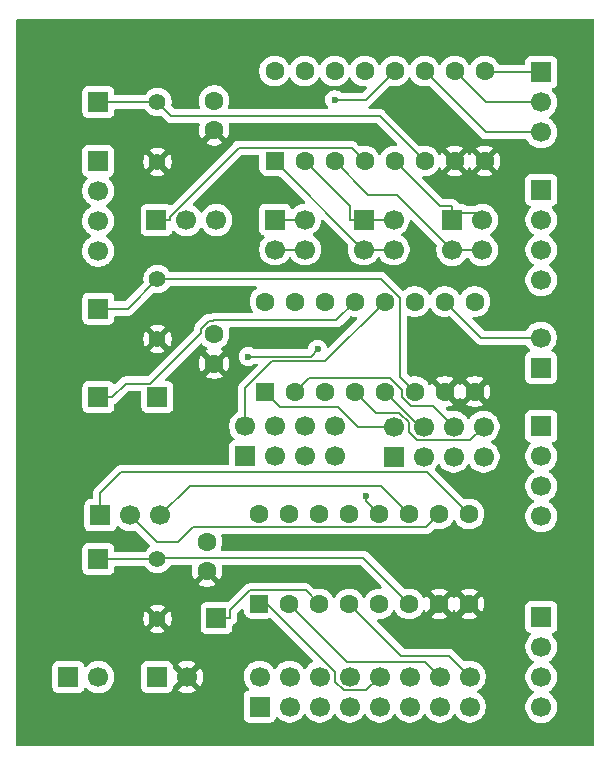
<source format=gbl>
G04 #@! TF.GenerationSoftware,KiCad,Pcbnew,9.0.4*
G04 #@! TF.CreationDate,2025-09-25T20:50:39+02:00*
G04 #@! TF.ProjectId,switchboard,73776974-6368-4626-9f61-72642e6b6963,rev?*
G04 #@! TF.SameCoordinates,Original*
G04 #@! TF.FileFunction,Copper,L2,Bot*
G04 #@! TF.FilePolarity,Positive*
%FSLAX46Y46*%
G04 Gerber Fmt 4.6, Leading zero omitted, Abs format (unit mm)*
G04 Created by KiCad (PCBNEW 9.0.4) date 2025-09-25 20:50:39*
%MOMM*%
%LPD*%
G01*
G04 APERTURE LIST*
G04 Aperture macros list*
%AMRoundRect*
0 Rectangle with rounded corners*
0 $1 Rounding radius*
0 $2 $3 $4 $5 $6 $7 $8 $9 X,Y pos of 4 corners*
0 Add a 4 corners polygon primitive as box body*
4,1,4,$2,$3,$4,$5,$6,$7,$8,$9,$2,$3,0*
0 Add four circle primitives for the rounded corners*
1,1,$1+$1,$2,$3*
1,1,$1+$1,$4,$5*
1,1,$1+$1,$6,$7*
1,1,$1+$1,$8,$9*
0 Add four rect primitives between the rounded corners*
20,1,$1+$1,$2,$3,$4,$5,0*
20,1,$1+$1,$4,$5,$6,$7,0*
20,1,$1+$1,$6,$7,$8,$9,0*
20,1,$1+$1,$8,$9,$2,$3,0*%
G04 Aperture macros list end*
G04 #@! TA.AperFunction,ComponentPad*
%ADD10C,1.600000*%
G04 #@! TD*
G04 #@! TA.AperFunction,ComponentPad*
%ADD11RoundRect,0.250000X0.550000X-0.550000X0.550000X0.550000X-0.550000X0.550000X-0.550000X-0.550000X0*%
G04 #@! TD*
G04 #@! TA.AperFunction,ComponentPad*
%ADD12R,1.700000X1.700000*%
G04 #@! TD*
G04 #@! TA.AperFunction,ComponentPad*
%ADD13C,1.700000*%
G04 #@! TD*
G04 #@! TA.AperFunction,ComponentPad*
%ADD14C,1.400000*%
G04 #@! TD*
G04 #@! TA.AperFunction,ViaPad*
%ADD15C,0.600000*%
G04 #@! TD*
G04 #@! TA.AperFunction,Conductor*
%ADD16C,0.200000*%
G04 #@! TD*
G04 APERTURE END LIST*
D10*
G04 #@! TO.P,C3,1*
G04 #@! TO.N,VCC*
X84200000Y-104745000D03*
G04 #@! TO.P,C3,2*
G04 #@! TO.N,GND*
X84200000Y-107245000D03*
G04 #@! TD*
D11*
G04 #@! TO.P,U2,1,Y0*
G04 #@! TO.N,Net-(J3-Pin_1)*
X89100000Y-92020000D03*
D10*
G04 #@! TO.P,U2,2,Y2*
G04 #@! TO.N,Net-(J3-Pin_5)*
X91640000Y-92020000D03*
G04 #@! TO.P,U2,3,Y*
G04 #@! TO.N,Net-(J11-Pin_1)*
X94180000Y-92020000D03*
G04 #@! TO.P,U2,4,Y3*
G04 #@! TO.N,Net-(J3-Pin_7)*
X96720000Y-92020000D03*
G04 #@! TO.P,U2,5,Y1*
G04 #@! TO.N,Net-(J3-Pin_3)*
X99260000Y-92020000D03*
G04 #@! TO.P,U2,6,INH*
G04 #@! TO.N,Net-(J13-Pin_1)*
X101800000Y-92020000D03*
G04 #@! TO.P,U2,7,VEE*
G04 #@! TO.N,GND*
X104340000Y-92020000D03*
G04 #@! TO.P,U2,8,VSS*
X106880000Y-92020000D03*
G04 #@! TO.P,U2,9,B*
G04 #@! TO.N,Net-(J15-Pin_1)*
X106880000Y-84400000D03*
G04 #@! TO.P,U2,10,A*
G04 #@! TO.N,Net-(J15-Pin_2)*
X104340000Y-84400000D03*
G04 #@! TO.P,U2,11,X3*
G04 #@! TO.N,Net-(J2-Pin_7)*
X101800000Y-84400000D03*
G04 #@! TO.P,U2,12,X0*
G04 #@! TO.N,Net-(J2-Pin_1)*
X99260000Y-84400000D03*
G04 #@! TO.P,U2,13,X*
G04 #@! TO.N,Net-(J10-Pin_1)*
X96720000Y-84400000D03*
G04 #@! TO.P,U2,14,X1*
G04 #@! TO.N,Net-(J2-Pin_3)*
X94180000Y-84400000D03*
G04 #@! TO.P,U2,15,X2*
G04 #@! TO.N,Net-(J2-Pin_5)*
X91640000Y-84400000D03*
G04 #@! TO.P,U2,16,VDD*
G04 #@! TO.N,VCC*
X89100000Y-84400000D03*
G04 #@! TD*
G04 #@! TO.P,C1,1*
G04 #@! TO.N,VCC*
X84800000Y-67400000D03*
G04 #@! TO.P,C1,2*
G04 #@! TO.N,GND*
X84800000Y-69900000D03*
G04 #@! TD*
D12*
G04 #@! TO.P,J9,1,Pin_1*
G04 #@! TO.N,Net-(J9-Pin_1)*
X75000000Y-106195000D03*
G04 #@! TD*
G04 #@! TO.P,J17,1,Pin_1*
G04 #@! TO.N,Net-(J17-Pin_1)*
X97460000Y-77460000D03*
D13*
G04 #@! TO.P,J17,2,Pin_2*
X100000000Y-77460000D03*
G04 #@! TO.P,J17,3,Pin_3*
G04 #@! TO.N,Net-(J17-Pin_3)*
X97460000Y-80000000D03*
G04 #@! TO.P,J17,4,Pin_4*
X100000000Y-80000000D03*
G04 #@! TD*
D12*
G04 #@! TO.P,J21,1,Pin_1*
G04 #@! TO.N,Net-(J21-Pin_1)*
X112500000Y-74960000D03*
D13*
G04 #@! TO.P,J21,2,Pin_2*
X112500000Y-77500000D03*
G04 #@! TO.P,J21,3,Pin_3*
X112500000Y-80040000D03*
G04 #@! TO.P,J21,4,Pin_4*
X112500000Y-82580000D03*
G04 #@! TD*
D12*
G04 #@! TO.P,J14,1,Pin_1*
G04 #@! TO.N,Net-(J14-Pin_1)*
X75000000Y-67500000D03*
G04 #@! TD*
G04 #@! TO.P,J10,1,Pin_1*
G04 #@! TO.N,Net-(J10-Pin_1)*
X75000000Y-92500000D03*
G04 #@! TD*
G04 #@! TO.P,J4,1,Pin_1*
G04 #@! TO.N,Net-(J4-Pin_1)*
X75170000Y-102500000D03*
D13*
G04 #@! TO.P,J4,2,Pin_2*
G04 #@! TO.N,Net-(J4-Pin_2)*
X77710000Y-102500000D03*
G04 #@! TO.P,J4,3,Pin_3*
G04 #@! TO.N,Net-(J4-Pin_3)*
X80250000Y-102500000D03*
G04 #@! TD*
D12*
G04 #@! TO.P,J12,1,Pin_1*
G04 #@! TO.N,Net-(J12-Pin_1)*
X79920000Y-77500000D03*
D13*
G04 #@! TO.P,J12,2,Pin_2*
G04 #@! TO.N,Net-(J12-Pin_2)*
X82460000Y-77500000D03*
G04 #@! TO.P,J12,3,Pin_3*
G04 #@! TO.N,Net-(J12-Pin_3)*
X85000000Y-77500000D03*
G04 #@! TD*
D11*
G04 #@! TO.P,U1,1,B1*
G04 #@! TO.N,Net-(J17-Pin_3)*
X89920000Y-72500000D03*
D10*
G04 #@! TO.P,U1,2,B0*
G04 #@! TO.N,Net-(J17-Pin_1)*
X92460000Y-72500000D03*
G04 #@! TO.P,U1,3,C1*
G04 #@! TO.N,Net-(J18-Pin_3)*
X95000000Y-72500000D03*
G04 #@! TO.P,U1,4,C*
G04 #@! TO.N,Net-(J12-Pin_1)*
X97540000Y-72500000D03*
G04 #@! TO.P,U1,5,C0*
G04 #@! TO.N,Net-(J18-Pin_1)*
X100080000Y-72500000D03*
G04 #@! TO.P,U1,6,INH*
G04 #@! TO.N,Net-(J14-Pin_1)*
X102620000Y-72500000D03*
G04 #@! TO.P,U1,7,VEE*
G04 #@! TO.N,GND*
X105160000Y-72500000D03*
G04 #@! TO.P,U1,8,VSS*
X107700000Y-72500000D03*
G04 #@! TO.P,U1,9,S3*
G04 #@! TO.N,Net-(J5-Pin_1)*
X107700000Y-64880000D03*
G04 #@! TO.P,U1,10,S2*
G04 #@! TO.N,Net-(J5-Pin_2)*
X105160000Y-64880000D03*
G04 #@! TO.P,U1,11,S1*
G04 #@! TO.N,Net-(J5-Pin_3)*
X102620000Y-64880000D03*
G04 #@! TO.P,U1,12,A0*
G04 #@! TO.N,Net-(J16-Pin_1)*
X100080000Y-64880000D03*
G04 #@! TO.P,U1,13,A1*
G04 #@! TO.N,Net-(J16-Pin_3)*
X97540000Y-64880000D03*
G04 #@! TO.P,U1,14,A*
G04 #@! TO.N,Net-(J12-Pin_3)*
X95000000Y-64880000D03*
G04 #@! TO.P,U1,15,B*
G04 #@! TO.N,Net-(J12-Pin_2)*
X92460000Y-64880000D03*
G04 #@! TO.P,U1,16,VDD*
G04 #@! TO.N,VCC*
X89920000Y-64880000D03*
G04 #@! TD*
D12*
G04 #@! TO.P,J20,1,Pin_1*
G04 #@! TO.N,Net-(J20-Pin_1)*
X112500000Y-111115000D03*
D13*
G04 #@! TO.P,J20,2,Pin_2*
X112500000Y-113655000D03*
G04 #@! TO.P,J20,3,Pin_3*
X112500000Y-116195000D03*
G04 #@! TO.P,J20,4,Pin_4*
X112500000Y-118735000D03*
G04 #@! TD*
D12*
G04 #@! TO.P,J8,1,Pin_1*
G04 #@! TO.N,unconnected-(J8-Pin_1-Pad1)*
X79960000Y-116195000D03*
D13*
G04 #@! TO.P,J8,2,Pin_2*
G04 #@! TO.N,GND*
X82500000Y-116195000D03*
G04 #@! TD*
D12*
G04 #@! TO.P,J7,1,Pin_1*
G04 #@! TO.N,VCC*
X72460000Y-116195000D03*
D13*
G04 #@! TO.P,J7,2,Pin_2*
X75000000Y-116195000D03*
G04 #@! TD*
D14*
G04 #@! TO.P,R1,1*
G04 #@! TO.N,Net-(J9-Pin_1)*
X80000000Y-106195000D03*
G04 #@! TO.P,R1,2*
G04 #@! TO.N,GND*
X80000000Y-111275000D03*
G04 #@! TD*
D12*
G04 #@! TO.P,J19,1,Pin_1*
G04 #@! TO.N,Net-(J19-Pin_1)*
X112500000Y-94960000D03*
D13*
G04 #@! TO.P,J19,2,Pin_2*
X112500000Y-97500000D03*
G04 #@! TO.P,J19,3,Pin_3*
X112500000Y-100040000D03*
G04 #@! TO.P,J19,4,Pin_4*
X112500000Y-102580000D03*
G04 #@! TD*
D12*
G04 #@! TO.P,J16,1,Pin_1*
G04 #@! TO.N,Net-(J16-Pin_1)*
X89960000Y-77460000D03*
D13*
G04 #@! TO.P,J16,2,Pin_2*
X92500000Y-77460000D03*
G04 #@! TO.P,J16,3,Pin_3*
G04 #@! TO.N,Net-(J16-Pin_3)*
X89960000Y-80000000D03*
G04 #@! TO.P,J16,4,Pin_4*
X92500000Y-80000000D03*
G04 #@! TD*
D12*
G04 #@! TO.P,J5,1,Pin_1*
G04 #@! TO.N,Net-(J5-Pin_1)*
X112500000Y-65000000D03*
D13*
G04 #@! TO.P,J5,2,Pin_2*
G04 #@! TO.N,Net-(J5-Pin_2)*
X112500000Y-67540000D03*
G04 #@! TO.P,J5,3,Pin_3*
G04 #@! TO.N,Net-(J5-Pin_3)*
X112500000Y-70080000D03*
G04 #@! TD*
D12*
G04 #@! TO.P,J1,1,Pin_1*
G04 #@! TO.N,Net-(J1-Pin_1)*
X88660000Y-118695000D03*
D13*
G04 #@! TO.P,J1,2,Pin_2*
X88660000Y-116155000D03*
G04 #@! TO.P,J1,3,Pin_3*
G04 #@! TO.N,Net-(J1-Pin_3)*
X91200000Y-118695000D03*
G04 #@! TO.P,J1,4,Pin_4*
X91200000Y-116155000D03*
G04 #@! TO.P,J1,5,Pin_5*
G04 #@! TO.N,Net-(J1-Pin_5)*
X93740000Y-118695000D03*
G04 #@! TO.P,J1,6,Pin_6*
X93740000Y-116155000D03*
G04 #@! TO.P,J1,7,Pin_7*
G04 #@! TO.N,Net-(J1-Pin_7)*
X96280000Y-118695000D03*
G04 #@! TO.P,J1,8,Pin_8*
X96280000Y-116155000D03*
G04 #@! TO.P,J1,9,Pin_9*
G04 #@! TO.N,Net-(J1-Pin_10)*
X98820000Y-118695000D03*
G04 #@! TO.P,J1,10,Pin_10*
X98820000Y-116155000D03*
G04 #@! TO.P,J1,11,Pin_11*
G04 #@! TO.N,Net-(J1-Pin_11)*
X101360000Y-118695000D03*
G04 #@! TO.P,J1,12,Pin_12*
X101360000Y-116155000D03*
G04 #@! TO.P,J1,13,Pin_13*
G04 #@! TO.N,Net-(J1-Pin_13)*
X103900000Y-118695000D03*
G04 #@! TO.P,J1,14,Pin_14*
X103900000Y-116155000D03*
G04 #@! TO.P,J1,15,Pin_15*
G04 #@! TO.N,Net-(J1-Pin_15)*
X106440000Y-118695000D03*
G04 #@! TO.P,J1,16,Pin_16*
X106440000Y-116155000D03*
G04 #@! TD*
D14*
G04 #@! TO.P,R3,1*
G04 #@! TO.N,Net-(J14-Pin_1)*
X80000000Y-67500000D03*
G04 #@! TO.P,R3,2*
G04 #@! TO.N,GND*
X80000000Y-72580000D03*
G04 #@! TD*
D12*
G04 #@! TO.P,J18,1,Pin_1*
G04 #@! TO.N,Net-(J18-Pin_1)*
X104960000Y-77500000D03*
D13*
G04 #@! TO.P,J18,2,Pin_2*
X107500000Y-77500000D03*
G04 #@! TO.P,J18,3,Pin_3*
G04 #@! TO.N,Net-(J18-Pin_3)*
X104960000Y-80040000D03*
G04 #@! TO.P,J18,4,Pin_4*
X107500000Y-80040000D03*
G04 #@! TD*
D12*
G04 #@! TO.P,J22,1,Pin_1*
G04 #@! TO.N,Net-(J22-Pin_1)*
X74980800Y-72491600D03*
D13*
G04 #@! TO.P,J22,2,Pin_2*
X74980800Y-75031600D03*
G04 #@! TO.P,J22,3,Pin_3*
X74980800Y-77571600D03*
G04 #@! TO.P,J22,4,Pin_4*
X74980800Y-80111600D03*
G04 #@! TD*
D14*
G04 #@! TO.P,R2,1*
G04 #@! TO.N,Net-(J13-Pin_1)*
X80000000Y-82500000D03*
G04 #@! TO.P,R2,2*
G04 #@! TO.N,GND*
X80000000Y-87580000D03*
G04 #@! TD*
D12*
G04 #@! TO.P,J15,1,Pin_1*
G04 #@! TO.N,Net-(J15-Pin_1)*
X112460000Y-90000000D03*
D13*
G04 #@! TO.P,J15,2,Pin_2*
G04 #@! TO.N,Net-(J15-Pin_2)*
X112460000Y-87460000D03*
G04 #@! TD*
D12*
G04 #@! TO.P,J11,1,Pin_1*
G04 #@! TO.N,Net-(J11-Pin_1)*
X80000000Y-92500000D03*
G04 #@! TD*
D10*
G04 #@! TO.P,C2,1*
G04 #@! TO.N,VCC*
X84800000Y-87150000D03*
G04 #@! TO.P,C2,2*
G04 #@! TO.N,GND*
X84800000Y-89650000D03*
G04 #@! TD*
D12*
G04 #@! TO.P,J13,1,Pin_1*
G04 #@! TO.N,Net-(J13-Pin_1)*
X75000000Y-85000000D03*
G04 #@! TD*
G04 #@! TO.P,J3,1,Pin_1*
G04 #@! TO.N,Net-(J3-Pin_1)*
X100000000Y-97540000D03*
D13*
G04 #@! TO.P,J3,2,Pin_2*
X100000000Y-95000000D03*
G04 #@! TO.P,J3,3,Pin_3*
G04 #@! TO.N,Net-(J3-Pin_3)*
X102540000Y-97540000D03*
G04 #@! TO.P,J3,4,Pin_4*
X102540000Y-95000000D03*
G04 #@! TO.P,J3,5,Pin_5*
G04 #@! TO.N,Net-(J3-Pin_5)*
X105080000Y-97540000D03*
G04 #@! TO.P,J3,6,Pin_6*
X105080000Y-95000000D03*
G04 #@! TO.P,J3,7,Pin_7*
G04 #@! TO.N,Net-(J3-Pin_7)*
X107620000Y-97540000D03*
G04 #@! TO.P,J3,8,Pin_8*
X107620000Y-95000000D03*
G04 #@! TD*
D12*
G04 #@! TO.P,J2,1,Pin_1*
G04 #@! TO.N,Net-(J2-Pin_1)*
X87420000Y-97500000D03*
D13*
G04 #@! TO.P,J2,2,Pin_2*
X87420000Y-94960000D03*
G04 #@! TO.P,J2,3,Pin_3*
G04 #@! TO.N,Net-(J2-Pin_3)*
X89960000Y-97500000D03*
G04 #@! TO.P,J2,4,Pin_4*
X89960000Y-94960000D03*
G04 #@! TO.P,J2,5,Pin_5*
G04 #@! TO.N,Net-(J2-Pin_5)*
X92500000Y-97500000D03*
G04 #@! TO.P,J2,6,Pin_6*
X92500000Y-94960000D03*
G04 #@! TO.P,J2,7,Pin_7*
G04 #@! TO.N,Net-(J2-Pin_7)*
X95040000Y-97500000D03*
G04 #@! TO.P,J2,8,Pin_8*
X95040000Y-94960000D03*
G04 #@! TD*
D12*
G04 #@! TO.P,J6,1,Pin_1*
G04 #@! TO.N,Net-(J6-Pin_1)*
X85000000Y-111195000D03*
G04 #@! TD*
D11*
G04 #@! TO.P,U3,1,X4*
G04 #@! TO.N,Net-(J1-Pin_10)*
X88610000Y-110000000D03*
D10*
G04 #@! TO.P,U3,2,X6*
G04 #@! TO.N,Net-(J1-Pin_13)*
X91150000Y-110000000D03*
G04 #@! TO.P,U3,3,X*
G04 #@! TO.N,Net-(J6-Pin_1)*
X93690000Y-110000000D03*
G04 #@! TO.P,U3,4,X7*
G04 #@! TO.N,Net-(J1-Pin_15)*
X96230000Y-110000000D03*
G04 #@! TO.P,U3,5,X5*
G04 #@! TO.N,Net-(J1-Pin_11)*
X98770000Y-110000000D03*
G04 #@! TO.P,U3,6,INH*
G04 #@! TO.N,Net-(J9-Pin_1)*
X101310000Y-110000000D03*
G04 #@! TO.P,U3,7,VEE*
G04 #@! TO.N,GND*
X103850000Y-110000000D03*
G04 #@! TO.P,U3,8,VSS*
X106390000Y-110000000D03*
G04 #@! TO.P,U3,9,C*
G04 #@! TO.N,Net-(J4-Pin_1)*
X106390000Y-102380000D03*
G04 #@! TO.P,U3,10,B*
G04 #@! TO.N,Net-(J4-Pin_2)*
X103850000Y-102380000D03*
G04 #@! TO.P,U3,11,A*
G04 #@! TO.N,Net-(J4-Pin_3)*
X101310000Y-102380000D03*
G04 #@! TO.P,U3,12,X3*
G04 #@! TO.N,Net-(J1-Pin_7)*
X98770000Y-102380000D03*
G04 #@! TO.P,U3,13,X0*
G04 #@! TO.N,Net-(J1-Pin_1)*
X96230000Y-102380000D03*
G04 #@! TO.P,U3,14,X1*
G04 #@! TO.N,Net-(J1-Pin_3)*
X93690000Y-102380000D03*
G04 #@! TO.P,U3,15,X2*
G04 #@! TO.N,Net-(J1-Pin_5)*
X91150000Y-102380000D03*
G04 #@! TO.P,U3,16,VDD*
G04 #@! TO.N,VCC*
X88610000Y-102380000D03*
G04 #@! TD*
D15*
G04 #@! TO.N,GND*
X84800000Y-89650000D03*
G04 #@! TO.N,Net-(J1-Pin_7)*
X97669400Y-100884800D03*
G04 #@! TO.N,Net-(J11-Pin_1)*
X87671900Y-89057500D03*
X93556700Y-88461100D03*
G04 #@! TO.N,Net-(J16-Pin_1)*
X94996900Y-67317200D03*
G04 #@! TD*
D16*
G04 #@! TO.N,Net-(J1-Pin_13)*
X96055900Y-114905900D02*
X102650900Y-114905900D01*
X102650900Y-114905900D02*
X103900000Y-116155000D01*
X91150000Y-110000000D02*
X96055900Y-114905900D01*
G04 #@! TO.N,Net-(J1-Pin_15)*
X104690500Y-114405500D02*
X100635500Y-114405500D01*
X100635500Y-114405500D02*
X96230000Y-110000000D01*
X106440000Y-116155000D02*
X104690500Y-114405500D01*
G04 #@! TO.N,Net-(J1-Pin_7)*
X98770000Y-102380000D02*
X97669400Y-101279400D01*
X97669400Y-101279400D02*
X97669400Y-100884800D01*
G04 #@! TO.N,Net-(J1-Pin_10)*
X95755100Y-117318500D02*
X97656500Y-117318500D01*
X97656500Y-117318500D02*
X98820000Y-116155000D01*
X95010000Y-115743800D02*
X95010000Y-116573400D01*
X95010000Y-116573400D02*
X95755100Y-117318500D01*
X89266200Y-110000000D02*
X95010000Y-115743800D01*
X88610000Y-110000000D02*
X89266200Y-110000000D01*
G04 #@! TO.N,Net-(J2-Pin_1)*
X87420000Y-91764300D02*
X89725100Y-89459200D01*
X87420000Y-94960000D02*
X87420000Y-91764300D01*
X89725100Y-89459200D02*
X94200800Y-89459200D01*
X94200800Y-89459200D02*
X99260000Y-84400000D01*
G04 #@! TO.N,Net-(J3-Pin_3)*
X99260000Y-92020000D02*
X102240000Y-95000000D01*
X102240000Y-95000000D02*
X102540000Y-95000000D01*
G04 #@! TO.N,Net-(J3-Pin_1)*
X95265100Y-93323400D02*
X96941700Y-95000000D01*
X90403400Y-93323400D02*
X95265100Y-93323400D01*
X96941700Y-95000000D02*
X100000000Y-95000000D01*
X89100000Y-92020000D02*
X90403400Y-93323400D01*
G04 #@! TO.N,Net-(J4-Pin_2)*
X103850000Y-102380000D02*
X102743300Y-103486700D01*
X81750000Y-104750000D02*
X79960000Y-104750000D01*
X83013300Y-103486700D02*
X81750000Y-104750000D01*
X79960000Y-104750000D02*
X77710000Y-102500000D01*
X102743300Y-103486700D02*
X83013300Y-103486700D01*
G04 #@! TO.N,Net-(J4-Pin_3)*
X98930000Y-100000000D02*
X82750000Y-100000000D01*
X98930000Y-100000000D02*
X101310000Y-102380000D01*
X82750000Y-100000000D02*
X80250000Y-102500000D01*
G04 #@! TO.N,Net-(J4-Pin_1)*
X75170000Y-100613700D02*
X75170000Y-102500000D01*
X76935400Y-98848300D02*
X75170000Y-100613700D01*
X102858300Y-98848300D02*
X76935400Y-98848300D01*
X106390000Y-102380000D02*
X102858300Y-98848300D01*
G04 #@! TO.N,Net-(J5-Pin_3)*
X107820000Y-70080000D02*
X102620000Y-64880000D01*
X112500000Y-70080000D02*
X107820000Y-70080000D01*
G04 #@! TO.N,Net-(J5-Pin_1)*
X107820000Y-65000000D02*
X107700000Y-64880000D01*
X112500000Y-65000000D02*
X107820000Y-65000000D01*
G04 #@! TO.N,Net-(J5-Pin_2)*
X107820000Y-67540000D02*
X105160000Y-64880000D01*
X112500000Y-67540000D02*
X107820000Y-67540000D01*
G04 #@! TO.N,Net-(J6-Pin_1)*
X86151700Y-111195000D02*
X86151700Y-110547200D01*
X92551000Y-108861000D02*
X93690000Y-110000000D01*
X86151700Y-110547200D02*
X87837900Y-108861000D01*
X85000000Y-111195000D02*
X86151700Y-111195000D01*
X87837900Y-108861000D02*
X92551000Y-108861000D01*
G04 #@! TO.N,Net-(J9-Pin_1)*
X97405000Y-106095000D02*
X101310000Y-110000000D01*
X80100000Y-106095000D02*
X97405000Y-106095000D01*
X80000000Y-106195000D02*
X80100000Y-106095000D01*
X80000000Y-106195000D02*
X75000000Y-106195000D01*
G04 #@! TO.N,Net-(J10-Pin_1)*
X79395800Y-91348300D02*
X83699000Y-87045100D01*
X77303400Y-91348300D02*
X79395800Y-91348300D01*
X84695100Y-86049000D02*
X84744100Y-86000000D01*
X84744100Y-86000000D02*
X95120000Y-86000000D01*
X76151700Y-92500000D02*
X77303400Y-91348300D01*
X75000000Y-92500000D02*
X76151700Y-92500000D01*
X83699000Y-87045100D02*
X83699000Y-86693950D01*
X84343950Y-86049000D02*
X84695100Y-86049000D01*
X83699000Y-86693950D02*
X84343950Y-86049000D01*
X95120000Y-86000000D02*
X96720000Y-84400000D01*
G04 #@! TO.N,Net-(J11-Pin_1)*
X92960300Y-89057500D02*
X93556700Y-88461100D01*
X87671900Y-89057500D02*
X92960300Y-89057500D01*
G04 #@! TO.N,Net-(J12-Pin_1)*
X86886600Y-71397200D02*
X96437200Y-71397200D01*
X96437200Y-71397200D02*
X97540000Y-72500000D01*
X81071700Y-77500000D02*
X81071700Y-77212100D01*
X81071700Y-77212100D02*
X86886600Y-71397200D01*
X79920000Y-77500000D02*
X81071700Y-77500000D01*
G04 #@! TO.N,Net-(J13-Pin_1)*
X100530000Y-84103800D02*
X98926200Y-82500000D01*
X75575900Y-85000000D02*
X77500000Y-85000000D01*
X101800000Y-92020000D02*
X100530000Y-90750000D01*
X77500000Y-85000000D02*
X80000000Y-82500000D01*
X100530000Y-90750000D02*
X100530000Y-84103800D01*
X98926200Y-82500000D02*
X80000000Y-82500000D01*
X75000000Y-85000000D02*
X75575900Y-85000000D01*
G04 #@! TO.N,Net-(J14-Pin_1)*
X81190000Y-68690000D02*
X98810000Y-68690000D01*
X80000000Y-67500000D02*
X81190000Y-68690000D01*
X98810000Y-68690000D02*
X102620000Y-72500000D01*
X75000000Y-67500000D02*
X80000000Y-67500000D01*
G04 #@! TO.N,Net-(J16-Pin_1)*
X97642800Y-67317200D02*
X94996900Y-67317200D01*
X89960000Y-77460000D02*
X92500000Y-77460000D01*
X100080000Y-64880000D02*
X97642800Y-67317200D01*
G04 #@! TO.N,Net-(J16-Pin_3)*
X89960000Y-80000000D02*
X92500000Y-80000000D01*
G04 #@! TO.N,Net-(J17-Pin_1)*
X100000000Y-77460000D02*
X97460000Y-77460000D01*
X97460000Y-77460000D02*
X96308300Y-77460000D01*
X96308300Y-76348300D02*
X96308300Y-77460000D01*
X92460000Y-72500000D02*
X96308300Y-76348300D01*
G04 #@! TO.N,Net-(J17-Pin_3)*
X100000000Y-80000000D02*
X97460000Y-80000000D01*
X89920000Y-72500000D02*
X97420000Y-80000000D01*
X97420000Y-80000000D02*
X97460000Y-80000000D01*
G04 #@! TO.N,Net-(J18-Pin_1)*
X100080000Y-72500000D02*
X103928300Y-76348300D01*
X104960000Y-77500000D02*
X104960000Y-76924100D01*
X103928300Y-76348300D02*
X104960000Y-76348300D01*
X104960000Y-76924100D02*
X104960000Y-76348300D01*
X104960000Y-76924100D02*
X106924100Y-76924100D01*
X106924100Y-76924100D02*
X107500000Y-77500000D01*
G04 #@! TO.N,Net-(J18-Pin_3)*
X95000000Y-72500000D02*
X97859600Y-75359600D01*
X104960000Y-80040000D02*
X107500000Y-80040000D01*
X97859600Y-75359600D02*
X100279600Y-75359600D01*
X100279600Y-75359600D02*
X104960000Y-80040000D01*
G04 #@! TO.N,Net-(J15-Pin_2)*
X104340000Y-84400000D02*
X107400000Y-87460000D01*
X107400000Y-87460000D02*
X112460000Y-87460000D01*
G04 #@! TO.N,Net-(J3-Pin_5)*
X99674400Y-90860700D02*
X100698300Y-91884600D01*
X91640000Y-92020000D02*
X92799300Y-90860700D01*
X100698300Y-92477000D02*
X101442700Y-93221400D01*
X101442700Y-93221400D02*
X103301400Y-93221400D01*
X92799300Y-90860700D02*
X99674400Y-90860700D01*
X103301400Y-93221400D02*
X105080000Y-95000000D01*
X100698300Y-91884600D02*
X100698300Y-92477000D01*
G04 #@! TO.N,Net-(J3-Pin_7)*
X101270000Y-95418400D02*
X101270000Y-94641200D01*
X102015100Y-96163500D02*
X101270000Y-95418400D01*
X107620000Y-95000000D02*
X106456500Y-96163500D01*
X101270000Y-94641200D02*
X100475600Y-93846800D01*
X98546800Y-93846800D02*
X96720000Y-92020000D01*
X106456500Y-96163500D02*
X102015100Y-96163500D01*
X100475600Y-93846800D02*
X98546800Y-93846800D01*
G04 #@! TD*
G04 #@! TA.AperFunction,Conductor*
G04 #@! TO.N,GND*
G36*
X116942539Y-60520185D02*
G01*
X116988294Y-60572989D01*
X116999500Y-60624500D01*
X116999500Y-121875500D01*
X116979815Y-121942539D01*
X116927011Y-121988294D01*
X116875500Y-121999500D01*
X68124500Y-121999500D01*
X68057461Y-121979815D01*
X68011706Y-121927011D01*
X68000500Y-121875500D01*
X68000500Y-115297135D01*
X71109500Y-115297135D01*
X71109500Y-117092870D01*
X71109501Y-117092876D01*
X71115908Y-117152483D01*
X71166202Y-117287328D01*
X71166206Y-117287335D01*
X71252452Y-117402544D01*
X71252455Y-117402547D01*
X71367664Y-117488793D01*
X71367671Y-117488797D01*
X71502517Y-117539091D01*
X71502516Y-117539091D01*
X71509444Y-117539835D01*
X71562127Y-117545500D01*
X73357872Y-117545499D01*
X73417483Y-117539091D01*
X73552331Y-117488796D01*
X73667546Y-117402546D01*
X73753796Y-117287331D01*
X73802810Y-117155916D01*
X73844681Y-117099984D01*
X73910145Y-117075566D01*
X73978418Y-117090417D01*
X74006673Y-117111569D01*
X74120213Y-117225109D01*
X74292179Y-117350048D01*
X74292181Y-117350049D01*
X74292184Y-117350051D01*
X74481588Y-117446557D01*
X74683757Y-117512246D01*
X74893713Y-117545500D01*
X74893714Y-117545500D01*
X75106286Y-117545500D01*
X75106287Y-117545500D01*
X75316243Y-117512246D01*
X75518412Y-117446557D01*
X75707816Y-117350051D01*
X75794138Y-117287335D01*
X75879786Y-117225109D01*
X75879788Y-117225106D01*
X75879792Y-117225104D01*
X76030104Y-117074792D01*
X76030106Y-117074788D01*
X76030109Y-117074786D01*
X76155048Y-116902820D01*
X76155047Y-116902820D01*
X76155051Y-116902816D01*
X76251557Y-116713412D01*
X76317246Y-116511243D01*
X76350500Y-116301287D01*
X76350500Y-116088713D01*
X76317246Y-115878757D01*
X76251557Y-115676588D01*
X76155051Y-115487184D01*
X76115889Y-115433282D01*
X76067511Y-115366694D01*
X76067508Y-115366691D01*
X76043792Y-115334049D01*
X76030104Y-115315208D01*
X76012031Y-115297135D01*
X78609500Y-115297135D01*
X78609500Y-117092870D01*
X78609501Y-117092876D01*
X78615908Y-117152483D01*
X78666202Y-117287328D01*
X78666206Y-117287335D01*
X78752452Y-117402544D01*
X78752455Y-117402547D01*
X78867664Y-117488793D01*
X78867671Y-117488797D01*
X79002517Y-117539091D01*
X79002516Y-117539091D01*
X79009444Y-117539835D01*
X79062127Y-117545500D01*
X80857872Y-117545499D01*
X80917483Y-117539091D01*
X81052331Y-117488796D01*
X81167546Y-117402546D01*
X81253796Y-117287331D01*
X81304091Y-117152483D01*
X81310500Y-117092873D01*
X81310499Y-117068979D01*
X81313330Y-117055963D01*
X81323940Y-117036525D01*
X81330179Y-117015275D01*
X81346803Y-116994643D01*
X81346808Y-116994636D01*
X81346811Y-116994634D01*
X81346818Y-116994626D01*
X82017037Y-116324408D01*
X82034075Y-116387993D01*
X82099901Y-116502007D01*
X82192993Y-116595099D01*
X82307007Y-116660925D01*
X82370590Y-116677962D01*
X81738282Y-117310269D01*
X81738282Y-117310270D01*
X81792449Y-117349624D01*
X81981782Y-117446095D01*
X82183870Y-117511757D01*
X82393754Y-117545000D01*
X82606246Y-117545000D01*
X82816127Y-117511757D01*
X82816130Y-117511757D01*
X83018217Y-117446095D01*
X83207554Y-117349622D01*
X83261716Y-117310270D01*
X83261717Y-117310270D01*
X82629408Y-116677962D01*
X82692993Y-116660925D01*
X82807007Y-116595099D01*
X82900099Y-116502007D01*
X82965925Y-116387993D01*
X82982962Y-116324408D01*
X83615270Y-116956717D01*
X83615270Y-116956716D01*
X83654622Y-116902554D01*
X83751095Y-116713217D01*
X83816757Y-116511130D01*
X83816757Y-116511127D01*
X83850000Y-116301246D01*
X83850000Y-116088753D01*
X83816757Y-115878872D01*
X83816757Y-115878869D01*
X83751095Y-115676782D01*
X83654624Y-115487449D01*
X83615270Y-115433282D01*
X83615269Y-115433282D01*
X82982962Y-116065590D01*
X82965925Y-116002007D01*
X82900099Y-115887993D01*
X82807007Y-115794901D01*
X82692993Y-115729075D01*
X82629409Y-115712037D01*
X83261716Y-115079728D01*
X83207550Y-115040375D01*
X83018217Y-114943904D01*
X82816129Y-114878242D01*
X82606246Y-114845000D01*
X82393754Y-114845000D01*
X82183872Y-114878242D01*
X82183869Y-114878242D01*
X81981782Y-114943904D01*
X81792439Y-115040380D01*
X81738282Y-115079727D01*
X81738282Y-115079728D01*
X82370591Y-115712037D01*
X82307007Y-115729075D01*
X82192993Y-115794901D01*
X82099901Y-115887993D01*
X82034075Y-116002007D01*
X82017037Y-116065591D01*
X81346818Y-115395372D01*
X81313333Y-115334049D01*
X81313330Y-115334036D01*
X81310499Y-115321015D01*
X81310499Y-115297128D01*
X81304091Y-115237517D01*
X81275926Y-115162002D01*
X81253798Y-115102673D01*
X81253793Y-115102664D01*
X81167547Y-114987455D01*
X81167544Y-114987452D01*
X81052335Y-114901206D01*
X81052328Y-114901202D01*
X80917482Y-114850908D01*
X80917483Y-114850908D01*
X80857883Y-114844501D01*
X80857881Y-114844500D01*
X80857873Y-114844500D01*
X80857864Y-114844500D01*
X79062129Y-114844500D01*
X79062123Y-114844501D01*
X79002516Y-114850908D01*
X78867671Y-114901202D01*
X78867664Y-114901206D01*
X78752455Y-114987452D01*
X78752452Y-114987455D01*
X78666206Y-115102664D01*
X78666202Y-115102671D01*
X78615908Y-115237517D01*
X78609501Y-115297116D01*
X78609500Y-115297135D01*
X76012031Y-115297135D01*
X75879792Y-115164896D01*
X75879786Y-115164890D01*
X75707820Y-115039951D01*
X75518414Y-114943444D01*
X75518413Y-114943443D01*
X75518412Y-114943443D01*
X75316243Y-114877754D01*
X75316241Y-114877753D01*
X75316240Y-114877753D01*
X75150432Y-114851492D01*
X75106287Y-114844500D01*
X74893713Y-114844500D01*
X74849568Y-114851492D01*
X74683760Y-114877753D01*
X74481585Y-114943444D01*
X74292179Y-115039951D01*
X74120215Y-115164889D01*
X74006673Y-115278431D01*
X73945350Y-115311915D01*
X73875658Y-115306931D01*
X73819725Y-115265059D01*
X73802810Y-115234082D01*
X73753797Y-115102671D01*
X73753793Y-115102664D01*
X73667547Y-114987455D01*
X73667544Y-114987452D01*
X73552335Y-114901206D01*
X73552328Y-114901202D01*
X73417482Y-114850908D01*
X73417483Y-114850908D01*
X73357883Y-114844501D01*
X73357881Y-114844500D01*
X73357873Y-114844500D01*
X73357864Y-114844500D01*
X71562129Y-114844500D01*
X71562123Y-114844501D01*
X71502516Y-114850908D01*
X71367671Y-114901202D01*
X71367664Y-114901206D01*
X71252455Y-114987452D01*
X71252452Y-114987455D01*
X71166206Y-115102664D01*
X71166202Y-115102671D01*
X71115908Y-115237517D01*
X71109501Y-115297116D01*
X71109500Y-115297135D01*
X68000500Y-115297135D01*
X68000500Y-112282882D01*
X79345669Y-112282882D01*
X79345670Y-112282883D01*
X79371059Y-112301329D01*
X79539362Y-112387085D01*
X79718997Y-112445451D01*
X79905553Y-112475000D01*
X80094447Y-112475000D01*
X80281002Y-112445451D01*
X80460637Y-112387085D01*
X80628937Y-112301331D01*
X80654328Y-112282883D01*
X80654328Y-112282882D01*
X80000001Y-111628554D01*
X80000000Y-111628554D01*
X79345669Y-112282882D01*
X68000500Y-112282882D01*
X68000500Y-111180552D01*
X78800000Y-111180552D01*
X78800000Y-111369447D01*
X78829548Y-111556002D01*
X78887914Y-111735637D01*
X78973666Y-111903933D01*
X78992116Y-111929328D01*
X79646446Y-111275000D01*
X79646446Y-111274999D01*
X79600369Y-111228922D01*
X79650000Y-111228922D01*
X79650000Y-111321078D01*
X79673852Y-111410095D01*
X79719930Y-111489905D01*
X79785095Y-111555070D01*
X79864905Y-111601148D01*
X79953922Y-111625000D01*
X80046078Y-111625000D01*
X80135095Y-111601148D01*
X80214905Y-111555070D01*
X80280070Y-111489905D01*
X80326148Y-111410095D01*
X80350000Y-111321078D01*
X80350000Y-111274999D01*
X80353554Y-111274999D01*
X80353554Y-111275000D01*
X81007882Y-111929328D01*
X81007883Y-111929328D01*
X81026331Y-111903937D01*
X81112085Y-111735637D01*
X81170451Y-111556002D01*
X81200000Y-111369447D01*
X81200000Y-111180552D01*
X81170451Y-110993997D01*
X81112085Y-110814362D01*
X81026329Y-110646059D01*
X81007883Y-110620670D01*
X81007882Y-110620669D01*
X80353554Y-111274999D01*
X80350000Y-111274999D01*
X80350000Y-111228922D01*
X80326148Y-111139905D01*
X80280070Y-111060095D01*
X80214905Y-110994930D01*
X80135095Y-110948852D01*
X80046078Y-110925000D01*
X79953922Y-110925000D01*
X79864905Y-110948852D01*
X79785095Y-110994930D01*
X79719930Y-111060095D01*
X79673852Y-111139905D01*
X79650000Y-111228922D01*
X79600369Y-111228922D01*
X78992116Y-110620669D01*
X78992116Y-110620670D01*
X78973669Y-110646060D01*
X78887914Y-110814362D01*
X78829548Y-110993997D01*
X78800000Y-111180552D01*
X68000500Y-111180552D01*
X68000500Y-110267116D01*
X79345669Y-110267116D01*
X80000000Y-110921446D01*
X80000001Y-110921446D01*
X80654328Y-110267116D01*
X80628933Y-110248666D01*
X80460637Y-110162914D01*
X80281002Y-110104548D01*
X80094447Y-110075000D01*
X79905553Y-110075000D01*
X79718997Y-110104548D01*
X79539362Y-110162914D01*
X79371060Y-110248669D01*
X79345670Y-110267116D01*
X79345669Y-110267116D01*
X68000500Y-110267116D01*
X68000500Y-88587882D01*
X79345669Y-88587882D01*
X79345670Y-88587883D01*
X79371059Y-88606329D01*
X79539362Y-88692085D01*
X79718997Y-88750451D01*
X79905553Y-88780000D01*
X80094447Y-88780000D01*
X80281002Y-88750451D01*
X80460637Y-88692085D01*
X80628937Y-88606331D01*
X80654328Y-88587883D01*
X80654328Y-88587882D01*
X80000001Y-87933554D01*
X80000000Y-87933554D01*
X79345669Y-88587882D01*
X68000500Y-88587882D01*
X68000500Y-87485552D01*
X78800000Y-87485552D01*
X78800000Y-87674447D01*
X78829548Y-87861002D01*
X78887914Y-88040637D01*
X78973666Y-88208933D01*
X78992116Y-88234328D01*
X79646446Y-87580000D01*
X79646446Y-87579999D01*
X79600369Y-87533922D01*
X79650000Y-87533922D01*
X79650000Y-87626078D01*
X79673852Y-87715095D01*
X79719930Y-87794905D01*
X79785095Y-87860070D01*
X79864905Y-87906148D01*
X79953922Y-87930000D01*
X80046078Y-87930000D01*
X80135095Y-87906148D01*
X80214905Y-87860070D01*
X80280070Y-87794905D01*
X80326148Y-87715095D01*
X80350000Y-87626078D01*
X80350000Y-87579999D01*
X80353554Y-87579999D01*
X80353554Y-87580000D01*
X81007882Y-88234328D01*
X81007883Y-88234328D01*
X81026331Y-88208937D01*
X81112085Y-88040637D01*
X81170451Y-87861002D01*
X81200000Y-87674447D01*
X81200000Y-87485552D01*
X81170451Y-87298997D01*
X81112085Y-87119362D01*
X81026329Y-86951059D01*
X81007883Y-86925670D01*
X81007882Y-86925669D01*
X80353554Y-87579999D01*
X80350000Y-87579999D01*
X80350000Y-87533922D01*
X80326148Y-87444905D01*
X80280070Y-87365095D01*
X80214905Y-87299930D01*
X80135095Y-87253852D01*
X80046078Y-87230000D01*
X79953922Y-87230000D01*
X79864905Y-87253852D01*
X79785095Y-87299930D01*
X79719930Y-87365095D01*
X79673852Y-87444905D01*
X79650000Y-87533922D01*
X79600369Y-87533922D01*
X78992116Y-86925669D01*
X78992116Y-86925670D01*
X78973669Y-86951060D01*
X78887914Y-87119362D01*
X78829548Y-87298997D01*
X78800000Y-87485552D01*
X68000500Y-87485552D01*
X68000500Y-86572116D01*
X79345669Y-86572116D01*
X80000000Y-87226446D01*
X80000001Y-87226446D01*
X80654328Y-86572116D01*
X80628933Y-86553666D01*
X80460637Y-86467914D01*
X80281002Y-86409548D01*
X80094447Y-86380000D01*
X79905553Y-86380000D01*
X79718997Y-86409548D01*
X79539362Y-86467914D01*
X79371060Y-86553669D01*
X79345670Y-86572116D01*
X79345669Y-86572116D01*
X68000500Y-86572116D01*
X68000500Y-84102135D01*
X73649500Y-84102135D01*
X73649500Y-85897870D01*
X73649501Y-85897876D01*
X73655908Y-85957483D01*
X73706202Y-86092328D01*
X73706206Y-86092335D01*
X73792452Y-86207544D01*
X73792455Y-86207547D01*
X73907664Y-86293793D01*
X73907671Y-86293797D01*
X74042517Y-86344091D01*
X74042516Y-86344091D01*
X74049444Y-86344835D01*
X74102127Y-86350500D01*
X75897872Y-86350499D01*
X75957483Y-86344091D01*
X76092331Y-86293796D01*
X76207546Y-86207546D01*
X76293796Y-86092331D01*
X76344091Y-85957483D01*
X76350500Y-85897873D01*
X76350500Y-85724500D01*
X76370185Y-85657461D01*
X76422989Y-85611706D01*
X76474500Y-85600500D01*
X77413331Y-85600500D01*
X77413347Y-85600501D01*
X77420943Y-85600501D01*
X77579054Y-85600501D01*
X77579057Y-85600501D01*
X77731785Y-85559577D01*
X77801233Y-85519481D01*
X77868716Y-85480520D01*
X77980520Y-85368716D01*
X77980520Y-85368714D01*
X77990724Y-85358511D01*
X77990728Y-85358506D01*
X79639169Y-83710064D01*
X79700490Y-83676581D01*
X79746246Y-83675274D01*
X79905514Y-83700500D01*
X79905519Y-83700500D01*
X80094486Y-83700500D01*
X80281118Y-83670940D01*
X80327381Y-83655908D01*
X80460832Y-83612547D01*
X80629199Y-83526760D01*
X80782073Y-83415690D01*
X80915690Y-83282073D01*
X81010475Y-83151613D01*
X81065804Y-83108949D01*
X81110792Y-83100500D01*
X88294433Y-83100500D01*
X88361472Y-83120185D01*
X88407227Y-83172989D01*
X88417171Y-83242147D01*
X88388146Y-83305703D01*
X88367318Y-83324819D01*
X88252780Y-83408034D01*
X88108028Y-83552786D01*
X87987715Y-83718386D01*
X87894781Y-83900776D01*
X87831522Y-84095465D01*
X87799500Y-84297648D01*
X87799500Y-84502351D01*
X87831522Y-84704534D01*
X87894781Y-84899223D01*
X87987715Y-85081613D01*
X88075627Y-85202615D01*
X88099107Y-85268421D01*
X88083281Y-85336475D01*
X88033175Y-85385170D01*
X87975309Y-85399500D01*
X84665040Y-85399500D01*
X84624119Y-85410464D01*
X84624119Y-85410465D01*
X84512316Y-85440423D01*
X84504636Y-85442481D01*
X84503087Y-85443477D01*
X84468152Y-85448500D01*
X84430619Y-85448500D01*
X84430603Y-85448499D01*
X84423007Y-85448499D01*
X84264893Y-85448499D01*
X84150347Y-85479192D01*
X84112164Y-85489423D01*
X84072564Y-85512287D01*
X84072563Y-85512287D01*
X83975237Y-85568477D01*
X83975232Y-85568481D01*
X83218479Y-86325234D01*
X83207593Y-86344091D01*
X83193376Y-86368716D01*
X83139423Y-86462165D01*
X83098499Y-86614893D01*
X83098499Y-86614895D01*
X83098499Y-86745003D01*
X83078814Y-86812042D01*
X83062180Y-86832684D01*
X79183384Y-90711481D01*
X79122061Y-90744966D01*
X79095703Y-90747800D01*
X77390070Y-90747800D01*
X77390054Y-90747799D01*
X77382458Y-90747799D01*
X77224343Y-90747799D01*
X77171872Y-90761859D01*
X77071614Y-90788723D01*
X77071609Y-90788726D01*
X76934690Y-90867775D01*
X76934682Y-90867781D01*
X76438223Y-91364240D01*
X76376900Y-91397725D01*
X76307208Y-91392741D01*
X76251277Y-91350872D01*
X76207546Y-91292454D01*
X76207544Y-91292452D01*
X76207543Y-91292451D01*
X76092335Y-91206206D01*
X76092328Y-91206202D01*
X75957482Y-91155908D01*
X75957483Y-91155908D01*
X75897883Y-91149501D01*
X75897881Y-91149500D01*
X75897873Y-91149500D01*
X75897864Y-91149500D01*
X74102129Y-91149500D01*
X74102123Y-91149501D01*
X74042516Y-91155908D01*
X73907671Y-91206202D01*
X73907664Y-91206206D01*
X73792455Y-91292452D01*
X73792452Y-91292455D01*
X73706206Y-91407664D01*
X73706202Y-91407671D01*
X73655908Y-91542517D01*
X73649501Y-91602116D01*
X73649501Y-91602123D01*
X73649500Y-91602135D01*
X73649500Y-93397870D01*
X73649501Y-93397876D01*
X73655908Y-93457483D01*
X73706202Y-93592328D01*
X73706206Y-93592335D01*
X73792452Y-93707544D01*
X73792455Y-93707547D01*
X73907664Y-93793793D01*
X73907671Y-93793797D01*
X74042517Y-93844091D01*
X74042516Y-93844091D01*
X74049444Y-93844835D01*
X74102127Y-93850500D01*
X75897872Y-93850499D01*
X75957483Y-93844091D01*
X76092331Y-93793796D01*
X76207546Y-93707546D01*
X76293796Y-93592331D01*
X76344091Y-93457483D01*
X76350500Y-93397873D01*
X76350499Y-93150211D01*
X76353880Y-93138693D01*
X76352740Y-93126746D01*
X76363540Y-93105794D01*
X76370183Y-93083173D01*
X76380054Y-93073760D01*
X76384755Y-93064643D01*
X76412498Y-93042826D01*
X76465949Y-93011966D01*
X76520416Y-92980520D01*
X76632220Y-92868716D01*
X76632220Y-92868714D01*
X76642424Y-92858511D01*
X76642427Y-92858506D01*
X77515817Y-91985119D01*
X77577140Y-91951634D01*
X77603498Y-91948800D01*
X78525500Y-91948800D01*
X78592539Y-91968485D01*
X78638294Y-92021289D01*
X78649500Y-92072800D01*
X78649500Y-93397870D01*
X78649501Y-93397876D01*
X78655908Y-93457483D01*
X78706202Y-93592328D01*
X78706206Y-93592335D01*
X78792452Y-93707544D01*
X78792455Y-93707547D01*
X78907664Y-93793793D01*
X78907671Y-93793797D01*
X79042517Y-93844091D01*
X79042516Y-93844091D01*
X79049444Y-93844835D01*
X79102127Y-93850500D01*
X80897872Y-93850499D01*
X80957483Y-93844091D01*
X81092331Y-93793796D01*
X81207546Y-93707546D01*
X81293796Y-93592331D01*
X81344091Y-93457483D01*
X81350500Y-93397873D01*
X81350499Y-91602128D01*
X81344091Y-91542517D01*
X81340360Y-91532515D01*
X81293797Y-91407671D01*
X81293793Y-91407664D01*
X81207547Y-91292455D01*
X81207544Y-91292452D01*
X81092335Y-91206206D01*
X81092328Y-91206202D01*
X80957482Y-91155908D01*
X80957483Y-91155908D01*
X80897883Y-91149501D01*
X80897881Y-91149500D01*
X80897873Y-91149500D01*
X80897865Y-91149500D01*
X80743196Y-91149500D01*
X80676157Y-91129815D01*
X80630402Y-91077011D01*
X80620458Y-91007853D01*
X80649483Y-90944297D01*
X80655515Y-90937819D01*
X82045652Y-89547682D01*
X83616197Y-87977137D01*
X83677518Y-87943654D01*
X83747210Y-87948638D01*
X83803143Y-87990510D01*
X83804191Y-87991930D01*
X83808033Y-87997217D01*
X83808035Y-87997220D01*
X83952786Y-88141971D01*
X84118385Y-88262284D01*
X84118387Y-88262285D01*
X84118390Y-88262287D01*
X84172378Y-88289795D01*
X84223174Y-88337769D01*
X84239969Y-88405590D01*
X84217432Y-88471725D01*
X84172378Y-88510765D01*
X84118644Y-88538143D01*
X84074077Y-88570523D01*
X84074077Y-88570524D01*
X84753554Y-89250000D01*
X84747339Y-89250000D01*
X84645606Y-89277259D01*
X84554394Y-89329920D01*
X84479920Y-89404394D01*
X84427259Y-89495606D01*
X84400000Y-89597339D01*
X84400000Y-89603553D01*
X83720524Y-88924077D01*
X83720523Y-88924077D01*
X83688143Y-88968644D01*
X83595244Y-89150968D01*
X83532009Y-89345582D01*
X83500000Y-89547682D01*
X83500000Y-89752317D01*
X83532009Y-89954417D01*
X83595244Y-90149031D01*
X83688141Y-90331350D01*
X83688147Y-90331359D01*
X83720523Y-90375921D01*
X83720524Y-90375922D01*
X84400000Y-89696446D01*
X84400000Y-89702661D01*
X84427259Y-89804394D01*
X84479920Y-89895606D01*
X84554394Y-89970080D01*
X84645606Y-90022741D01*
X84747339Y-90050000D01*
X84753553Y-90050000D01*
X84074076Y-90729474D01*
X84118650Y-90761859D01*
X84300968Y-90854755D01*
X84495582Y-90917990D01*
X84697683Y-90950000D01*
X84902317Y-90950000D01*
X85104417Y-90917990D01*
X85299031Y-90854755D01*
X85481349Y-90761859D01*
X85525921Y-90729474D01*
X84846447Y-90050000D01*
X84852661Y-90050000D01*
X84954394Y-90022741D01*
X85045606Y-89970080D01*
X85120080Y-89895606D01*
X85172741Y-89804394D01*
X85200000Y-89702661D01*
X85200000Y-89696447D01*
X85879474Y-90375921D01*
X85911859Y-90331349D01*
X86004755Y-90149031D01*
X86067990Y-89954417D01*
X86100000Y-89752317D01*
X86100000Y-89547682D01*
X86067990Y-89345582D01*
X86004755Y-89150968D01*
X85911859Y-88968650D01*
X85879474Y-88924077D01*
X85879474Y-88924076D01*
X85200000Y-89603551D01*
X85200000Y-89597339D01*
X85172741Y-89495606D01*
X85120080Y-89404394D01*
X85045606Y-89329920D01*
X84954394Y-89277259D01*
X84852661Y-89250000D01*
X84846446Y-89250000D01*
X85525922Y-88570524D01*
X85525921Y-88570523D01*
X85481359Y-88538147D01*
X85481350Y-88538141D01*
X85427621Y-88510765D01*
X85376825Y-88462791D01*
X85360030Y-88394970D01*
X85382567Y-88328835D01*
X85427621Y-88289795D01*
X85481610Y-88262287D01*
X85611634Y-88167820D01*
X85647213Y-88141971D01*
X85647215Y-88141968D01*
X85647219Y-88141966D01*
X85791966Y-87997219D01*
X85791968Y-87997215D01*
X85791971Y-87997213D01*
X85858132Y-87906148D01*
X85912287Y-87831610D01*
X86005220Y-87649219D01*
X86068477Y-87454534D01*
X86100500Y-87252352D01*
X86100500Y-87047648D01*
X86068477Y-86845466D01*
X86068476Y-86845462D01*
X86068476Y-86845461D01*
X86041624Y-86762818D01*
X86039629Y-86692977D01*
X86075710Y-86633144D01*
X86138411Y-86602316D01*
X86159555Y-86600500D01*
X95033331Y-86600500D01*
X95033347Y-86600501D01*
X95040943Y-86600501D01*
X95199054Y-86600501D01*
X95199057Y-86600501D01*
X95351785Y-86559577D01*
X95365889Y-86551433D01*
X95403823Y-86529533D01*
X95403834Y-86529525D01*
X95403846Y-86529519D01*
X95488716Y-86480520D01*
X95600520Y-86368716D01*
X95600520Y-86368714D01*
X95610724Y-86358511D01*
X95610727Y-86358506D01*
X96275159Y-85694075D01*
X96336480Y-85660592D01*
X96401154Y-85663826D01*
X96415466Y-85668477D01*
X96617648Y-85700500D01*
X96617649Y-85700500D01*
X96810902Y-85700500D01*
X96877941Y-85720185D01*
X96923696Y-85772989D01*
X96933640Y-85842147D01*
X96904615Y-85905703D01*
X96898583Y-85912181D01*
X94532475Y-88278289D01*
X94471152Y-88311774D01*
X94401460Y-88306790D01*
X94345527Y-88264918D01*
X94329363Y-88232983D01*
X94328768Y-88233230D01*
X94266097Y-88081927D01*
X94266090Y-88081914D01*
X94178489Y-87950811D01*
X94178486Y-87950807D01*
X94066992Y-87839313D01*
X94066988Y-87839310D01*
X93935885Y-87751709D01*
X93935872Y-87751702D01*
X93790201Y-87691364D01*
X93790189Y-87691361D01*
X93635545Y-87660600D01*
X93635542Y-87660600D01*
X93477858Y-87660600D01*
X93477855Y-87660600D01*
X93323210Y-87691361D01*
X93323198Y-87691364D01*
X93177527Y-87751702D01*
X93177514Y-87751709D01*
X93046411Y-87839310D01*
X93046407Y-87839313D01*
X92934913Y-87950807D01*
X92934910Y-87950811D01*
X92847309Y-88081914D01*
X92847302Y-88081927D01*
X92786964Y-88227598D01*
X92786961Y-88227610D01*
X92761186Y-88357191D01*
X92728801Y-88419102D01*
X92668086Y-88453676D01*
X92639569Y-88457000D01*
X88251666Y-88457000D01*
X88184627Y-88437315D01*
X88182775Y-88436102D01*
X88051085Y-88348109D01*
X88051072Y-88348102D01*
X87905401Y-88287764D01*
X87905389Y-88287761D01*
X87750745Y-88257000D01*
X87750742Y-88257000D01*
X87593058Y-88257000D01*
X87593055Y-88257000D01*
X87438410Y-88287761D01*
X87438398Y-88287764D01*
X87292727Y-88348102D01*
X87292714Y-88348109D01*
X87161611Y-88435710D01*
X87161607Y-88435713D01*
X87050113Y-88547207D01*
X87050110Y-88547211D01*
X86962509Y-88678314D01*
X86962502Y-88678327D01*
X86902164Y-88823998D01*
X86902161Y-88824010D01*
X86871400Y-88978653D01*
X86871400Y-89136346D01*
X86902161Y-89290989D01*
X86902164Y-89291001D01*
X86962502Y-89436672D01*
X86962509Y-89436685D01*
X87050110Y-89567788D01*
X87050113Y-89567792D01*
X87161607Y-89679286D01*
X87161611Y-89679289D01*
X87292714Y-89766890D01*
X87292727Y-89766897D01*
X87415381Y-89817701D01*
X87438403Y-89827237D01*
X87593053Y-89857999D01*
X87593056Y-89858000D01*
X87593058Y-89858000D01*
X87750744Y-89858000D01*
X87750745Y-89857999D01*
X87905397Y-89827237D01*
X88051079Y-89766894D01*
X88105563Y-89730489D01*
X88182775Y-89678898D01*
X88200821Y-89673247D01*
X88216731Y-89663023D01*
X88247692Y-89658571D01*
X88249453Y-89658020D01*
X88251666Y-89658000D01*
X88377702Y-89658000D01*
X88444741Y-89677685D01*
X88490496Y-89730489D01*
X88500440Y-89799647D01*
X88471415Y-89863203D01*
X88465383Y-89869681D01*
X86939481Y-91395582D01*
X86939479Y-91395584D01*
X86925388Y-91419992D01*
X86910393Y-91445965D01*
X86860423Y-91532515D01*
X86819499Y-91685243D01*
X86819499Y-91685245D01*
X86819499Y-91853346D01*
X86819500Y-91853359D01*
X86819500Y-93674281D01*
X86799815Y-93741320D01*
X86751795Y-93784765D01*
X86712185Y-93804947D01*
X86712184Y-93804948D01*
X86540213Y-93929890D01*
X86389890Y-94080213D01*
X86264951Y-94252179D01*
X86168444Y-94441585D01*
X86102753Y-94643760D01*
X86069500Y-94853713D01*
X86069500Y-95066286D01*
X86101186Y-95266348D01*
X86102754Y-95276243D01*
X86146433Y-95410674D01*
X86168444Y-95478414D01*
X86264951Y-95667820D01*
X86389890Y-95839786D01*
X86503430Y-95953326D01*
X86536915Y-96014649D01*
X86531931Y-96084341D01*
X86490059Y-96140274D01*
X86459083Y-96157189D01*
X86327669Y-96206203D01*
X86327664Y-96206206D01*
X86212455Y-96292452D01*
X86212452Y-96292455D01*
X86126206Y-96407664D01*
X86126202Y-96407671D01*
X86075908Y-96542517D01*
X86071608Y-96582517D01*
X86069500Y-96602127D01*
X86069500Y-97393713D01*
X86069501Y-98123800D01*
X86049816Y-98190839D01*
X85997013Y-98236594D01*
X85945501Y-98247800D01*
X77022070Y-98247800D01*
X77022054Y-98247799D01*
X77014458Y-98247799D01*
X76856343Y-98247799D01*
X76779979Y-98268261D01*
X76703614Y-98288723D01*
X76703609Y-98288726D01*
X76566690Y-98367775D01*
X76566682Y-98367781D01*
X74689481Y-100244982D01*
X74689479Y-100244985D01*
X74652906Y-100308333D01*
X74652905Y-100308335D01*
X74610423Y-100381914D01*
X74610423Y-100381915D01*
X74569499Y-100534643D01*
X74569499Y-100534645D01*
X74569499Y-100702746D01*
X74569500Y-100702759D01*
X74569500Y-101025500D01*
X74549815Y-101092539D01*
X74497011Y-101138294D01*
X74445501Y-101149500D01*
X74272130Y-101149500D01*
X74272123Y-101149501D01*
X74212516Y-101155908D01*
X74077671Y-101206202D01*
X74077664Y-101206206D01*
X73962455Y-101292452D01*
X73962452Y-101292455D01*
X73876206Y-101407664D01*
X73876202Y-101407671D01*
X73825908Y-101542517D01*
X73819501Y-101602116D01*
X73819500Y-101602135D01*
X73819500Y-103397870D01*
X73819501Y-103397876D01*
X73825908Y-103457483D01*
X73876202Y-103592328D01*
X73876206Y-103592335D01*
X73962452Y-103707544D01*
X73962455Y-103707547D01*
X74077664Y-103793793D01*
X74077671Y-103793797D01*
X74212517Y-103844091D01*
X74212516Y-103844091D01*
X74219444Y-103844835D01*
X74272127Y-103850500D01*
X76067872Y-103850499D01*
X76127483Y-103844091D01*
X76262331Y-103793796D01*
X76377546Y-103707546D01*
X76463796Y-103592331D01*
X76512810Y-103460916D01*
X76554681Y-103404984D01*
X76620145Y-103380566D01*
X76688418Y-103395417D01*
X76716673Y-103416569D01*
X76830213Y-103530109D01*
X77002179Y-103655048D01*
X77002181Y-103655049D01*
X77002184Y-103655051D01*
X77191588Y-103751557D01*
X77393757Y-103817246D01*
X77603713Y-103850500D01*
X77603714Y-103850500D01*
X77816286Y-103850500D01*
X77816287Y-103850500D01*
X78026243Y-103817246D01*
X78068523Y-103803507D01*
X78138362Y-103801511D01*
X78194522Y-103833757D01*
X79359769Y-104999005D01*
X79393254Y-105060328D01*
X79388270Y-105130020D01*
X79346398Y-105185953D01*
X79344974Y-105187004D01*
X79217925Y-105279311D01*
X79084312Y-105412924D01*
X79084312Y-105412925D01*
X79084310Y-105412927D01*
X78995311Y-105535423D01*
X78989526Y-105543386D01*
X78934196Y-105586051D01*
X78889208Y-105594500D01*
X76474499Y-105594500D01*
X76407460Y-105574815D01*
X76361705Y-105522011D01*
X76350499Y-105470500D01*
X76350499Y-105297129D01*
X76350498Y-105297123D01*
X76350497Y-105297116D01*
X76344091Y-105237517D01*
X76341481Y-105230520D01*
X76293797Y-105102671D01*
X76293793Y-105102664D01*
X76207547Y-104987455D01*
X76207544Y-104987452D01*
X76092335Y-104901206D01*
X76092328Y-104901202D01*
X75957482Y-104850908D01*
X75957483Y-104850908D01*
X75897883Y-104844501D01*
X75897881Y-104844500D01*
X75897873Y-104844500D01*
X75897864Y-104844500D01*
X74102129Y-104844500D01*
X74102123Y-104844501D01*
X74042516Y-104850908D01*
X73907671Y-104901202D01*
X73907664Y-104901206D01*
X73792455Y-104987452D01*
X73792452Y-104987455D01*
X73706206Y-105102664D01*
X73706202Y-105102671D01*
X73655908Y-105237517D01*
X73651415Y-105279311D01*
X73649501Y-105297123D01*
X73649500Y-105297135D01*
X73649500Y-107092870D01*
X73649501Y-107092876D01*
X73655908Y-107152483D01*
X73706202Y-107287328D01*
X73706206Y-107287335D01*
X73792452Y-107402544D01*
X73792455Y-107402547D01*
X73907664Y-107488793D01*
X73907671Y-107488797D01*
X74042517Y-107539091D01*
X74042516Y-107539091D01*
X74049444Y-107539835D01*
X74102127Y-107545500D01*
X75897872Y-107545499D01*
X75957483Y-107539091D01*
X76092331Y-107488796D01*
X76207546Y-107402546D01*
X76293796Y-107287331D01*
X76344091Y-107152483D01*
X76350500Y-107092873D01*
X76350500Y-106919500D01*
X76370185Y-106852461D01*
X76422989Y-106806706D01*
X76474500Y-106795500D01*
X78889208Y-106795500D01*
X78956247Y-106815185D01*
X78989524Y-106846612D01*
X79084310Y-106977073D01*
X79217927Y-107110690D01*
X79370801Y-107221760D01*
X79450347Y-107262290D01*
X79539163Y-107307545D01*
X79539165Y-107307545D01*
X79539168Y-107307547D01*
X79635497Y-107338846D01*
X79718881Y-107365940D01*
X79905514Y-107395500D01*
X79905519Y-107395500D01*
X80094486Y-107395500D01*
X80281118Y-107365940D01*
X80338433Y-107347317D01*
X80460832Y-107307547D01*
X80629199Y-107221760D01*
X80782073Y-107110690D01*
X80915690Y-106977073D01*
X81026760Y-106824199D01*
X81057838Y-106763205D01*
X81105813Y-106712409D01*
X81168323Y-106695500D01*
X82840971Y-106695500D01*
X82908010Y-106715185D01*
X82953765Y-106767989D01*
X82963709Y-106837147D01*
X82958902Y-106857819D01*
X82932009Y-106940582D01*
X82900000Y-107142682D01*
X82900000Y-107347317D01*
X82932009Y-107549417D01*
X82995244Y-107744031D01*
X83088141Y-107926350D01*
X83088147Y-107926359D01*
X83120523Y-107970921D01*
X83120524Y-107970922D01*
X83800000Y-107291446D01*
X83800000Y-107297661D01*
X83827259Y-107399394D01*
X83879920Y-107490606D01*
X83954394Y-107565080D01*
X84045606Y-107617741D01*
X84147339Y-107645000D01*
X84153553Y-107645000D01*
X83474076Y-108324474D01*
X83518650Y-108356859D01*
X83700968Y-108449755D01*
X83895582Y-108512990D01*
X84097683Y-108545000D01*
X84302317Y-108545000D01*
X84504417Y-108512990D01*
X84699031Y-108449755D01*
X84881349Y-108356859D01*
X84925921Y-108324474D01*
X84246447Y-107645000D01*
X84252661Y-107645000D01*
X84354394Y-107617741D01*
X84445606Y-107565080D01*
X84520080Y-107490606D01*
X84572741Y-107399394D01*
X84600000Y-107297661D01*
X84600000Y-107291447D01*
X85279474Y-107970921D01*
X85311859Y-107926349D01*
X85404755Y-107744031D01*
X85467990Y-107549417D01*
X85500000Y-107347317D01*
X85500000Y-107142682D01*
X85467990Y-106940582D01*
X85441098Y-106857819D01*
X85439103Y-106787978D01*
X85475183Y-106728145D01*
X85537883Y-106697316D01*
X85559029Y-106695500D01*
X97104903Y-106695500D01*
X97171942Y-106715185D01*
X97192584Y-106731819D01*
X98948584Y-108487819D01*
X98982069Y-108549142D01*
X98977085Y-108618834D01*
X98935213Y-108674767D01*
X98869749Y-108699184D01*
X98860903Y-108699500D01*
X98667648Y-108699500D01*
X98643329Y-108703351D01*
X98465465Y-108731522D01*
X98270776Y-108794781D01*
X98088386Y-108887715D01*
X97922786Y-109008028D01*
X97778028Y-109152786D01*
X97657715Y-109318386D01*
X97610485Y-109411080D01*
X97562510Y-109461876D01*
X97494689Y-109478671D01*
X97428554Y-109456134D01*
X97389515Y-109411080D01*
X97342419Y-109318650D01*
X97342287Y-109318390D01*
X97310092Y-109274077D01*
X97221971Y-109152786D01*
X97077213Y-109008028D01*
X96911613Y-108887715D01*
X96911612Y-108887714D01*
X96911610Y-108887713D01*
X96854653Y-108858691D01*
X96729223Y-108794781D01*
X96534534Y-108731522D01*
X96359995Y-108703878D01*
X96332352Y-108699500D01*
X96127648Y-108699500D01*
X96103329Y-108703351D01*
X95925465Y-108731522D01*
X95730776Y-108794781D01*
X95548386Y-108887715D01*
X95382786Y-109008028D01*
X95238028Y-109152786D01*
X95117715Y-109318386D01*
X95070485Y-109411080D01*
X95022510Y-109461876D01*
X94954689Y-109478671D01*
X94888554Y-109456134D01*
X94849515Y-109411080D01*
X94802419Y-109318650D01*
X94802287Y-109318390D01*
X94770092Y-109274077D01*
X94681971Y-109152786D01*
X94537213Y-109008028D01*
X94371613Y-108887715D01*
X94371612Y-108887714D01*
X94371610Y-108887713D01*
X94314653Y-108858691D01*
X94189223Y-108794781D01*
X93994534Y-108731522D01*
X93819995Y-108703878D01*
X93792352Y-108699500D01*
X93587648Y-108699500D01*
X93549599Y-108705526D01*
X93385468Y-108731522D01*
X93376717Y-108734365D01*
X93371154Y-108736173D01*
X93301313Y-108738167D01*
X93245157Y-108705922D01*
X93038590Y-108499355D01*
X93038588Y-108499352D01*
X92919717Y-108380481D01*
X92919716Y-108380480D01*
X92832904Y-108330360D01*
X92832904Y-108330359D01*
X92832900Y-108330358D01*
X92782785Y-108301423D01*
X92630057Y-108260499D01*
X92471943Y-108260499D01*
X92464347Y-108260499D01*
X92464331Y-108260500D01*
X87924569Y-108260500D01*
X87924553Y-108260499D01*
X87916957Y-108260499D01*
X87758843Y-108260499D01*
X87651487Y-108289265D01*
X87606110Y-108301424D01*
X87606109Y-108301425D01*
X87555996Y-108330359D01*
X87555995Y-108330360D01*
X87512589Y-108355420D01*
X87469185Y-108380479D01*
X87469182Y-108380481D01*
X87357378Y-108492286D01*
X86036698Y-109812965D01*
X85975375Y-109846450D01*
X85935764Y-109848573D01*
X85897873Y-109844500D01*
X85897865Y-109844500D01*
X84102129Y-109844500D01*
X84102123Y-109844501D01*
X84042516Y-109850908D01*
X83907671Y-109901202D01*
X83907664Y-109901206D01*
X83792455Y-109987452D01*
X83792452Y-109987455D01*
X83706206Y-110102664D01*
X83706202Y-110102671D01*
X83655908Y-110237517D01*
X83649501Y-110297116D01*
X83649500Y-110297135D01*
X83649500Y-112092870D01*
X83649501Y-112092876D01*
X83655908Y-112152483D01*
X83706202Y-112287328D01*
X83706206Y-112287335D01*
X83792452Y-112402544D01*
X83792455Y-112402547D01*
X83907664Y-112488793D01*
X83907671Y-112488797D01*
X84042517Y-112539091D01*
X84042516Y-112539091D01*
X84049444Y-112539835D01*
X84102127Y-112545500D01*
X85897872Y-112545499D01*
X85957483Y-112539091D01*
X86092331Y-112488796D01*
X86207546Y-112402546D01*
X86293796Y-112287331D01*
X86344091Y-112152483D01*
X86350500Y-112092873D01*
X86350499Y-111845211D01*
X86370183Y-111778173D01*
X86412497Y-111737825D01*
X86520416Y-111675520D01*
X86632220Y-111563716D01*
X86711277Y-111426784D01*
X86752200Y-111274057D01*
X86752200Y-110847296D01*
X86771885Y-110780257D01*
X86788515Y-110759619D01*
X87097822Y-110450312D01*
X87159142Y-110416829D01*
X87228833Y-110421813D01*
X87284767Y-110463684D01*
X87309184Y-110529149D01*
X87309500Y-110537993D01*
X87309500Y-110600000D01*
X87309501Y-110600019D01*
X87320000Y-110702796D01*
X87320001Y-110702799D01*
X87350864Y-110795935D01*
X87375186Y-110869334D01*
X87467288Y-111018656D01*
X87591344Y-111142712D01*
X87740666Y-111234814D01*
X87907203Y-111289999D01*
X88009991Y-111300500D01*
X89210008Y-111300499D01*
X89312797Y-111289999D01*
X89479334Y-111234814D01*
X89502544Y-111220497D01*
X89569935Y-111202058D01*
X89636599Y-111222980D01*
X89655321Y-111238356D01*
X93166369Y-114749404D01*
X93199854Y-114810727D01*
X93194870Y-114880419D01*
X93152998Y-114936352D01*
X93134983Y-114947570D01*
X93032180Y-114999951D01*
X92860213Y-115124890D01*
X92709890Y-115275213D01*
X92584949Y-115447182D01*
X92580484Y-115455946D01*
X92532509Y-115506742D01*
X92464688Y-115523536D01*
X92398553Y-115500998D01*
X92359516Y-115455946D01*
X92355050Y-115447182D01*
X92230109Y-115275213D01*
X92079786Y-115124890D01*
X91907820Y-114999951D01*
X91718414Y-114903444D01*
X91718413Y-114903443D01*
X91718412Y-114903443D01*
X91516243Y-114837754D01*
X91516241Y-114837753D01*
X91516240Y-114837753D01*
X91341315Y-114810048D01*
X91306287Y-114804500D01*
X91093713Y-114804500D01*
X91058685Y-114810048D01*
X90883760Y-114837753D01*
X90681585Y-114903444D01*
X90492179Y-114999951D01*
X90320213Y-115124890D01*
X90169890Y-115275213D01*
X90044949Y-115447182D01*
X90040484Y-115455946D01*
X89992509Y-115506742D01*
X89924688Y-115523536D01*
X89858553Y-115500998D01*
X89819516Y-115455946D01*
X89815050Y-115447182D01*
X89690109Y-115275213D01*
X89539786Y-115124890D01*
X89367820Y-114999951D01*
X89178414Y-114903444D01*
X89178413Y-114903443D01*
X89178412Y-114903443D01*
X88976243Y-114837754D01*
X88976241Y-114837753D01*
X88976240Y-114837753D01*
X88801315Y-114810048D01*
X88766287Y-114804500D01*
X88553713Y-114804500D01*
X88518685Y-114810048D01*
X88343760Y-114837753D01*
X88141585Y-114903444D01*
X87952179Y-114999951D01*
X87780213Y-115124890D01*
X87629890Y-115275213D01*
X87504951Y-115447179D01*
X87408444Y-115636585D01*
X87342753Y-115838760D01*
X87309500Y-116048713D01*
X87309500Y-116261287D01*
X87342754Y-116471243D01*
X87382997Y-116595099D01*
X87408444Y-116673414D01*
X87504951Y-116862820D01*
X87629890Y-117034786D01*
X87743430Y-117148326D01*
X87776915Y-117209649D01*
X87771931Y-117279341D01*
X87730059Y-117335274D01*
X87699083Y-117352189D01*
X87567669Y-117401203D01*
X87567664Y-117401206D01*
X87452455Y-117487452D01*
X87452452Y-117487455D01*
X87366206Y-117602664D01*
X87366202Y-117602671D01*
X87315908Y-117737517D01*
X87309501Y-117797116D01*
X87309500Y-117797135D01*
X87309500Y-119592870D01*
X87309501Y-119592876D01*
X87315908Y-119652483D01*
X87366202Y-119787328D01*
X87366206Y-119787335D01*
X87452452Y-119902544D01*
X87452455Y-119902547D01*
X87567664Y-119988793D01*
X87567671Y-119988797D01*
X87702517Y-120039091D01*
X87702516Y-120039091D01*
X87709444Y-120039835D01*
X87762127Y-120045500D01*
X89557872Y-120045499D01*
X89617483Y-120039091D01*
X89752331Y-119988796D01*
X89867546Y-119902546D01*
X89953796Y-119787331D01*
X90002810Y-119655916D01*
X90044681Y-119599984D01*
X90110145Y-119575566D01*
X90178418Y-119590417D01*
X90206673Y-119611569D01*
X90320213Y-119725109D01*
X90492179Y-119850048D01*
X90492181Y-119850049D01*
X90492184Y-119850051D01*
X90681588Y-119946557D01*
X90883757Y-120012246D01*
X91093713Y-120045500D01*
X91093714Y-120045500D01*
X91306286Y-120045500D01*
X91306287Y-120045500D01*
X91516243Y-120012246D01*
X91718412Y-119946557D01*
X91907816Y-119850051D01*
X91994138Y-119787335D01*
X92079786Y-119725109D01*
X92079788Y-119725106D01*
X92079792Y-119725104D01*
X92230104Y-119574792D01*
X92230106Y-119574788D01*
X92230109Y-119574786D01*
X92355048Y-119402820D01*
X92355047Y-119402820D01*
X92355051Y-119402816D01*
X92359514Y-119394054D01*
X92407488Y-119343259D01*
X92475308Y-119326463D01*
X92541444Y-119348999D01*
X92580486Y-119394056D01*
X92584951Y-119402820D01*
X92709890Y-119574786D01*
X92860213Y-119725109D01*
X93032179Y-119850048D01*
X93032181Y-119850049D01*
X93032184Y-119850051D01*
X93221588Y-119946557D01*
X93423757Y-120012246D01*
X93633713Y-120045500D01*
X93633714Y-120045500D01*
X93846286Y-120045500D01*
X93846287Y-120045500D01*
X94056243Y-120012246D01*
X94258412Y-119946557D01*
X94447816Y-119850051D01*
X94534138Y-119787335D01*
X94619786Y-119725109D01*
X94619788Y-119725106D01*
X94619792Y-119725104D01*
X94770104Y-119574792D01*
X94770106Y-119574788D01*
X94770109Y-119574786D01*
X94895048Y-119402820D01*
X94895047Y-119402820D01*
X94895051Y-119402816D01*
X94899514Y-119394054D01*
X94947488Y-119343259D01*
X95015308Y-119326463D01*
X95081444Y-119348999D01*
X95120486Y-119394056D01*
X95124951Y-119402820D01*
X95249890Y-119574786D01*
X95400213Y-119725109D01*
X95572179Y-119850048D01*
X95572181Y-119850049D01*
X95572184Y-119850051D01*
X95761588Y-119946557D01*
X95963757Y-120012246D01*
X96173713Y-120045500D01*
X96173714Y-120045500D01*
X96386286Y-120045500D01*
X96386287Y-120045500D01*
X96596243Y-120012246D01*
X96798412Y-119946557D01*
X96987816Y-119850051D01*
X97074138Y-119787335D01*
X97159786Y-119725109D01*
X97159788Y-119725106D01*
X97159792Y-119725104D01*
X97310104Y-119574792D01*
X97310106Y-119574788D01*
X97310109Y-119574786D01*
X97435048Y-119402820D01*
X97435047Y-119402820D01*
X97435051Y-119402816D01*
X97439514Y-119394054D01*
X97487488Y-119343259D01*
X97555308Y-119326463D01*
X97621444Y-119348999D01*
X97660486Y-119394056D01*
X97664951Y-119402820D01*
X97789890Y-119574786D01*
X97940213Y-119725109D01*
X98112179Y-119850048D01*
X98112181Y-119850049D01*
X98112184Y-119850051D01*
X98301588Y-119946557D01*
X98503757Y-120012246D01*
X98713713Y-120045500D01*
X98713714Y-120045500D01*
X98926286Y-120045500D01*
X98926287Y-120045500D01*
X99136243Y-120012246D01*
X99338412Y-119946557D01*
X99527816Y-119850051D01*
X99614138Y-119787335D01*
X99699786Y-119725109D01*
X99699788Y-119725106D01*
X99699792Y-119725104D01*
X99850104Y-119574792D01*
X99850106Y-119574788D01*
X99850109Y-119574786D01*
X99975048Y-119402820D01*
X99975047Y-119402820D01*
X99975051Y-119402816D01*
X99979514Y-119394054D01*
X100027488Y-119343259D01*
X100095308Y-119326463D01*
X100161444Y-119348999D01*
X100200486Y-119394056D01*
X100204951Y-119402820D01*
X100329890Y-119574786D01*
X100480213Y-119725109D01*
X100652179Y-119850048D01*
X100652181Y-119850049D01*
X100652184Y-119850051D01*
X100841588Y-119946557D01*
X101043757Y-120012246D01*
X101253713Y-120045500D01*
X101253714Y-120045500D01*
X101466286Y-120045500D01*
X101466287Y-120045500D01*
X101676243Y-120012246D01*
X101878412Y-119946557D01*
X102067816Y-119850051D01*
X102154138Y-119787335D01*
X102239786Y-119725109D01*
X102239788Y-119725106D01*
X102239792Y-119725104D01*
X102390104Y-119574792D01*
X102390106Y-119574788D01*
X102390109Y-119574786D01*
X102515048Y-119402820D01*
X102515047Y-119402820D01*
X102515051Y-119402816D01*
X102519514Y-119394054D01*
X102567488Y-119343259D01*
X102635308Y-119326463D01*
X102701444Y-119348999D01*
X102740486Y-119394056D01*
X102744951Y-119402820D01*
X102869890Y-119574786D01*
X103020213Y-119725109D01*
X103192179Y-119850048D01*
X103192181Y-119850049D01*
X103192184Y-119850051D01*
X103381588Y-119946557D01*
X103583757Y-120012246D01*
X103793713Y-120045500D01*
X103793714Y-120045500D01*
X104006286Y-120045500D01*
X104006287Y-120045500D01*
X104216243Y-120012246D01*
X104418412Y-119946557D01*
X104607816Y-119850051D01*
X104694138Y-119787335D01*
X104779786Y-119725109D01*
X104779788Y-119725106D01*
X104779792Y-119725104D01*
X104930104Y-119574792D01*
X104930106Y-119574788D01*
X104930109Y-119574786D01*
X105055048Y-119402820D01*
X105055047Y-119402820D01*
X105055051Y-119402816D01*
X105059514Y-119394054D01*
X105107488Y-119343259D01*
X105175308Y-119326463D01*
X105241444Y-119348999D01*
X105280486Y-119394056D01*
X105284951Y-119402820D01*
X105409890Y-119574786D01*
X105560213Y-119725109D01*
X105732179Y-119850048D01*
X105732181Y-119850049D01*
X105732184Y-119850051D01*
X105921588Y-119946557D01*
X106123757Y-120012246D01*
X106333713Y-120045500D01*
X106333714Y-120045500D01*
X106546286Y-120045500D01*
X106546287Y-120045500D01*
X106756243Y-120012246D01*
X106958412Y-119946557D01*
X107147816Y-119850051D01*
X107234138Y-119787335D01*
X107319786Y-119725109D01*
X107319788Y-119725106D01*
X107319792Y-119725104D01*
X107470104Y-119574792D01*
X107470106Y-119574788D01*
X107470109Y-119574786D01*
X107595048Y-119402820D01*
X107595047Y-119402820D01*
X107595051Y-119402816D01*
X107691557Y-119213412D01*
X107757246Y-119011243D01*
X107790500Y-118801287D01*
X107790500Y-118588713D01*
X107757246Y-118378757D01*
X107691557Y-118176588D01*
X107595051Y-117987184D01*
X107595049Y-117987181D01*
X107595048Y-117987179D01*
X107470109Y-117815213D01*
X107319786Y-117664890D01*
X107147820Y-117539951D01*
X107146132Y-117539091D01*
X107139054Y-117535485D01*
X107088259Y-117487512D01*
X107071463Y-117419692D01*
X107093999Y-117353556D01*
X107139054Y-117314515D01*
X107147816Y-117310051D01*
X107237554Y-117244853D01*
X107319786Y-117185109D01*
X107319788Y-117185106D01*
X107319792Y-117185104D01*
X107470104Y-117034792D01*
X107470106Y-117034788D01*
X107470109Y-117034786D01*
X107595048Y-116862820D01*
X107595047Y-116862820D01*
X107595051Y-116862816D01*
X107691557Y-116673412D01*
X107757246Y-116471243D01*
X107790500Y-116261287D01*
X107790500Y-116048713D01*
X107757246Y-115838757D01*
X107691557Y-115636588D01*
X107595051Y-115447184D01*
X107595049Y-115447181D01*
X107595048Y-115447179D01*
X107470109Y-115275213D01*
X107319786Y-115124890D01*
X107147820Y-114999951D01*
X106958414Y-114903444D01*
X106958413Y-114903443D01*
X106958412Y-114903443D01*
X106756243Y-114837754D01*
X106756241Y-114837753D01*
X106756240Y-114837753D01*
X106581315Y-114810048D01*
X106546287Y-114804500D01*
X106333713Y-114804500D01*
X106305006Y-114809046D01*
X106123757Y-114837753D01*
X106081473Y-114851492D01*
X106011632Y-114853486D01*
X105955476Y-114821241D01*
X105178090Y-114043855D01*
X105178088Y-114043852D01*
X105059217Y-113924981D01*
X105059216Y-113924980D01*
X104972404Y-113874860D01*
X104972404Y-113874859D01*
X104972400Y-113874858D01*
X104922285Y-113845923D01*
X104769557Y-113804999D01*
X104611443Y-113804999D01*
X104603847Y-113804999D01*
X104603831Y-113805000D01*
X100935597Y-113805000D01*
X100868558Y-113785315D01*
X100847916Y-113768681D01*
X98591416Y-111512181D01*
X98557931Y-111450858D01*
X98562915Y-111381166D01*
X98604787Y-111325233D01*
X98670251Y-111300816D01*
X98679097Y-111300500D01*
X98872351Y-111300500D01*
X98872352Y-111300500D01*
X99074534Y-111268477D01*
X99269219Y-111205220D01*
X99451610Y-111112287D01*
X99580482Y-111018657D01*
X99617213Y-110991971D01*
X99617215Y-110991968D01*
X99617219Y-110991966D01*
X99761966Y-110847219D01*
X99761968Y-110847215D01*
X99761971Y-110847213D01*
X99882284Y-110681614D01*
X99882286Y-110681611D01*
X99882287Y-110681610D01*
X99929516Y-110588917D01*
X99977489Y-110538123D01*
X100045310Y-110521328D01*
X100111445Y-110543865D01*
X100150483Y-110588917D01*
X100194348Y-110675006D01*
X100197715Y-110681614D01*
X100318028Y-110847213D01*
X100462786Y-110991971D01*
X100556553Y-111060095D01*
X100628390Y-111112287D01*
X100739748Y-111169027D01*
X100810776Y-111205218D01*
X100810778Y-111205218D01*
X100810781Y-111205220D01*
X100901856Y-111234812D01*
X101005465Y-111268477D01*
X101106557Y-111284488D01*
X101207648Y-111300500D01*
X101207649Y-111300500D01*
X101412351Y-111300500D01*
X101412352Y-111300500D01*
X101614534Y-111268477D01*
X101809219Y-111205220D01*
X101991610Y-111112287D01*
X102120482Y-111018657D01*
X102157213Y-110991971D01*
X102157215Y-110991968D01*
X102157219Y-110991966D01*
X102301966Y-110847219D01*
X102301968Y-110847215D01*
X102301971Y-110847213D01*
X102406894Y-110702797D01*
X102422287Y-110681610D01*
X102469795Y-110588369D01*
X102517769Y-110537573D01*
X102585590Y-110520778D01*
X102651725Y-110543315D01*
X102690765Y-110588369D01*
X102738141Y-110681350D01*
X102738147Y-110681359D01*
X102770523Y-110725921D01*
X102770524Y-110725922D01*
X103450000Y-110046446D01*
X103450000Y-110052661D01*
X103477259Y-110154394D01*
X103529920Y-110245606D01*
X103604394Y-110320080D01*
X103695606Y-110372741D01*
X103797339Y-110400000D01*
X103803553Y-110400000D01*
X103124076Y-111079474D01*
X103168650Y-111111859D01*
X103350968Y-111204755D01*
X103545582Y-111267990D01*
X103747683Y-111300000D01*
X103952317Y-111300000D01*
X104154417Y-111267990D01*
X104349031Y-111204755D01*
X104531349Y-111111859D01*
X104575921Y-111079474D01*
X103896447Y-110400000D01*
X103902661Y-110400000D01*
X104004394Y-110372741D01*
X104095606Y-110320080D01*
X104170080Y-110245606D01*
X104222741Y-110154394D01*
X104250000Y-110052661D01*
X104250000Y-110046447D01*
X104929474Y-110725921D01*
X104961861Y-110681347D01*
X104961861Y-110681346D01*
X105009515Y-110587820D01*
X105057489Y-110537024D01*
X105125310Y-110520228D01*
X105191445Y-110542765D01*
X105230485Y-110587819D01*
X105278141Y-110681350D01*
X105278147Y-110681359D01*
X105310523Y-110725921D01*
X105310524Y-110725922D01*
X105990000Y-110046446D01*
X105990000Y-110052661D01*
X106017259Y-110154394D01*
X106069920Y-110245606D01*
X106144394Y-110320080D01*
X106235606Y-110372741D01*
X106337339Y-110400000D01*
X106343553Y-110400000D01*
X105664076Y-111079474D01*
X105708650Y-111111859D01*
X105890968Y-111204755D01*
X106085582Y-111267990D01*
X106287683Y-111300000D01*
X106492317Y-111300000D01*
X106694417Y-111267990D01*
X106889031Y-111204755D01*
X107071349Y-111111859D01*
X107115921Y-111079474D01*
X106436447Y-110400000D01*
X106442661Y-110400000D01*
X106544394Y-110372741D01*
X106635606Y-110320080D01*
X106710080Y-110245606D01*
X106762741Y-110154394D01*
X106790000Y-110052661D01*
X106790000Y-110046447D01*
X107469474Y-110725921D01*
X107501859Y-110681349D01*
X107594755Y-110499031D01*
X107657990Y-110304417D01*
X107671814Y-110217135D01*
X111149500Y-110217135D01*
X111149500Y-112012870D01*
X111149501Y-112012876D01*
X111155908Y-112072483D01*
X111206202Y-112207328D01*
X111206206Y-112207335D01*
X111292452Y-112322544D01*
X111292455Y-112322547D01*
X111407664Y-112408793D01*
X111407671Y-112408797D01*
X111539082Y-112457810D01*
X111595016Y-112499681D01*
X111619433Y-112565145D01*
X111604582Y-112633418D01*
X111583431Y-112661673D01*
X111469889Y-112775215D01*
X111344951Y-112947179D01*
X111248444Y-113136585D01*
X111182753Y-113338760D01*
X111149500Y-113548713D01*
X111149500Y-113761286D01*
X111175426Y-113924980D01*
X111182754Y-113971243D01*
X111242474Y-114155042D01*
X111248444Y-114173414D01*
X111344951Y-114362820D01*
X111469890Y-114534786D01*
X111620213Y-114685109D01*
X111792182Y-114810050D01*
X111800946Y-114814516D01*
X111851742Y-114862491D01*
X111868536Y-114930312D01*
X111845998Y-114996447D01*
X111800946Y-115035484D01*
X111792182Y-115039949D01*
X111620213Y-115164890D01*
X111469890Y-115315213D01*
X111344951Y-115487179D01*
X111248444Y-115676585D01*
X111182753Y-115878760D01*
X111149500Y-116088713D01*
X111149500Y-116301286D01*
X111182753Y-116511239D01*
X111248444Y-116713414D01*
X111344951Y-116902820D01*
X111469890Y-117074786D01*
X111620213Y-117225109D01*
X111792182Y-117350050D01*
X111800946Y-117354516D01*
X111851742Y-117402491D01*
X111868536Y-117470312D01*
X111845998Y-117536447D01*
X111800946Y-117575484D01*
X111792182Y-117579949D01*
X111620213Y-117704890D01*
X111469890Y-117855213D01*
X111344951Y-118027179D01*
X111248444Y-118216585D01*
X111182753Y-118418760D01*
X111149500Y-118628713D01*
X111149500Y-118841286D01*
X111182753Y-119051239D01*
X111248444Y-119253414D01*
X111344951Y-119442820D01*
X111469890Y-119614786D01*
X111620213Y-119765109D01*
X111792179Y-119890048D01*
X111792181Y-119890049D01*
X111792184Y-119890051D01*
X111981588Y-119986557D01*
X112183757Y-120052246D01*
X112393713Y-120085500D01*
X112393714Y-120085500D01*
X112606286Y-120085500D01*
X112606287Y-120085500D01*
X112816243Y-120052246D01*
X113018412Y-119986557D01*
X113207816Y-119890051D01*
X113262876Y-119850048D01*
X113379786Y-119765109D01*
X113379788Y-119765106D01*
X113379792Y-119765104D01*
X113530104Y-119614792D01*
X113530106Y-119614788D01*
X113530109Y-119614786D01*
X113655048Y-119442820D01*
X113655047Y-119442820D01*
X113655051Y-119442816D01*
X113751557Y-119253412D01*
X113817246Y-119051243D01*
X113850500Y-118841287D01*
X113850500Y-118628713D01*
X113817246Y-118418757D01*
X113751557Y-118216588D01*
X113655051Y-118027184D01*
X113655049Y-118027181D01*
X113655048Y-118027179D01*
X113530109Y-117855213D01*
X113379786Y-117704890D01*
X113207820Y-117579951D01*
X113207115Y-117579591D01*
X113199054Y-117575485D01*
X113148259Y-117527512D01*
X113131463Y-117459692D01*
X113153999Y-117393556D01*
X113199054Y-117354515D01*
X113207816Y-117350051D01*
X113294138Y-117287335D01*
X113379786Y-117225109D01*
X113379788Y-117225106D01*
X113379792Y-117225104D01*
X113530104Y-117074792D01*
X113530106Y-117074788D01*
X113530109Y-117074786D01*
X113655048Y-116902820D01*
X113655047Y-116902820D01*
X113655051Y-116902816D01*
X113751557Y-116713412D01*
X113817246Y-116511243D01*
X113850500Y-116301287D01*
X113850500Y-116088713D01*
X113817246Y-115878757D01*
X113751557Y-115676588D01*
X113655051Y-115487184D01*
X113655049Y-115487181D01*
X113655048Y-115487179D01*
X113530109Y-115315213D01*
X113379786Y-115164890D01*
X113207820Y-115039951D01*
X113207115Y-115039591D01*
X113199054Y-115035485D01*
X113148259Y-114987512D01*
X113131463Y-114919692D01*
X113153999Y-114853556D01*
X113199054Y-114814515D01*
X113207816Y-114810051D01*
X113291290Y-114749404D01*
X113379786Y-114685109D01*
X113379788Y-114685106D01*
X113379792Y-114685104D01*
X113530104Y-114534792D01*
X113530106Y-114534788D01*
X113530109Y-114534786D01*
X113655048Y-114362820D01*
X113655047Y-114362820D01*
X113655051Y-114362816D01*
X113751557Y-114173412D01*
X113817246Y-113971243D01*
X113850500Y-113761287D01*
X113850500Y-113548713D01*
X113817246Y-113338757D01*
X113751557Y-113136588D01*
X113655051Y-112947184D01*
X113655049Y-112947181D01*
X113655048Y-112947179D01*
X113530109Y-112775213D01*
X113416569Y-112661673D01*
X113383084Y-112600350D01*
X113388068Y-112530658D01*
X113429940Y-112474725D01*
X113460915Y-112457810D01*
X113592331Y-112408796D01*
X113707546Y-112322546D01*
X113793796Y-112207331D01*
X113844091Y-112072483D01*
X113850500Y-112012873D01*
X113850499Y-110217128D01*
X113844091Y-110157517D01*
X113842926Y-110154394D01*
X113793797Y-110022671D01*
X113793793Y-110022664D01*
X113707547Y-109907455D01*
X113707544Y-109907452D01*
X113592335Y-109821206D01*
X113592328Y-109821202D01*
X113457482Y-109770908D01*
X113457483Y-109770908D01*
X113397883Y-109764501D01*
X113397881Y-109764500D01*
X113397873Y-109764500D01*
X113397864Y-109764500D01*
X111602129Y-109764500D01*
X111602123Y-109764501D01*
X111542516Y-109770908D01*
X111407671Y-109821202D01*
X111407664Y-109821206D01*
X111292455Y-109907452D01*
X111292452Y-109907455D01*
X111206206Y-110022664D01*
X111206202Y-110022671D01*
X111155908Y-110157517D01*
X111149501Y-110217116D01*
X111149501Y-110217123D01*
X111149500Y-110217135D01*
X107671814Y-110217135D01*
X107675414Y-110194408D01*
X107690000Y-110102317D01*
X107690000Y-109897682D01*
X107657990Y-109695582D01*
X107594755Y-109500968D01*
X107501859Y-109318650D01*
X107469474Y-109274077D01*
X107469474Y-109274076D01*
X106790000Y-109953551D01*
X106790000Y-109947339D01*
X106762741Y-109845606D01*
X106710080Y-109754394D01*
X106635606Y-109679920D01*
X106544394Y-109627259D01*
X106442661Y-109600000D01*
X106436446Y-109600000D01*
X107115922Y-108920524D01*
X107115921Y-108920523D01*
X107071359Y-108888147D01*
X107071350Y-108888141D01*
X106889031Y-108795244D01*
X106694417Y-108732009D01*
X106492317Y-108700000D01*
X106287683Y-108700000D01*
X106085582Y-108732009D01*
X105890968Y-108795244D01*
X105708644Y-108888143D01*
X105664077Y-108920523D01*
X105664077Y-108920524D01*
X106343554Y-109600000D01*
X106337339Y-109600000D01*
X106235606Y-109627259D01*
X106144394Y-109679920D01*
X106069920Y-109754394D01*
X106017259Y-109845606D01*
X105990000Y-109947339D01*
X105990000Y-109953553D01*
X105310524Y-109274077D01*
X105310523Y-109274077D01*
X105278143Y-109318644D01*
X105230485Y-109412180D01*
X105182510Y-109462976D01*
X105114689Y-109479771D01*
X105048554Y-109457233D01*
X105009515Y-109412180D01*
X104961859Y-109318650D01*
X104929474Y-109274077D01*
X104929474Y-109274076D01*
X104250000Y-109953551D01*
X104250000Y-109947339D01*
X104222741Y-109845606D01*
X104170080Y-109754394D01*
X104095606Y-109679920D01*
X104004394Y-109627259D01*
X103902661Y-109600000D01*
X103896446Y-109600000D01*
X104575922Y-108920524D01*
X104575921Y-108920523D01*
X104531359Y-108888147D01*
X104531350Y-108888141D01*
X104349031Y-108795244D01*
X104154417Y-108732009D01*
X103952317Y-108700000D01*
X103747683Y-108700000D01*
X103545582Y-108732009D01*
X103350968Y-108795244D01*
X103168644Y-108888143D01*
X103124077Y-108920523D01*
X103124077Y-108920524D01*
X103803554Y-109600000D01*
X103797339Y-109600000D01*
X103695606Y-109627259D01*
X103604394Y-109679920D01*
X103529920Y-109754394D01*
X103477259Y-109845606D01*
X103450000Y-109947339D01*
X103450000Y-109953553D01*
X102770524Y-109274077D01*
X102770523Y-109274077D01*
X102738143Y-109318644D01*
X102690765Y-109411630D01*
X102642790Y-109462426D01*
X102574969Y-109479221D01*
X102508834Y-109456683D01*
X102469795Y-109411630D01*
X102422284Y-109318385D01*
X102301971Y-109152786D01*
X102157213Y-109008028D01*
X101991613Y-108887715D01*
X101991612Y-108887714D01*
X101991610Y-108887713D01*
X101934653Y-108858691D01*
X101809223Y-108794781D01*
X101614534Y-108731522D01*
X101439995Y-108703878D01*
X101412352Y-108699500D01*
X101207648Y-108699500D01*
X101169599Y-108705526D01*
X101005468Y-108731522D01*
X100996717Y-108734365D01*
X100991154Y-108736173D01*
X100921313Y-108738167D01*
X100865157Y-108705922D01*
X97892590Y-105733355D01*
X97892588Y-105733352D01*
X97773717Y-105614481D01*
X97773716Y-105614480D01*
X97686904Y-105564360D01*
X97686904Y-105564359D01*
X97686900Y-105564358D01*
X97636785Y-105535423D01*
X97484057Y-105494499D01*
X97325943Y-105494499D01*
X97318347Y-105494499D01*
X97318331Y-105494500D01*
X85480045Y-105494500D01*
X85413006Y-105474815D01*
X85367251Y-105422011D01*
X85357307Y-105352853D01*
X85369560Y-105314205D01*
X85378268Y-105297116D01*
X85405220Y-105244219D01*
X85468477Y-105049534D01*
X85500500Y-104847352D01*
X85500500Y-104642648D01*
X85468477Y-104440466D01*
X85406433Y-104249517D01*
X85404439Y-104179677D01*
X85440519Y-104119844D01*
X85503220Y-104089016D01*
X85524365Y-104087200D01*
X102656631Y-104087200D01*
X102656647Y-104087201D01*
X102664243Y-104087201D01*
X102822354Y-104087201D01*
X102822357Y-104087201D01*
X102975085Y-104046277D01*
X103025204Y-104017339D01*
X103112016Y-103967220D01*
X103223820Y-103855416D01*
X103223820Y-103855414D01*
X103234028Y-103845207D01*
X103234030Y-103845204D01*
X103405158Y-103674075D01*
X103466479Y-103640592D01*
X103531151Y-103643825D01*
X103545466Y-103648477D01*
X103747648Y-103680500D01*
X103747649Y-103680500D01*
X103952351Y-103680500D01*
X103952352Y-103680500D01*
X104154534Y-103648477D01*
X104349219Y-103585220D01*
X104531610Y-103492287D01*
X104635828Y-103416569D01*
X104697213Y-103371971D01*
X104697215Y-103371968D01*
X104697219Y-103371966D01*
X104841966Y-103227219D01*
X104841968Y-103227215D01*
X104841971Y-103227213D01*
X104962284Y-103061614D01*
X104962285Y-103061613D01*
X104962287Y-103061610D01*
X105009516Y-102968917D01*
X105057489Y-102918123D01*
X105125310Y-102901328D01*
X105191445Y-102923865D01*
X105230483Y-102968917D01*
X105255704Y-103018414D01*
X105277715Y-103061614D01*
X105398028Y-103227213D01*
X105542786Y-103371971D01*
X105697749Y-103484556D01*
X105708390Y-103492287D01*
X105782620Y-103530109D01*
X105890776Y-103585218D01*
X105890778Y-103585218D01*
X105890781Y-103585220D01*
X105995137Y-103619127D01*
X106085465Y-103648477D01*
X106186557Y-103664488D01*
X106287648Y-103680500D01*
X106287649Y-103680500D01*
X106492351Y-103680500D01*
X106492352Y-103680500D01*
X106694534Y-103648477D01*
X106889219Y-103585220D01*
X107071610Y-103492287D01*
X107175828Y-103416569D01*
X107237213Y-103371971D01*
X107237215Y-103371968D01*
X107237219Y-103371966D01*
X107381966Y-103227219D01*
X107381968Y-103227215D01*
X107381971Y-103227213D01*
X107445185Y-103140205D01*
X107502287Y-103061610D01*
X107595220Y-102879219D01*
X107658477Y-102684534D01*
X107690500Y-102482352D01*
X107690500Y-102277648D01*
X107658477Y-102075466D01*
X107657232Y-102071635D01*
X107595218Y-101880776D01*
X107554542Y-101800946D01*
X107502287Y-101698390D01*
X107445489Y-101620213D01*
X107381971Y-101532786D01*
X107237213Y-101388028D01*
X107071613Y-101267715D01*
X107071612Y-101267714D01*
X107071610Y-101267713D01*
X107014386Y-101238556D01*
X106889223Y-101174781D01*
X106694534Y-101111522D01*
X106506684Y-101081770D01*
X106492352Y-101079500D01*
X106287648Y-101079500D01*
X106249599Y-101085526D01*
X106085468Y-101111522D01*
X106076717Y-101114365D01*
X106071154Y-101116173D01*
X106001313Y-101118167D01*
X105945157Y-101085922D01*
X103512246Y-98653011D01*
X103478761Y-98591688D01*
X103483745Y-98521996D01*
X103512243Y-98477652D01*
X103570104Y-98419792D01*
X103599166Y-98379792D01*
X103695048Y-98247820D01*
X103695047Y-98247820D01*
X103695051Y-98247816D01*
X103699514Y-98239054D01*
X103747488Y-98188259D01*
X103815308Y-98171463D01*
X103881444Y-98193999D01*
X103920486Y-98239056D01*
X103924951Y-98247820D01*
X104049890Y-98419786D01*
X104200213Y-98570109D01*
X104372179Y-98695048D01*
X104372181Y-98695049D01*
X104372184Y-98695051D01*
X104561588Y-98791557D01*
X104763757Y-98857246D01*
X104973713Y-98890500D01*
X104973714Y-98890500D01*
X105186286Y-98890500D01*
X105186287Y-98890500D01*
X105396243Y-98857246D01*
X105598412Y-98791557D01*
X105787816Y-98695051D01*
X105845680Y-98653011D01*
X105959786Y-98570109D01*
X105959788Y-98570106D01*
X105959792Y-98570104D01*
X106110104Y-98419792D01*
X106110106Y-98419788D01*
X106110109Y-98419786D01*
X106235048Y-98247820D01*
X106235047Y-98247820D01*
X106235051Y-98247816D01*
X106239514Y-98239054D01*
X106287488Y-98188259D01*
X106355308Y-98171463D01*
X106421444Y-98193999D01*
X106460486Y-98239056D01*
X106464951Y-98247820D01*
X106589890Y-98419786D01*
X106740213Y-98570109D01*
X106912179Y-98695048D01*
X106912181Y-98695049D01*
X106912184Y-98695051D01*
X107101588Y-98791557D01*
X107303757Y-98857246D01*
X107513713Y-98890500D01*
X107513714Y-98890500D01*
X107726286Y-98890500D01*
X107726287Y-98890500D01*
X107936243Y-98857246D01*
X108138412Y-98791557D01*
X108327816Y-98695051D01*
X108385680Y-98653011D01*
X108499786Y-98570109D01*
X108499788Y-98570106D01*
X108499792Y-98570104D01*
X108650104Y-98419792D01*
X108650106Y-98419788D01*
X108650109Y-98419786D01*
X108775048Y-98247820D01*
X108775047Y-98247820D01*
X108775051Y-98247816D01*
X108871557Y-98058412D01*
X108937246Y-97856243D01*
X108970500Y-97646287D01*
X108970500Y-97433713D01*
X108937246Y-97223757D01*
X108871557Y-97021588D01*
X108775051Y-96832184D01*
X108775049Y-96832181D01*
X108775048Y-96832179D01*
X108650109Y-96660213D01*
X108499786Y-96509890D01*
X108327820Y-96384951D01*
X108327115Y-96384591D01*
X108319054Y-96380485D01*
X108268259Y-96332512D01*
X108251463Y-96264692D01*
X108273999Y-96198556D01*
X108319054Y-96159515D01*
X108327816Y-96155051D01*
X108425141Y-96084341D01*
X108499786Y-96030109D01*
X108499788Y-96030106D01*
X108499792Y-96030104D01*
X108650104Y-95879792D01*
X108650106Y-95879788D01*
X108650109Y-95879786D01*
X108775048Y-95707820D01*
X108775047Y-95707820D01*
X108775051Y-95707816D01*
X108871557Y-95518412D01*
X108937246Y-95316243D01*
X108970500Y-95106287D01*
X108970500Y-94893713D01*
X108937246Y-94683757D01*
X108871557Y-94481588D01*
X108775051Y-94292184D01*
X108775049Y-94292181D01*
X108775048Y-94292179D01*
X108658450Y-94131694D01*
X108658448Y-94131692D01*
X108650105Y-94120209D01*
X108592031Y-94062135D01*
X111149500Y-94062135D01*
X111149500Y-95857870D01*
X111149501Y-95857876D01*
X111155908Y-95917483D01*
X111206202Y-96052328D01*
X111206206Y-96052335D01*
X111292452Y-96167544D01*
X111292455Y-96167547D01*
X111407664Y-96253793D01*
X111407671Y-96253797D01*
X111539082Y-96302810D01*
X111595016Y-96344681D01*
X111619433Y-96410145D01*
X111604582Y-96478418D01*
X111583431Y-96506673D01*
X111469889Y-96620215D01*
X111344951Y-96792179D01*
X111248444Y-96981585D01*
X111182753Y-97183760D01*
X111149500Y-97393713D01*
X111149500Y-97606286D01*
X111182753Y-97816239D01*
X111248444Y-98018414D01*
X111344951Y-98207820D01*
X111469890Y-98379786D01*
X111620213Y-98530109D01*
X111792182Y-98655050D01*
X111800946Y-98659516D01*
X111851742Y-98707491D01*
X111868536Y-98775312D01*
X111845998Y-98841447D01*
X111800946Y-98880484D01*
X111792182Y-98884949D01*
X111620213Y-99009890D01*
X111469890Y-99160213D01*
X111344951Y-99332179D01*
X111248444Y-99521585D01*
X111182753Y-99723760D01*
X111149500Y-99933713D01*
X111149500Y-100146287D01*
X111182754Y-100356243D01*
X111191095Y-100381915D01*
X111248444Y-100558414D01*
X111344951Y-100747820D01*
X111469890Y-100919786D01*
X111620213Y-101070109D01*
X111792182Y-101195050D01*
X111800946Y-101199516D01*
X111851742Y-101247491D01*
X111868536Y-101315312D01*
X111845998Y-101381447D01*
X111800946Y-101420484D01*
X111792182Y-101424949D01*
X111620213Y-101549890D01*
X111469890Y-101700213D01*
X111344951Y-101872179D01*
X111248444Y-102061585D01*
X111182753Y-102263760D01*
X111149500Y-102473713D01*
X111149500Y-102686286D01*
X111180875Y-102884384D01*
X111182754Y-102896243D01*
X111236486Y-103061613D01*
X111248444Y-103098414D01*
X111344951Y-103287820D01*
X111469890Y-103459786D01*
X111620213Y-103610109D01*
X111792179Y-103735048D01*
X111792181Y-103735049D01*
X111792184Y-103735051D01*
X111981588Y-103831557D01*
X112183757Y-103897246D01*
X112393713Y-103930500D01*
X112393714Y-103930500D01*
X112606286Y-103930500D01*
X112606287Y-103930500D01*
X112816243Y-103897246D01*
X113018412Y-103831557D01*
X113207816Y-103735051D01*
X113291740Y-103674077D01*
X113379786Y-103610109D01*
X113379788Y-103610106D01*
X113379792Y-103610104D01*
X113530104Y-103459792D01*
X113530106Y-103459788D01*
X113530109Y-103459786D01*
X113655048Y-103287820D01*
X113655047Y-103287820D01*
X113655051Y-103287816D01*
X113751557Y-103098412D01*
X113817246Y-102896243D01*
X113850500Y-102686287D01*
X113850500Y-102473713D01*
X113817246Y-102263757D01*
X113751557Y-102061588D01*
X113655051Y-101872184D01*
X113655049Y-101872181D01*
X113655048Y-101872179D01*
X113530109Y-101700213D01*
X113379786Y-101549890D01*
X113207820Y-101424951D01*
X113207115Y-101424591D01*
X113199054Y-101420485D01*
X113148259Y-101372512D01*
X113131463Y-101304692D01*
X113153999Y-101238556D01*
X113199054Y-101199515D01*
X113207816Y-101195051D01*
X113274023Y-101146949D01*
X113379786Y-101070109D01*
X113379788Y-101070106D01*
X113379792Y-101070104D01*
X113530104Y-100919792D01*
X113530106Y-100919788D01*
X113530109Y-100919786D01*
X113639086Y-100769789D01*
X113655051Y-100747816D01*
X113751557Y-100558412D01*
X113817246Y-100356243D01*
X113850500Y-100146287D01*
X113850500Y-99933713D01*
X113817246Y-99723757D01*
X113751557Y-99521588D01*
X113655051Y-99332184D01*
X113655049Y-99332181D01*
X113655048Y-99332179D01*
X113530109Y-99160213D01*
X113379786Y-99009890D01*
X113207820Y-98884951D01*
X113207115Y-98884591D01*
X113199054Y-98880485D01*
X113148259Y-98832512D01*
X113131463Y-98764692D01*
X113153999Y-98698556D01*
X113199054Y-98659515D01*
X113207816Y-98655051D01*
X113229789Y-98639086D01*
X113379786Y-98530109D01*
X113379788Y-98530106D01*
X113379792Y-98530104D01*
X113530104Y-98379792D01*
X113530106Y-98379788D01*
X113530109Y-98379786D01*
X113655048Y-98207820D01*
X113655047Y-98207820D01*
X113655051Y-98207816D01*
X113751557Y-98018412D01*
X113817246Y-97816243D01*
X113850500Y-97606287D01*
X113850500Y-97393713D01*
X113817246Y-97183757D01*
X113751557Y-96981588D01*
X113655051Y-96792184D01*
X113655049Y-96792181D01*
X113655048Y-96792179D01*
X113530109Y-96620213D01*
X113416569Y-96506673D01*
X113383084Y-96445350D01*
X113388068Y-96375658D01*
X113429940Y-96319725D01*
X113460915Y-96302810D01*
X113592331Y-96253796D01*
X113707546Y-96167546D01*
X113793796Y-96052331D01*
X113844091Y-95917483D01*
X113850500Y-95857873D01*
X113850499Y-94062128D01*
X113844091Y-94002517D01*
X113831924Y-93969896D01*
X113793797Y-93867671D01*
X113793793Y-93867664D01*
X113707547Y-93752455D01*
X113707544Y-93752452D01*
X113592335Y-93666206D01*
X113592328Y-93666202D01*
X113457482Y-93615908D01*
X113457483Y-93615908D01*
X113397883Y-93609501D01*
X113397881Y-93609500D01*
X113397873Y-93609500D01*
X113397864Y-93609500D01*
X111602129Y-93609500D01*
X111602123Y-93609501D01*
X111542516Y-93615908D01*
X111407671Y-93666202D01*
X111407664Y-93666206D01*
X111292455Y-93752452D01*
X111292452Y-93752455D01*
X111206206Y-93867664D01*
X111206202Y-93867671D01*
X111155908Y-94002517D01*
X111149501Y-94062116D01*
X111149501Y-94062123D01*
X111149500Y-94062135D01*
X108592031Y-94062135D01*
X108499786Y-93969890D01*
X108327820Y-93844951D01*
X108138414Y-93748444D01*
X108138413Y-93748443D01*
X108138412Y-93748443D01*
X107936243Y-93682754D01*
X107936241Y-93682753D01*
X107936240Y-93682753D01*
X107774957Y-93657208D01*
X107726287Y-93649500D01*
X107513713Y-93649500D01*
X107465042Y-93657208D01*
X107303760Y-93682753D01*
X107101585Y-93748444D01*
X106912179Y-93844951D01*
X106740213Y-93969890D01*
X106589890Y-94120213D01*
X106464949Y-94292182D01*
X106460484Y-94300946D01*
X106412509Y-94351742D01*
X106344688Y-94368536D01*
X106278553Y-94345998D01*
X106239516Y-94300946D01*
X106235050Y-94292182D01*
X106110109Y-94120213D01*
X105959786Y-93969890D01*
X105787820Y-93844951D01*
X105598414Y-93748444D01*
X105598413Y-93748443D01*
X105598412Y-93748443D01*
X105396243Y-93682754D01*
X105396241Y-93682753D01*
X105396240Y-93682753D01*
X105234957Y-93657208D01*
X105186287Y-93649500D01*
X104973713Y-93649500D01*
X104945006Y-93654046D01*
X104763757Y-93682753D01*
X104721473Y-93696492D01*
X104706260Y-93696926D01*
X104692003Y-93702244D01*
X104672048Y-93697903D01*
X104651632Y-93698486D01*
X104637545Y-93690397D01*
X104623730Y-93687392D01*
X104595476Y-93666241D01*
X104447718Y-93518483D01*
X104414233Y-93457160D01*
X104419217Y-93387468D01*
X104461089Y-93331535D01*
X104516001Y-93308329D01*
X104644417Y-93287989D01*
X104839031Y-93224755D01*
X105021349Y-93131859D01*
X105065921Y-93099474D01*
X104386446Y-92420000D01*
X104392661Y-92420000D01*
X104494394Y-92392741D01*
X104585606Y-92340080D01*
X104660080Y-92265606D01*
X104712741Y-92174394D01*
X104740000Y-92072661D01*
X104740000Y-92066447D01*
X105419474Y-92745921D01*
X105451861Y-92701347D01*
X105451861Y-92701346D01*
X105499515Y-92607820D01*
X105547489Y-92557024D01*
X105615310Y-92540228D01*
X105681445Y-92562765D01*
X105720485Y-92607819D01*
X105768141Y-92701350D01*
X105768147Y-92701359D01*
X105800523Y-92745921D01*
X105800524Y-92745922D01*
X106480000Y-92066446D01*
X106480000Y-92072661D01*
X106507259Y-92174394D01*
X106559920Y-92265606D01*
X106634394Y-92340080D01*
X106725606Y-92392741D01*
X106827339Y-92420000D01*
X106833553Y-92420000D01*
X106154076Y-93099474D01*
X106198650Y-93131859D01*
X106380968Y-93224755D01*
X106575582Y-93287990D01*
X106777683Y-93320000D01*
X106982317Y-93320000D01*
X107184417Y-93287990D01*
X107379031Y-93224755D01*
X107561349Y-93131859D01*
X107605921Y-93099474D01*
X106926447Y-92420000D01*
X106932661Y-92420000D01*
X107034394Y-92392741D01*
X107125606Y-92340080D01*
X107200080Y-92265606D01*
X107252741Y-92174394D01*
X107280000Y-92072661D01*
X107280000Y-92066447D01*
X107959474Y-92745921D01*
X107991859Y-92701349D01*
X108084755Y-92519031D01*
X108147990Y-92324417D01*
X108180000Y-92122317D01*
X108180000Y-91917682D01*
X108147990Y-91715582D01*
X108084755Y-91520968D01*
X107991859Y-91338650D01*
X107959474Y-91294077D01*
X107959474Y-91294076D01*
X107280000Y-91973551D01*
X107280000Y-91967339D01*
X107252741Y-91865606D01*
X107200080Y-91774394D01*
X107125606Y-91699920D01*
X107034394Y-91647259D01*
X106932661Y-91620000D01*
X106926446Y-91620000D01*
X107605922Y-90940524D01*
X107605921Y-90940523D01*
X107561359Y-90908147D01*
X107561350Y-90908141D01*
X107379031Y-90815244D01*
X107184417Y-90752009D01*
X106982317Y-90720000D01*
X106777683Y-90720000D01*
X106575582Y-90752009D01*
X106380968Y-90815244D01*
X106198644Y-90908143D01*
X106154077Y-90940523D01*
X106154077Y-90940524D01*
X106833554Y-91620000D01*
X106827339Y-91620000D01*
X106725606Y-91647259D01*
X106634394Y-91699920D01*
X106559920Y-91774394D01*
X106507259Y-91865606D01*
X106480000Y-91967339D01*
X106480000Y-91973553D01*
X105800524Y-91294077D01*
X105800523Y-91294077D01*
X105768143Y-91338644D01*
X105720485Y-91432180D01*
X105672510Y-91482976D01*
X105604689Y-91499771D01*
X105538554Y-91477233D01*
X105499515Y-91432180D01*
X105451859Y-91338650D01*
X105419474Y-91294077D01*
X105419474Y-91294076D01*
X104740000Y-91973551D01*
X104740000Y-91967339D01*
X104712741Y-91865606D01*
X104660080Y-91774394D01*
X104585606Y-91699920D01*
X104494394Y-91647259D01*
X104392661Y-91620000D01*
X104386446Y-91620000D01*
X105065922Y-90940524D01*
X105065921Y-90940523D01*
X105021359Y-90908147D01*
X105021350Y-90908141D01*
X104839031Y-90815244D01*
X104644417Y-90752009D01*
X104442317Y-90720000D01*
X104237683Y-90720000D01*
X104035582Y-90752009D01*
X103840968Y-90815244D01*
X103658644Y-90908143D01*
X103614077Y-90940523D01*
X103614077Y-90940524D01*
X104293554Y-91620000D01*
X104287339Y-91620000D01*
X104185606Y-91647259D01*
X104094394Y-91699920D01*
X104019920Y-91774394D01*
X103967259Y-91865606D01*
X103940000Y-91967339D01*
X103940000Y-91973553D01*
X103260524Y-91294077D01*
X103260523Y-91294077D01*
X103228143Y-91338644D01*
X103180765Y-91431630D01*
X103132790Y-91482426D01*
X103064969Y-91499221D01*
X102998834Y-91476683D01*
X102959795Y-91431630D01*
X102947584Y-91407664D01*
X102912287Y-91338390D01*
X102912285Y-91338387D01*
X102912284Y-91338385D01*
X102791971Y-91172786D01*
X102647213Y-91028028D01*
X102481613Y-90907715D01*
X102481612Y-90907714D01*
X102481610Y-90907713D01*
X102421898Y-90877288D01*
X102299223Y-90814781D01*
X102104534Y-90751522D01*
X101929995Y-90723878D01*
X101902352Y-90719500D01*
X101697648Y-90719500D01*
X101659599Y-90725526D01*
X101495468Y-90751522D01*
X101486717Y-90754365D01*
X101481154Y-90756173D01*
X101411313Y-90758167D01*
X101355157Y-90725922D01*
X101166819Y-90537584D01*
X101133334Y-90476261D01*
X101130500Y-90449903D01*
X101130500Y-85720266D01*
X101150185Y-85653227D01*
X101202989Y-85607472D01*
X101272147Y-85597528D01*
X101296029Y-85604080D01*
X101296148Y-85603714D01*
X101300777Y-85605218D01*
X101300781Y-85605220D01*
X101408888Y-85640346D01*
X101495465Y-85668477D01*
X101570011Y-85680284D01*
X101697648Y-85700500D01*
X101697649Y-85700500D01*
X101902351Y-85700500D01*
X101902352Y-85700500D01*
X102104534Y-85668477D01*
X102299219Y-85605220D01*
X102481610Y-85512287D01*
X102580523Y-85440423D01*
X102647213Y-85391971D01*
X102647215Y-85391968D01*
X102647219Y-85391966D01*
X102791966Y-85247219D01*
X102791968Y-85247215D01*
X102791971Y-85247213D01*
X102912284Y-85081614D01*
X102912285Y-85081613D01*
X102912287Y-85081610D01*
X102959516Y-84988917D01*
X103007489Y-84938123D01*
X103075310Y-84921328D01*
X103141445Y-84943865D01*
X103180485Y-84988919D01*
X103227715Y-85081614D01*
X103348028Y-85247213D01*
X103492786Y-85391971D01*
X103614663Y-85480518D01*
X103658390Y-85512287D01*
X103751198Y-85559575D01*
X103840776Y-85605218D01*
X103840778Y-85605218D01*
X103840781Y-85605220D01*
X103915535Y-85629509D01*
X104035465Y-85668477D01*
X104110011Y-85680284D01*
X104237648Y-85700500D01*
X104237649Y-85700500D01*
X104442351Y-85700500D01*
X104442352Y-85700500D01*
X104644534Y-85668477D01*
X104658842Y-85663827D01*
X104728682Y-85661831D01*
X104784841Y-85694076D01*
X107031284Y-87940520D01*
X107031286Y-87940521D01*
X107031290Y-87940524D01*
X107129480Y-87997213D01*
X107168216Y-88019577D01*
X107320943Y-88060501D01*
X107320945Y-88060501D01*
X107486654Y-88060501D01*
X107486670Y-88060500D01*
X111174281Y-88060500D01*
X111241320Y-88080185D01*
X111284765Y-88128205D01*
X111304947Y-88167814D01*
X111304948Y-88167815D01*
X111429890Y-88339786D01*
X111543430Y-88453326D01*
X111576915Y-88514649D01*
X111571931Y-88584341D01*
X111530059Y-88640274D01*
X111499083Y-88657189D01*
X111367669Y-88706203D01*
X111367664Y-88706206D01*
X111252455Y-88792452D01*
X111252452Y-88792455D01*
X111166206Y-88907664D01*
X111166202Y-88907671D01*
X111115908Y-89042517D01*
X111109501Y-89102116D01*
X111109501Y-89102123D01*
X111109500Y-89102135D01*
X111109500Y-90897870D01*
X111109501Y-90897876D01*
X111115908Y-90957483D01*
X111166202Y-91092328D01*
X111166206Y-91092335D01*
X111252452Y-91207544D01*
X111252455Y-91207547D01*
X111367664Y-91293793D01*
X111367671Y-91293797D01*
X111502517Y-91344091D01*
X111502516Y-91344091D01*
X111509444Y-91344835D01*
X111562127Y-91350500D01*
X113357872Y-91350499D01*
X113417483Y-91344091D01*
X113552331Y-91293796D01*
X113667546Y-91207546D01*
X113753796Y-91092331D01*
X113804091Y-90957483D01*
X113810500Y-90897873D01*
X113810499Y-89102128D01*
X113804091Y-89042517D01*
X113780271Y-88978653D01*
X113753797Y-88907671D01*
X113753793Y-88907664D01*
X113667547Y-88792455D01*
X113667544Y-88792452D01*
X113552335Y-88706206D01*
X113552328Y-88706202D01*
X113420917Y-88657189D01*
X113364983Y-88615318D01*
X113340566Y-88549853D01*
X113355418Y-88481580D01*
X113376563Y-88453332D01*
X113490104Y-88339792D01*
X113527907Y-88287761D01*
X113615048Y-88167820D01*
X113615047Y-88167820D01*
X113615051Y-88167816D01*
X113711557Y-87978412D01*
X113777246Y-87776243D01*
X113810500Y-87566287D01*
X113810500Y-87353713D01*
X113777246Y-87143757D01*
X113711557Y-86941588D01*
X113615051Y-86752184D01*
X113615049Y-86752181D01*
X113615048Y-86752179D01*
X113490109Y-86580213D01*
X113339786Y-86429890D01*
X113167820Y-86304951D01*
X112978414Y-86208444D01*
X112978413Y-86208443D01*
X112978412Y-86208443D01*
X112776243Y-86142754D01*
X112776241Y-86142753D01*
X112776240Y-86142753D01*
X112614957Y-86117208D01*
X112566287Y-86109500D01*
X112353713Y-86109500D01*
X112305042Y-86117208D01*
X112143760Y-86142753D01*
X111941585Y-86208444D01*
X111752179Y-86304951D01*
X111580213Y-86429890D01*
X111429890Y-86580213D01*
X111304948Y-86752184D01*
X111304947Y-86752185D01*
X111284765Y-86791795D01*
X111236791Y-86842591D01*
X111174281Y-86859500D01*
X107700098Y-86859500D01*
X107633059Y-86839815D01*
X107612417Y-86823181D01*
X106701417Y-85912181D01*
X106667932Y-85850858D01*
X106672916Y-85781166D01*
X106714788Y-85725233D01*
X106780252Y-85700816D01*
X106789098Y-85700500D01*
X106982351Y-85700500D01*
X106982352Y-85700500D01*
X107184534Y-85668477D01*
X107379219Y-85605220D01*
X107561610Y-85512287D01*
X107660523Y-85440423D01*
X107727213Y-85391971D01*
X107727215Y-85391968D01*
X107727219Y-85391966D01*
X107871966Y-85247219D01*
X107871968Y-85247215D01*
X107871971Y-85247213D01*
X107924732Y-85174590D01*
X107992287Y-85081610D01*
X108085220Y-84899219D01*
X108148477Y-84704534D01*
X108180500Y-84502352D01*
X108180500Y-84297648D01*
X108149532Y-84102127D01*
X108148477Y-84095465D01*
X108094876Y-83930500D01*
X108085220Y-83900781D01*
X108085218Y-83900778D01*
X108085218Y-83900776D01*
X108030025Y-83792455D01*
X107992287Y-83718390D01*
X107979289Y-83700500D01*
X107871971Y-83552786D01*
X107727213Y-83408028D01*
X107561613Y-83287715D01*
X107561612Y-83287714D01*
X107561610Y-83287713D01*
X107472182Y-83242147D01*
X107379223Y-83194781D01*
X107184534Y-83131522D01*
X107009015Y-83103723D01*
X106982352Y-83099500D01*
X106777648Y-83099500D01*
X106753329Y-83103351D01*
X106575465Y-83131522D01*
X106380776Y-83194781D01*
X106198386Y-83287715D01*
X106032786Y-83408028D01*
X105888028Y-83552786D01*
X105767715Y-83718386D01*
X105720485Y-83811080D01*
X105672510Y-83861876D01*
X105604689Y-83878671D01*
X105538554Y-83856134D01*
X105499515Y-83811080D01*
X105490025Y-83792455D01*
X105452287Y-83718390D01*
X105439289Y-83700500D01*
X105331971Y-83552786D01*
X105187213Y-83408028D01*
X105021613Y-83287715D01*
X105021612Y-83287714D01*
X105021610Y-83287713D01*
X104932182Y-83242147D01*
X104839223Y-83194781D01*
X104644534Y-83131522D01*
X104469015Y-83103723D01*
X104442352Y-83099500D01*
X104237648Y-83099500D01*
X104213329Y-83103351D01*
X104035465Y-83131522D01*
X103840776Y-83194781D01*
X103658386Y-83287715D01*
X103492786Y-83408028D01*
X103348028Y-83552786D01*
X103227715Y-83718386D01*
X103180485Y-83811080D01*
X103132510Y-83861876D01*
X103064689Y-83878671D01*
X102998554Y-83856134D01*
X102959515Y-83811080D01*
X102950025Y-83792455D01*
X102912287Y-83718390D01*
X102899289Y-83700500D01*
X102791971Y-83552786D01*
X102647213Y-83408028D01*
X102481613Y-83287715D01*
X102481612Y-83287714D01*
X102481610Y-83287713D01*
X102392182Y-83242147D01*
X102299223Y-83194781D01*
X102104534Y-83131522D01*
X101929015Y-83103723D01*
X101902352Y-83099500D01*
X101697648Y-83099500D01*
X101673329Y-83103351D01*
X101495465Y-83131522D01*
X101300776Y-83194781D01*
X101118386Y-83287715D01*
X100952784Y-83408030D01*
X100952783Y-83408030D01*
X100905804Y-83455009D01*
X100844480Y-83488493D01*
X100774788Y-83483507D01*
X100730443Y-83455007D01*
X99413790Y-82138355D01*
X99413788Y-82138352D01*
X99294917Y-82019481D01*
X99294916Y-82019480D01*
X99188148Y-81957838D01*
X99188147Y-81957837D01*
X99157983Y-81940422D01*
X99102081Y-81925443D01*
X99005257Y-81899499D01*
X98847143Y-81899499D01*
X98839547Y-81899499D01*
X98839531Y-81899500D01*
X81110792Y-81899500D01*
X81043753Y-81879815D01*
X81010474Y-81848386D01*
X80915690Y-81717927D01*
X80782073Y-81584310D01*
X80629199Y-81473240D01*
X80460836Y-81387454D01*
X80281118Y-81329059D01*
X80094486Y-81299500D01*
X80094481Y-81299500D01*
X79905519Y-81299500D01*
X79905514Y-81299500D01*
X79718881Y-81329059D01*
X79539163Y-81387454D01*
X79370800Y-81473240D01*
X79283579Y-81536610D01*
X79217927Y-81584310D01*
X79217925Y-81584312D01*
X79217924Y-81584312D01*
X79084312Y-81717924D01*
X79084312Y-81717925D01*
X79084310Y-81717927D01*
X79036610Y-81783579D01*
X78973240Y-81870800D01*
X78887454Y-82039163D01*
X78829059Y-82218881D01*
X78799500Y-82405513D01*
X78799500Y-82594486D01*
X78824725Y-82753751D01*
X78815770Y-82823045D01*
X78789933Y-82860830D01*
X77287584Y-84363181D01*
X77226261Y-84396666D01*
X77199903Y-84399500D01*
X76474499Y-84399500D01*
X76407460Y-84379815D01*
X76361705Y-84327011D01*
X76350499Y-84275500D01*
X76350499Y-84102129D01*
X76350498Y-84102123D01*
X76350497Y-84102116D01*
X76344091Y-84042517D01*
X76302311Y-83930500D01*
X76293797Y-83907671D01*
X76293793Y-83907664D01*
X76207547Y-83792455D01*
X76207544Y-83792452D01*
X76092335Y-83706206D01*
X76092328Y-83706202D01*
X75957482Y-83655908D01*
X75957483Y-83655908D01*
X75897883Y-83649501D01*
X75897881Y-83649500D01*
X75897873Y-83649500D01*
X75897864Y-83649500D01*
X74102129Y-83649500D01*
X74102123Y-83649501D01*
X74042516Y-83655908D01*
X73907671Y-83706202D01*
X73907664Y-83706206D01*
X73792455Y-83792452D01*
X73792452Y-83792455D01*
X73706206Y-83907664D01*
X73706202Y-83907671D01*
X73655908Y-84042517D01*
X73650216Y-84095465D01*
X73649501Y-84102123D01*
X73649500Y-84102135D01*
X68000500Y-84102135D01*
X68000500Y-71593735D01*
X73630300Y-71593735D01*
X73630300Y-73389470D01*
X73630301Y-73389476D01*
X73636708Y-73449083D01*
X73687002Y-73583928D01*
X73687006Y-73583935D01*
X73773252Y-73699144D01*
X73773255Y-73699147D01*
X73888464Y-73785393D01*
X73888471Y-73785397D01*
X74019882Y-73834410D01*
X74075816Y-73876281D01*
X74100233Y-73941745D01*
X74085382Y-74010018D01*
X74064231Y-74038273D01*
X73950689Y-74151815D01*
X73825751Y-74323779D01*
X73729244Y-74513185D01*
X73663553Y-74715360D01*
X73630300Y-74925313D01*
X73630300Y-75137886D01*
X73663553Y-75347839D01*
X73729244Y-75550014D01*
X73825751Y-75739420D01*
X73950690Y-75911386D01*
X74101013Y-76061709D01*
X74272982Y-76186650D01*
X74281746Y-76191116D01*
X74332542Y-76239091D01*
X74349336Y-76306912D01*
X74326798Y-76373047D01*
X74281746Y-76412084D01*
X74272982Y-76416549D01*
X74101013Y-76541490D01*
X73950690Y-76691813D01*
X73825751Y-76863779D01*
X73729244Y-77053185D01*
X73663553Y-77255360D01*
X73630300Y-77465313D01*
X73630300Y-77677886D01*
X73652213Y-77816243D01*
X73663554Y-77887843D01*
X73705979Y-78018414D01*
X73729244Y-78090014D01*
X73825751Y-78279420D01*
X73950690Y-78451386D01*
X74101013Y-78601709D01*
X74272982Y-78726650D01*
X74281746Y-78731116D01*
X74332542Y-78779091D01*
X74349336Y-78846912D01*
X74326798Y-78913047D01*
X74281746Y-78952084D01*
X74272982Y-78956549D01*
X74101013Y-79081490D01*
X73950690Y-79231813D01*
X73825751Y-79403779D01*
X73729244Y-79593185D01*
X73663553Y-79795360D01*
X73630300Y-80005313D01*
X73630300Y-80217886D01*
X73652213Y-80356243D01*
X73663554Y-80427843D01*
X73705979Y-80558414D01*
X73729244Y-80630014D01*
X73825751Y-80819420D01*
X73950690Y-80991386D01*
X74101013Y-81141709D01*
X74272979Y-81266648D01*
X74272981Y-81266649D01*
X74272984Y-81266651D01*
X74462388Y-81363157D01*
X74664557Y-81428846D01*
X74874513Y-81462100D01*
X74874514Y-81462100D01*
X75087086Y-81462100D01*
X75087087Y-81462100D01*
X75297043Y-81428846D01*
X75499212Y-81363157D01*
X75688616Y-81266651D01*
X75787170Y-81195048D01*
X75860586Y-81141709D01*
X75860588Y-81141706D01*
X75860592Y-81141704D01*
X76010904Y-80991392D01*
X76010906Y-80991388D01*
X76010909Y-80991386D01*
X76135848Y-80819420D01*
X76135847Y-80819420D01*
X76135851Y-80819416D01*
X76232357Y-80630012D01*
X76298046Y-80427843D01*
X76331300Y-80217887D01*
X76331300Y-80005313D01*
X76298046Y-79795357D01*
X76232357Y-79593188D01*
X76135851Y-79403784D01*
X76135849Y-79403781D01*
X76135848Y-79403779D01*
X76010909Y-79231813D01*
X75860586Y-79081490D01*
X75688620Y-78956551D01*
X75687915Y-78956191D01*
X75679854Y-78952085D01*
X75629059Y-78904112D01*
X75612263Y-78836292D01*
X75634799Y-78770156D01*
X75679854Y-78731115D01*
X75688616Y-78726651D01*
X75727286Y-78698556D01*
X75860586Y-78601709D01*
X75860588Y-78601706D01*
X75860592Y-78601704D01*
X76010904Y-78451392D01*
X76010906Y-78451388D01*
X76010909Y-78451386D01*
X76135848Y-78279420D01*
X76135847Y-78279420D01*
X76135851Y-78279416D01*
X76232357Y-78090012D01*
X76298046Y-77887843D01*
X76331300Y-77677887D01*
X76331300Y-77465313D01*
X76298046Y-77255357D01*
X76232357Y-77053188D01*
X76135851Y-76863784D01*
X76135849Y-76863781D01*
X76135848Y-76863779D01*
X76010909Y-76691813D01*
X75860586Y-76541490D01*
X75688620Y-76416551D01*
X75687915Y-76416191D01*
X75679854Y-76412085D01*
X75629059Y-76364112D01*
X75612263Y-76296292D01*
X75634799Y-76230156D01*
X75679854Y-76191115D01*
X75688616Y-76186651D01*
X75730929Y-76155909D01*
X75860586Y-76061709D01*
X75860588Y-76061706D01*
X75860592Y-76061704D01*
X76010904Y-75911392D01*
X76010906Y-75911388D01*
X76010909Y-75911386D01*
X76135848Y-75739420D01*
X76135847Y-75739420D01*
X76135851Y-75739416D01*
X76232357Y-75550012D01*
X76298046Y-75347843D01*
X76331300Y-75137887D01*
X76331300Y-74925313D01*
X76298046Y-74715357D01*
X76232357Y-74513188D01*
X76135851Y-74323784D01*
X76135849Y-74323781D01*
X76135848Y-74323779D01*
X76010909Y-74151813D01*
X75897369Y-74038273D01*
X75863884Y-73976950D01*
X75868868Y-73907258D01*
X75910740Y-73851325D01*
X75941715Y-73834410D01*
X76073131Y-73785396D01*
X76188346Y-73699146D01*
X76271638Y-73587882D01*
X79345669Y-73587882D01*
X79345670Y-73587883D01*
X79371059Y-73606329D01*
X79539362Y-73692085D01*
X79718997Y-73750451D01*
X79905553Y-73780000D01*
X80094447Y-73780000D01*
X80281002Y-73750451D01*
X80460637Y-73692085D01*
X80628937Y-73606331D01*
X80654328Y-73587883D01*
X80654328Y-73587882D01*
X80000001Y-72933554D01*
X80000000Y-72933554D01*
X79345669Y-73587882D01*
X76271638Y-73587882D01*
X76274596Y-73583931D01*
X76324891Y-73449083D01*
X76331300Y-73389473D01*
X76331299Y-72485552D01*
X78800000Y-72485552D01*
X78800000Y-72674447D01*
X78829548Y-72861002D01*
X78887914Y-73040637D01*
X78973666Y-73208933D01*
X78992116Y-73234328D01*
X79646446Y-72580000D01*
X79646446Y-72579999D01*
X79600369Y-72533922D01*
X79650000Y-72533922D01*
X79650000Y-72626078D01*
X79673852Y-72715095D01*
X79719930Y-72794905D01*
X79785095Y-72860070D01*
X79864905Y-72906148D01*
X79953922Y-72930000D01*
X80046078Y-72930000D01*
X80135095Y-72906148D01*
X80214905Y-72860070D01*
X80280070Y-72794905D01*
X80326148Y-72715095D01*
X80350000Y-72626078D01*
X80350000Y-72579999D01*
X80353554Y-72579999D01*
X80353554Y-72580000D01*
X81007882Y-73234328D01*
X81007883Y-73234328D01*
X81026331Y-73208937D01*
X81112085Y-73040637D01*
X81170451Y-72861002D01*
X81200000Y-72674447D01*
X81200000Y-72485552D01*
X81170451Y-72298997D01*
X81112085Y-72119362D01*
X81026329Y-71951059D01*
X81007883Y-71925670D01*
X81007882Y-71925669D01*
X80353554Y-72579999D01*
X80350000Y-72579999D01*
X80350000Y-72533922D01*
X80326148Y-72444905D01*
X80280070Y-72365095D01*
X80214905Y-72299930D01*
X80135095Y-72253852D01*
X80046078Y-72230000D01*
X79953922Y-72230000D01*
X79864905Y-72253852D01*
X79785095Y-72299930D01*
X79719930Y-72365095D01*
X79673852Y-72444905D01*
X79650000Y-72533922D01*
X79600369Y-72533922D01*
X78992116Y-71925669D01*
X78992116Y-71925670D01*
X78973669Y-71951060D01*
X78887914Y-72119362D01*
X78829548Y-72298997D01*
X78800000Y-72485552D01*
X76331299Y-72485552D01*
X76331299Y-71593728D01*
X76328976Y-71572116D01*
X79345669Y-71572116D01*
X80000000Y-72226446D01*
X80000001Y-72226446D01*
X80654328Y-71572116D01*
X80628933Y-71553666D01*
X80460637Y-71467914D01*
X80281002Y-71409548D01*
X80094447Y-71380000D01*
X79905553Y-71380000D01*
X79718997Y-71409548D01*
X79539362Y-71467914D01*
X79371060Y-71553669D01*
X79345670Y-71572116D01*
X79345669Y-71572116D01*
X76328976Y-71572116D01*
X76324891Y-71534117D01*
X76315160Y-71508028D01*
X76274597Y-71399271D01*
X76274593Y-71399264D01*
X76188347Y-71284055D01*
X76188344Y-71284052D01*
X76073135Y-71197806D01*
X76073128Y-71197802D01*
X75938282Y-71147508D01*
X75938283Y-71147508D01*
X75878683Y-71141101D01*
X75878681Y-71141100D01*
X75878673Y-71141100D01*
X75878664Y-71141100D01*
X74082929Y-71141100D01*
X74082923Y-71141101D01*
X74023316Y-71147508D01*
X73888471Y-71197802D01*
X73888464Y-71197806D01*
X73773255Y-71284052D01*
X73773252Y-71284055D01*
X73687006Y-71399264D01*
X73687002Y-71399271D01*
X73636708Y-71534117D01*
X73630301Y-71593716D01*
X73630301Y-71593723D01*
X73630300Y-71593735D01*
X68000500Y-71593735D01*
X68000500Y-66602135D01*
X73649500Y-66602135D01*
X73649500Y-68397870D01*
X73649501Y-68397876D01*
X73655908Y-68457483D01*
X73706202Y-68592328D01*
X73706206Y-68592335D01*
X73792452Y-68707544D01*
X73792455Y-68707547D01*
X73907664Y-68793793D01*
X73907671Y-68793797D01*
X74042517Y-68844091D01*
X74042516Y-68844091D01*
X74049444Y-68844835D01*
X74102127Y-68850500D01*
X75897872Y-68850499D01*
X75957483Y-68844091D01*
X76092331Y-68793796D01*
X76207546Y-68707546D01*
X76293796Y-68592331D01*
X76344091Y-68457483D01*
X76350500Y-68397873D01*
X76350500Y-68224500D01*
X76370185Y-68157461D01*
X76422989Y-68111706D01*
X76474500Y-68100500D01*
X78889208Y-68100500D01*
X78956247Y-68120185D01*
X78989524Y-68151612D01*
X79084310Y-68282073D01*
X79217927Y-68415690D01*
X79370801Y-68526760D01*
X79450347Y-68567290D01*
X79539163Y-68612545D01*
X79539165Y-68612545D01*
X79539168Y-68612547D01*
X79635497Y-68643846D01*
X79718881Y-68670940D01*
X79905514Y-68700500D01*
X79905519Y-68700500D01*
X80094486Y-68700500D01*
X80211017Y-68682042D01*
X80253753Y-68675274D01*
X80323045Y-68684228D01*
X80360831Y-68710066D01*
X80705139Y-69054374D01*
X80705149Y-69054385D01*
X80709479Y-69058715D01*
X80709480Y-69058716D01*
X80821284Y-69170520D01*
X80821286Y-69170521D01*
X80872706Y-69200208D01*
X80872705Y-69200208D01*
X80872708Y-69200209D01*
X80958209Y-69249574D01*
X80958210Y-69249574D01*
X80958215Y-69249577D01*
X81110943Y-69290500D01*
X81269057Y-69290500D01*
X83460466Y-69290500D01*
X83527505Y-69310185D01*
X83573260Y-69362989D01*
X83583204Y-69432147D01*
X83578397Y-69452818D01*
X83532010Y-69595578D01*
X83532010Y-69595581D01*
X83500000Y-69797682D01*
X83500000Y-70002317D01*
X83532009Y-70204417D01*
X83595244Y-70399031D01*
X83688141Y-70581350D01*
X83688147Y-70581359D01*
X83720523Y-70625921D01*
X83720524Y-70625922D01*
X84400000Y-69946446D01*
X84400000Y-69952661D01*
X84427259Y-70054394D01*
X84479920Y-70145606D01*
X84554394Y-70220080D01*
X84645606Y-70272741D01*
X84747339Y-70300000D01*
X84753553Y-70300000D01*
X84074076Y-70979474D01*
X84118650Y-71011859D01*
X84300968Y-71104755D01*
X84495582Y-71167990D01*
X84697683Y-71200000D01*
X84902317Y-71200000D01*
X85104417Y-71167990D01*
X85299031Y-71104755D01*
X85481349Y-71011859D01*
X85525921Y-70979474D01*
X84846447Y-70300000D01*
X84852661Y-70300000D01*
X84954394Y-70272741D01*
X85045606Y-70220080D01*
X85120080Y-70145606D01*
X85172741Y-70054394D01*
X85200000Y-69952661D01*
X85200000Y-69946447D01*
X85879474Y-70625921D01*
X85911859Y-70581349D01*
X86004755Y-70399031D01*
X86067990Y-70204417D01*
X86100000Y-70002317D01*
X86100000Y-69797682D01*
X86067989Y-69595581D01*
X86067989Y-69595578D01*
X86021603Y-69452818D01*
X86019608Y-69382977D01*
X86055688Y-69323144D01*
X86118389Y-69292316D01*
X86139534Y-69290500D01*
X98509903Y-69290500D01*
X98576942Y-69310185D01*
X98597584Y-69326819D01*
X100258583Y-70987819D01*
X100292068Y-71049142D01*
X100287084Y-71118834D01*
X100245212Y-71174767D01*
X100179748Y-71199184D01*
X100170902Y-71199500D01*
X99977648Y-71199500D01*
X99953329Y-71203351D01*
X99775465Y-71231522D01*
X99580776Y-71294781D01*
X99398386Y-71387715D01*
X99232786Y-71508028D01*
X99088028Y-71652786D01*
X98967715Y-71818386D01*
X98920485Y-71911080D01*
X98872510Y-71961876D01*
X98804689Y-71978671D01*
X98738554Y-71956134D01*
X98699515Y-71911080D01*
X98652419Y-71818650D01*
X98652287Y-71818390D01*
X98620092Y-71774077D01*
X98531971Y-71652786D01*
X98387213Y-71508028D01*
X98221613Y-71387715D01*
X98221612Y-71387714D01*
X98221610Y-71387713D01*
X98164653Y-71358691D01*
X98039223Y-71294781D01*
X97844534Y-71231522D01*
X97669995Y-71203878D01*
X97642352Y-71199500D01*
X97437648Y-71199500D01*
X97399599Y-71205526D01*
X97235468Y-71231522D01*
X97226717Y-71234365D01*
X97221154Y-71236173D01*
X97205941Y-71236607D01*
X97191684Y-71241925D01*
X97171729Y-71237584D01*
X97151313Y-71238167D01*
X97137226Y-71230078D01*
X97123411Y-71227073D01*
X97095157Y-71205922D01*
X96924790Y-71035555D01*
X96924788Y-71035552D01*
X96805917Y-70916681D01*
X96805916Y-70916680D01*
X96702787Y-70857139D01*
X96702786Y-70857138D01*
X96668983Y-70837622D01*
X96613081Y-70822643D01*
X96516257Y-70796699D01*
X96358143Y-70796699D01*
X96350547Y-70796699D01*
X96350531Y-70796700D01*
X86807540Y-70796700D01*
X86766619Y-70807664D01*
X86766619Y-70807665D01*
X86729351Y-70817651D01*
X86654814Y-70837623D01*
X86654809Y-70837626D01*
X86517890Y-70916675D01*
X86517882Y-70916681D01*
X86406078Y-71028486D01*
X81211851Y-76222712D01*
X81150528Y-76256197D01*
X81080836Y-76251213D01*
X81049858Y-76234297D01*
X81044326Y-76230156D01*
X81012331Y-76206204D01*
X81012328Y-76206202D01*
X80877482Y-76155908D01*
X80877483Y-76155908D01*
X80817883Y-76149501D01*
X80817881Y-76149500D01*
X80817873Y-76149500D01*
X80817864Y-76149500D01*
X79022129Y-76149500D01*
X79022123Y-76149501D01*
X78962516Y-76155908D01*
X78827671Y-76206202D01*
X78827664Y-76206206D01*
X78712455Y-76292452D01*
X78712452Y-76292455D01*
X78626206Y-76407664D01*
X78626202Y-76407671D01*
X78575908Y-76542517D01*
X78569501Y-76602116D01*
X78569500Y-76602135D01*
X78569500Y-78397870D01*
X78569501Y-78397876D01*
X78575908Y-78457483D01*
X78626202Y-78592328D01*
X78626206Y-78592335D01*
X78712452Y-78707544D01*
X78712455Y-78707547D01*
X78827664Y-78793793D01*
X78827671Y-78793797D01*
X78962517Y-78844091D01*
X78962516Y-78844091D01*
X78969444Y-78844835D01*
X79022127Y-78850500D01*
X80817872Y-78850499D01*
X80877483Y-78844091D01*
X81012331Y-78793796D01*
X81127546Y-78707546D01*
X81213796Y-78592331D01*
X81262810Y-78460916D01*
X81304681Y-78404984D01*
X81370145Y-78380566D01*
X81438418Y-78395417D01*
X81466673Y-78416569D01*
X81580213Y-78530109D01*
X81752179Y-78655048D01*
X81752181Y-78655049D01*
X81752184Y-78655051D01*
X81941588Y-78751557D01*
X82143757Y-78817246D01*
X82353713Y-78850500D01*
X82353714Y-78850500D01*
X82566286Y-78850500D01*
X82566287Y-78850500D01*
X82776243Y-78817246D01*
X82978412Y-78751557D01*
X83167816Y-78655051D01*
X83222876Y-78615048D01*
X83339786Y-78530109D01*
X83339788Y-78530106D01*
X83339792Y-78530104D01*
X83490104Y-78379792D01*
X83490106Y-78379788D01*
X83490109Y-78379786D01*
X83615048Y-78207820D01*
X83615047Y-78207820D01*
X83615051Y-78207816D01*
X83619514Y-78199054D01*
X83667488Y-78148259D01*
X83735308Y-78131463D01*
X83801444Y-78153999D01*
X83840486Y-78199056D01*
X83844951Y-78207820D01*
X83969890Y-78379786D01*
X84120213Y-78530109D01*
X84292179Y-78655048D01*
X84292181Y-78655049D01*
X84292184Y-78655051D01*
X84481588Y-78751557D01*
X84683757Y-78817246D01*
X84893713Y-78850500D01*
X84893714Y-78850500D01*
X85106286Y-78850500D01*
X85106287Y-78850500D01*
X85316243Y-78817246D01*
X85518412Y-78751557D01*
X85707816Y-78655051D01*
X85762876Y-78615048D01*
X85879786Y-78530109D01*
X85879788Y-78530106D01*
X85879792Y-78530104D01*
X86030104Y-78379792D01*
X86030106Y-78379788D01*
X86030109Y-78379786D01*
X86155048Y-78207820D01*
X86155047Y-78207820D01*
X86155051Y-78207816D01*
X86251557Y-78018412D01*
X86317246Y-77816243D01*
X86350500Y-77606287D01*
X86350500Y-77393713D01*
X86317246Y-77183757D01*
X86251557Y-76981588D01*
X86155051Y-76792184D01*
X86155049Y-76792181D01*
X86155048Y-76792179D01*
X86030109Y-76620213D01*
X85879786Y-76469890D01*
X85707820Y-76344951D01*
X85518414Y-76248444D01*
X85518413Y-76248443D01*
X85518412Y-76248443D01*
X85316243Y-76182754D01*
X85316241Y-76182753D01*
X85316240Y-76182753D01*
X85154957Y-76157208D01*
X85106287Y-76149500D01*
X84893713Y-76149500D01*
X84845042Y-76157208D01*
X84683760Y-76182753D01*
X84481585Y-76248444D01*
X84292179Y-76344951D01*
X84120213Y-76469890D01*
X83969890Y-76620213D01*
X83844949Y-76792182D01*
X83840484Y-76800946D01*
X83792509Y-76851742D01*
X83724688Y-76868536D01*
X83658553Y-76845998D01*
X83619516Y-76800946D01*
X83615050Y-76792182D01*
X83490109Y-76620213D01*
X83339786Y-76469890D01*
X83167819Y-76344951D01*
X83167818Y-76344950D01*
X83167816Y-76344949D01*
X83100204Y-76310499D01*
X83068328Y-76294257D01*
X83017532Y-76246282D01*
X83000737Y-76178461D01*
X83023275Y-76112326D01*
X83036936Y-76096097D01*
X87099016Y-72034019D01*
X87160339Y-72000534D01*
X87186697Y-71997700D01*
X88495500Y-71997700D01*
X88562539Y-72017385D01*
X88608294Y-72070189D01*
X88619500Y-72121700D01*
X88619500Y-73100001D01*
X88619501Y-73100019D01*
X88630000Y-73202796D01*
X88630001Y-73202799D01*
X88685185Y-73369331D01*
X88685187Y-73369336D01*
X88697614Y-73389483D01*
X88777288Y-73518656D01*
X88901344Y-73642712D01*
X89050666Y-73734814D01*
X89217203Y-73789999D01*
X89319991Y-73800500D01*
X90319902Y-73800499D01*
X90386941Y-73820183D01*
X90407583Y-73836818D01*
X92469162Y-75898398D01*
X92502647Y-75959721D01*
X92497663Y-76029413D01*
X92455791Y-76085346D01*
X92398257Y-76107049D01*
X92398525Y-76108738D01*
X92393714Y-76109500D01*
X92393713Y-76109500D01*
X92350455Y-76116351D01*
X92183760Y-76142753D01*
X91981585Y-76208444D01*
X91792179Y-76304951D01*
X91620215Y-76429889D01*
X91506673Y-76543431D01*
X91445350Y-76576915D01*
X91375658Y-76571931D01*
X91319725Y-76530059D01*
X91302810Y-76499082D01*
X91253797Y-76367671D01*
X91253793Y-76367664D01*
X91167547Y-76252455D01*
X91167544Y-76252452D01*
X91052335Y-76166206D01*
X91052328Y-76166202D01*
X90917482Y-76115908D01*
X90917483Y-76115908D01*
X90857883Y-76109501D01*
X90857881Y-76109500D01*
X90857873Y-76109500D01*
X90857864Y-76109500D01*
X89062129Y-76109500D01*
X89062123Y-76109501D01*
X89002516Y-76115908D01*
X88867671Y-76166202D01*
X88867664Y-76166206D01*
X88752455Y-76252452D01*
X88752452Y-76252455D01*
X88666206Y-76367664D01*
X88666202Y-76367671D01*
X88615908Y-76502517D01*
X88609501Y-76562116D01*
X88609500Y-76562135D01*
X88609500Y-78357870D01*
X88609501Y-78357876D01*
X88615908Y-78417483D01*
X88666202Y-78552328D01*
X88666206Y-78552335D01*
X88752452Y-78667544D01*
X88752455Y-78667547D01*
X88867664Y-78753793D01*
X88867671Y-78753797D01*
X88999082Y-78802810D01*
X89055016Y-78844681D01*
X89079433Y-78910145D01*
X89064582Y-78978418D01*
X89043431Y-79006673D01*
X88929889Y-79120215D01*
X88804951Y-79292179D01*
X88708444Y-79481585D01*
X88642753Y-79683760D01*
X88609500Y-79893713D01*
X88609500Y-80106287D01*
X88642754Y-80316243D01*
X88679015Y-80427843D01*
X88708444Y-80518414D01*
X88804951Y-80707820D01*
X88929890Y-80879786D01*
X89080213Y-81030109D01*
X89252179Y-81155048D01*
X89252181Y-81155049D01*
X89252184Y-81155051D01*
X89441588Y-81251557D01*
X89643757Y-81317246D01*
X89853713Y-81350500D01*
X89853714Y-81350500D01*
X90066286Y-81350500D01*
X90066287Y-81350500D01*
X90276243Y-81317246D01*
X90478412Y-81251557D01*
X90667816Y-81155051D01*
X90689789Y-81139086D01*
X90839786Y-81030109D01*
X90839788Y-81030106D01*
X90839792Y-81030104D01*
X90990104Y-80879792D01*
X90990106Y-80879788D01*
X90990109Y-80879786D01*
X91115048Y-80707820D01*
X91115047Y-80707820D01*
X91115051Y-80707816D01*
X91119514Y-80699055D01*
X91167488Y-80648259D01*
X91235308Y-80631463D01*
X91301444Y-80653999D01*
X91340486Y-80699056D01*
X91344951Y-80707820D01*
X91469890Y-80879786D01*
X91620213Y-81030109D01*
X91792179Y-81155048D01*
X91792181Y-81155049D01*
X91792184Y-81155051D01*
X91981588Y-81251557D01*
X92183757Y-81317246D01*
X92393713Y-81350500D01*
X92393714Y-81350500D01*
X92606286Y-81350500D01*
X92606287Y-81350500D01*
X92816243Y-81317246D01*
X93018412Y-81251557D01*
X93207816Y-81155051D01*
X93229789Y-81139086D01*
X93379786Y-81030109D01*
X93379788Y-81030106D01*
X93379792Y-81030104D01*
X93530104Y-80879792D01*
X93530106Y-80879788D01*
X93530109Y-80879786D01*
X93655048Y-80707820D01*
X93655047Y-80707820D01*
X93655051Y-80707816D01*
X93751557Y-80518412D01*
X93817246Y-80316243D01*
X93850500Y-80106287D01*
X93850500Y-79893713D01*
X93817246Y-79683757D01*
X93751557Y-79481588D01*
X93655051Y-79292184D01*
X93655049Y-79292181D01*
X93655048Y-79292179D01*
X93530109Y-79120213D01*
X93379786Y-78969890D01*
X93207820Y-78844951D01*
X93201243Y-78841600D01*
X93199054Y-78840485D01*
X93148259Y-78792512D01*
X93131463Y-78724692D01*
X93153999Y-78658556D01*
X93199054Y-78619515D01*
X93207816Y-78615051D01*
X93294138Y-78552335D01*
X93379786Y-78490109D01*
X93379788Y-78490106D01*
X93379792Y-78490104D01*
X93530104Y-78339792D01*
X93530106Y-78339788D01*
X93530109Y-78339786D01*
X93655048Y-78167820D01*
X93655047Y-78167820D01*
X93655051Y-78167816D01*
X93751557Y-77978412D01*
X93817246Y-77776243D01*
X93850500Y-77566287D01*
X93850500Y-77566285D01*
X93851262Y-77561475D01*
X93852990Y-77561748D01*
X93875173Y-77503517D01*
X93931396Y-77462036D01*
X94001121Y-77457537D01*
X94061600Y-77490835D01*
X95100868Y-78530104D01*
X96116431Y-79545667D01*
X96149916Y-79606990D01*
X96146684Y-79671658D01*
X96142753Y-79683756D01*
X96109500Y-79893713D01*
X96109500Y-80106287D01*
X96142754Y-80316243D01*
X96179015Y-80427843D01*
X96208444Y-80518414D01*
X96304951Y-80707820D01*
X96429890Y-80879786D01*
X96580213Y-81030109D01*
X96752179Y-81155048D01*
X96752181Y-81155049D01*
X96752184Y-81155051D01*
X96941588Y-81251557D01*
X97143757Y-81317246D01*
X97353713Y-81350500D01*
X97353714Y-81350500D01*
X97566286Y-81350500D01*
X97566287Y-81350500D01*
X97776243Y-81317246D01*
X97978412Y-81251557D01*
X98167816Y-81155051D01*
X98189789Y-81139086D01*
X98339786Y-81030109D01*
X98339788Y-81030106D01*
X98339792Y-81030104D01*
X98490104Y-80879792D01*
X98490106Y-80879788D01*
X98490109Y-80879786D01*
X98615048Y-80707820D01*
X98615047Y-80707820D01*
X98615051Y-80707816D01*
X98619514Y-80699055D01*
X98667488Y-80648259D01*
X98735308Y-80631463D01*
X98801444Y-80653999D01*
X98840486Y-80699056D01*
X98844951Y-80707820D01*
X98969890Y-80879786D01*
X99120213Y-81030109D01*
X99292179Y-81155048D01*
X99292181Y-81155049D01*
X99292184Y-81155051D01*
X99481588Y-81251557D01*
X99683757Y-81317246D01*
X99893713Y-81350500D01*
X99893714Y-81350500D01*
X100106286Y-81350500D01*
X100106287Y-81350500D01*
X100316243Y-81317246D01*
X100518412Y-81251557D01*
X100707816Y-81155051D01*
X100729789Y-81139086D01*
X100879786Y-81030109D01*
X100879788Y-81030106D01*
X100879792Y-81030104D01*
X101030104Y-80879792D01*
X101030106Y-80879788D01*
X101030109Y-80879786D01*
X101155048Y-80707820D01*
X101155047Y-80707820D01*
X101155051Y-80707816D01*
X101251557Y-80518412D01*
X101317246Y-80316243D01*
X101350500Y-80106287D01*
X101350500Y-79893713D01*
X101317246Y-79683757D01*
X101251557Y-79481588D01*
X101155051Y-79292184D01*
X101155049Y-79292181D01*
X101155048Y-79292179D01*
X101030109Y-79120213D01*
X100879786Y-78969890D01*
X100707820Y-78844951D01*
X100701243Y-78841600D01*
X100699054Y-78840485D01*
X100648259Y-78792512D01*
X100631463Y-78724692D01*
X100653999Y-78658556D01*
X100699054Y-78619515D01*
X100707816Y-78615051D01*
X100794138Y-78552335D01*
X100879786Y-78490109D01*
X100879788Y-78490106D01*
X100879792Y-78490104D01*
X101030104Y-78339792D01*
X101030106Y-78339788D01*
X101030109Y-78339786D01*
X101155048Y-78167820D01*
X101155047Y-78167820D01*
X101155051Y-78167816D01*
X101251557Y-77978412D01*
X101317246Y-77776243D01*
X101350500Y-77566287D01*
X101350500Y-77566285D01*
X101351262Y-77561475D01*
X101352990Y-77561748D01*
X101375173Y-77503517D01*
X101431396Y-77462036D01*
X101501121Y-77457537D01*
X101561601Y-77490836D01*
X103626241Y-79555476D01*
X103659726Y-79616799D01*
X103656492Y-79681473D01*
X103642753Y-79723757D01*
X103609500Y-79933713D01*
X103609500Y-80146286D01*
X103636418Y-80316243D01*
X103642754Y-80356243D01*
X103666018Y-80427843D01*
X103708444Y-80558414D01*
X103804951Y-80747820D01*
X103929890Y-80919786D01*
X104080213Y-81070109D01*
X104252179Y-81195048D01*
X104252181Y-81195049D01*
X104252184Y-81195051D01*
X104441588Y-81291557D01*
X104643757Y-81357246D01*
X104853713Y-81390500D01*
X104853714Y-81390500D01*
X105066286Y-81390500D01*
X105066287Y-81390500D01*
X105276243Y-81357246D01*
X105478412Y-81291557D01*
X105667816Y-81195051D01*
X105722876Y-81155048D01*
X105839786Y-81070109D01*
X105839788Y-81070106D01*
X105839792Y-81070104D01*
X105990104Y-80919792D01*
X105990106Y-80919788D01*
X105990109Y-80919786D01*
X106115048Y-80747820D01*
X106115047Y-80747820D01*
X106115051Y-80747816D01*
X106119514Y-80739055D01*
X106167488Y-80688259D01*
X106235308Y-80671463D01*
X106301444Y-80693999D01*
X106340486Y-80739056D01*
X106344951Y-80747820D01*
X106469890Y-80919786D01*
X106620213Y-81070109D01*
X106792179Y-81195048D01*
X106792181Y-81195049D01*
X106792184Y-81195051D01*
X106981588Y-81291557D01*
X107183757Y-81357246D01*
X107393713Y-81390500D01*
X107393714Y-81390500D01*
X107606286Y-81390500D01*
X107606287Y-81390500D01*
X107816243Y-81357246D01*
X108018412Y-81291557D01*
X108207816Y-81195051D01*
X108262876Y-81155048D01*
X108379786Y-81070109D01*
X108379788Y-81070106D01*
X108379792Y-81070104D01*
X108530104Y-80919792D01*
X108530106Y-80919788D01*
X108530109Y-80919786D01*
X108655048Y-80747820D01*
X108655047Y-80747820D01*
X108655051Y-80747816D01*
X108751557Y-80558412D01*
X108817246Y-80356243D01*
X108850500Y-80146287D01*
X108850500Y-79933713D01*
X108817246Y-79723757D01*
X108751557Y-79521588D01*
X108655051Y-79332184D01*
X108655049Y-79332181D01*
X108655048Y-79332179D01*
X108530109Y-79160213D01*
X108379786Y-79009890D01*
X108207820Y-78884951D01*
X108207115Y-78884591D01*
X108199054Y-78880485D01*
X108148259Y-78832512D01*
X108131463Y-78764692D01*
X108153999Y-78698556D01*
X108199054Y-78659515D01*
X108207816Y-78655051D01*
X108262876Y-78615048D01*
X108379786Y-78530109D01*
X108379788Y-78530106D01*
X108379792Y-78530104D01*
X108530104Y-78379792D01*
X108530106Y-78379788D01*
X108530109Y-78379786D01*
X108655048Y-78207820D01*
X108655047Y-78207820D01*
X108655051Y-78207816D01*
X108751557Y-78018412D01*
X108817246Y-77816243D01*
X108850500Y-77606287D01*
X108850500Y-77393713D01*
X108817246Y-77183757D01*
X108751557Y-76981588D01*
X108655051Y-76792184D01*
X108655049Y-76792181D01*
X108655048Y-76792179D01*
X108530109Y-76620213D01*
X108379786Y-76469890D01*
X108207820Y-76344951D01*
X108018414Y-76248444D01*
X108018413Y-76248443D01*
X108018412Y-76248443D01*
X107816243Y-76182754D01*
X107816241Y-76182753D01*
X107816240Y-76182753D01*
X107654957Y-76157208D01*
X107606287Y-76149500D01*
X107393713Y-76149500D01*
X107345042Y-76157208D01*
X107183760Y-76182753D01*
X106981585Y-76248444D01*
X106891673Y-76294257D01*
X106877262Y-76301600D01*
X106860609Y-76310085D01*
X106804314Y-76323600D01*
X106250054Y-76323600D01*
X106183015Y-76303915D01*
X106174924Y-76297395D01*
X106174645Y-76297768D01*
X106052335Y-76206206D01*
X106052328Y-76206202D01*
X105917482Y-76155908D01*
X105917483Y-76155908D01*
X105857883Y-76149501D01*
X105857881Y-76149500D01*
X105857873Y-76149500D01*
X105857865Y-76149500D01*
X105610212Y-76149500D01*
X105543173Y-76129815D01*
X105502825Y-76087499D01*
X105440524Y-75979590D01*
X105440518Y-75979582D01*
X105328717Y-75867781D01*
X105328709Y-75867775D01*
X105191790Y-75788726D01*
X105191786Y-75788724D01*
X105191784Y-75788723D01*
X105039057Y-75747800D01*
X105039056Y-75747800D01*
X104228397Y-75747800D01*
X104161358Y-75728115D01*
X104140716Y-75711481D01*
X102491370Y-74062135D01*
X111149500Y-74062135D01*
X111149500Y-75857870D01*
X111149501Y-75857876D01*
X111155908Y-75917483D01*
X111206202Y-76052328D01*
X111206206Y-76052335D01*
X111292452Y-76167544D01*
X111292455Y-76167547D01*
X111407664Y-76253793D01*
X111407671Y-76253797D01*
X111539082Y-76302810D01*
X111595016Y-76344681D01*
X111619433Y-76410145D01*
X111604582Y-76478418D01*
X111583431Y-76506673D01*
X111469889Y-76620215D01*
X111344951Y-76792179D01*
X111248444Y-76981585D01*
X111182753Y-77183760D01*
X111149500Y-77393713D01*
X111149500Y-77606286D01*
X111176418Y-77776243D01*
X111182754Y-77816243D01*
X111206018Y-77887843D01*
X111248444Y-78018414D01*
X111344951Y-78207820D01*
X111469890Y-78379786D01*
X111620213Y-78530109D01*
X111792182Y-78655050D01*
X111800946Y-78659516D01*
X111851742Y-78707491D01*
X111868536Y-78775312D01*
X111845998Y-78841447D01*
X111800946Y-78880484D01*
X111792182Y-78884949D01*
X111620213Y-79009890D01*
X111469890Y-79160213D01*
X111344951Y-79332179D01*
X111248444Y-79521585D01*
X111182753Y-79723760D01*
X111149500Y-79933713D01*
X111149500Y-80146286D01*
X111176418Y-80316243D01*
X111182754Y-80356243D01*
X111206018Y-80427843D01*
X111248444Y-80558414D01*
X111344951Y-80747820D01*
X111469890Y-80919786D01*
X111620213Y-81070109D01*
X111792182Y-81195050D01*
X111800946Y-81199516D01*
X111851742Y-81247491D01*
X111868536Y-81315312D01*
X111845998Y-81381447D01*
X111800946Y-81420484D01*
X111792182Y-81424949D01*
X111620213Y-81549890D01*
X111469890Y-81700213D01*
X111344951Y-81872179D01*
X111248444Y-82061585D01*
X111182753Y-82263760D01*
X111149500Y-82473713D01*
X111149500Y-82686286D01*
X111182753Y-82896239D01*
X111248444Y-83098414D01*
X111344951Y-83287820D01*
X111469890Y-83459786D01*
X111620213Y-83610109D01*
X111792179Y-83735048D01*
X111792181Y-83735049D01*
X111792184Y-83735051D01*
X111981588Y-83831557D01*
X112183757Y-83897246D01*
X112393713Y-83930500D01*
X112393714Y-83930500D01*
X112606286Y-83930500D01*
X112606287Y-83930500D01*
X112816243Y-83897246D01*
X113018412Y-83831557D01*
X113207816Y-83735051D01*
X113296058Y-83670940D01*
X113379786Y-83610109D01*
X113379788Y-83610106D01*
X113379792Y-83610104D01*
X113530104Y-83459792D01*
X113530106Y-83459788D01*
X113530109Y-83459786D01*
X113655048Y-83287820D01*
X113655047Y-83287820D01*
X113655051Y-83287816D01*
X113751557Y-83098412D01*
X113817246Y-82896243D01*
X113850500Y-82686287D01*
X113850500Y-82473713D01*
X113817246Y-82263757D01*
X113751557Y-82061588D01*
X113655051Y-81872184D01*
X113655049Y-81872181D01*
X113655048Y-81872179D01*
X113530109Y-81700213D01*
X113379786Y-81549890D01*
X113207820Y-81424951D01*
X113207115Y-81424591D01*
X113199054Y-81420485D01*
X113148259Y-81372512D01*
X113131463Y-81304692D01*
X113153999Y-81238556D01*
X113199054Y-81199515D01*
X113207816Y-81195051D01*
X113262876Y-81155048D01*
X113379786Y-81070109D01*
X113379788Y-81070106D01*
X113379792Y-81070104D01*
X113530104Y-80919792D01*
X113530106Y-80919788D01*
X113530109Y-80919786D01*
X113655048Y-80747820D01*
X113655047Y-80747820D01*
X113655051Y-80747816D01*
X113751557Y-80558412D01*
X113817246Y-80356243D01*
X113850500Y-80146287D01*
X113850500Y-79933713D01*
X113817246Y-79723757D01*
X113751557Y-79521588D01*
X113655051Y-79332184D01*
X113655049Y-79332181D01*
X113655048Y-79332179D01*
X113530109Y-79160213D01*
X113379786Y-79009890D01*
X113207820Y-78884951D01*
X113207115Y-78884591D01*
X113199054Y-78880485D01*
X113148259Y-78832512D01*
X113131463Y-78764692D01*
X113153999Y-78698556D01*
X113199054Y-78659515D01*
X113207816Y-78655051D01*
X113262876Y-78615048D01*
X113379786Y-78530109D01*
X113379788Y-78530106D01*
X113379792Y-78530104D01*
X113530104Y-78379792D01*
X113530106Y-78379788D01*
X113530109Y-78379786D01*
X113655048Y-78207820D01*
X113655047Y-78207820D01*
X113655051Y-78207816D01*
X113751557Y-78018412D01*
X113817246Y-77816243D01*
X113850500Y-77606287D01*
X113850500Y-77393713D01*
X113817246Y-77183757D01*
X113751557Y-76981588D01*
X113655051Y-76792184D01*
X113655049Y-76792181D01*
X113655048Y-76792179D01*
X113530109Y-76620213D01*
X113416569Y-76506673D01*
X113383084Y-76445350D01*
X113388068Y-76375658D01*
X113429940Y-76319725D01*
X113460915Y-76302810D01*
X113592331Y-76253796D01*
X113707546Y-76167546D01*
X113793796Y-76052331D01*
X113844091Y-75917483D01*
X113850500Y-75857873D01*
X113850499Y-74062128D01*
X113844091Y-74002517D01*
X113843710Y-74001496D01*
X113793797Y-73867671D01*
X113793793Y-73867664D01*
X113707547Y-73752455D01*
X113707544Y-73752452D01*
X113592335Y-73666206D01*
X113592328Y-73666202D01*
X113457482Y-73615908D01*
X113457483Y-73615908D01*
X113397883Y-73609501D01*
X113397881Y-73609500D01*
X113397873Y-73609500D01*
X113397864Y-73609500D01*
X111602129Y-73609500D01*
X111602123Y-73609501D01*
X111542516Y-73615908D01*
X111407671Y-73666202D01*
X111407664Y-73666206D01*
X111292455Y-73752452D01*
X111292452Y-73752455D01*
X111206206Y-73867664D01*
X111206202Y-73867671D01*
X111155908Y-74002517D01*
X111149501Y-74062116D01*
X111149501Y-74062123D01*
X111149500Y-74062135D01*
X102491370Y-74062135D01*
X102441416Y-74012181D01*
X102407931Y-73950858D01*
X102412915Y-73881166D01*
X102454787Y-73825233D01*
X102520251Y-73800816D01*
X102529097Y-73800500D01*
X102722351Y-73800500D01*
X102722352Y-73800500D01*
X102924534Y-73768477D01*
X103119219Y-73705220D01*
X103301610Y-73612287D01*
X103430482Y-73518657D01*
X103467213Y-73491971D01*
X103467215Y-73491968D01*
X103467219Y-73491966D01*
X103611966Y-73347219D01*
X103611968Y-73347215D01*
X103611971Y-73347213D01*
X103716894Y-73202797D01*
X103732287Y-73181610D01*
X103779795Y-73088369D01*
X103827769Y-73037573D01*
X103895590Y-73020778D01*
X103961725Y-73043315D01*
X104000765Y-73088369D01*
X104048141Y-73181350D01*
X104048147Y-73181359D01*
X104080523Y-73225921D01*
X104080524Y-73225922D01*
X104760000Y-72546446D01*
X104760000Y-72552661D01*
X104787259Y-72654394D01*
X104839920Y-72745606D01*
X104914394Y-72820080D01*
X105005606Y-72872741D01*
X105107339Y-72900000D01*
X105113553Y-72900000D01*
X104434076Y-73579474D01*
X104478650Y-73611859D01*
X104660968Y-73704755D01*
X104855582Y-73767990D01*
X105057683Y-73800000D01*
X105262317Y-73800000D01*
X105464417Y-73767990D01*
X105659031Y-73704755D01*
X105841349Y-73611859D01*
X105885921Y-73579474D01*
X105206447Y-72900000D01*
X105212661Y-72900000D01*
X105314394Y-72872741D01*
X105405606Y-72820080D01*
X105480080Y-72745606D01*
X105532741Y-72654394D01*
X105560000Y-72552661D01*
X105560000Y-72546447D01*
X106239474Y-73225921D01*
X106271861Y-73181347D01*
X106271861Y-73181346D01*
X106319515Y-73087820D01*
X106367489Y-73037024D01*
X106435310Y-73020228D01*
X106501445Y-73042765D01*
X106540485Y-73087819D01*
X106588141Y-73181350D01*
X106588147Y-73181359D01*
X106620523Y-73225921D01*
X106620524Y-73225922D01*
X107300000Y-72546446D01*
X107300000Y-72552661D01*
X107327259Y-72654394D01*
X107379920Y-72745606D01*
X107454394Y-72820080D01*
X107545606Y-72872741D01*
X107647339Y-72900000D01*
X107653553Y-72900000D01*
X106974076Y-73579474D01*
X107018650Y-73611859D01*
X107200968Y-73704755D01*
X107395582Y-73767990D01*
X107597683Y-73800000D01*
X107802317Y-73800000D01*
X108004417Y-73767990D01*
X108199031Y-73704755D01*
X108381349Y-73611859D01*
X108425921Y-73579474D01*
X107746447Y-72900000D01*
X107752661Y-72900000D01*
X107854394Y-72872741D01*
X107945606Y-72820080D01*
X108020080Y-72745606D01*
X108072741Y-72654394D01*
X108100000Y-72552661D01*
X108100000Y-72546447D01*
X108779474Y-73225921D01*
X108811859Y-73181349D01*
X108904755Y-72999031D01*
X108967990Y-72804417D01*
X109000000Y-72602317D01*
X109000000Y-72397682D01*
X108967990Y-72195582D01*
X108904755Y-72000968D01*
X108811859Y-71818650D01*
X108779474Y-71774077D01*
X108779474Y-71774076D01*
X108100000Y-72453551D01*
X108100000Y-72447339D01*
X108072741Y-72345606D01*
X108020080Y-72254394D01*
X107945606Y-72179920D01*
X107854394Y-72127259D01*
X107752661Y-72100000D01*
X107746446Y-72100000D01*
X108425922Y-71420524D01*
X108425921Y-71420523D01*
X108381359Y-71388147D01*
X108381350Y-71388141D01*
X108199031Y-71295244D01*
X108004417Y-71232009D01*
X107802317Y-71200000D01*
X107597683Y-71200000D01*
X107395582Y-71232009D01*
X107200968Y-71295244D01*
X107018644Y-71388143D01*
X106974077Y-71420523D01*
X106974077Y-71420524D01*
X107653554Y-72100000D01*
X107647339Y-72100000D01*
X107545606Y-72127259D01*
X107454394Y-72179920D01*
X107379920Y-72254394D01*
X107327259Y-72345606D01*
X107300000Y-72447339D01*
X107300000Y-72453553D01*
X106620524Y-71774077D01*
X106620523Y-71774077D01*
X106588143Y-71818644D01*
X106540485Y-71912180D01*
X106492510Y-71962976D01*
X106424689Y-71979771D01*
X106358554Y-71957233D01*
X106319515Y-71912180D01*
X106271859Y-71818650D01*
X106239474Y-71774077D01*
X106239474Y-71774076D01*
X105560000Y-72453551D01*
X105560000Y-72447339D01*
X105532741Y-72345606D01*
X105480080Y-72254394D01*
X105405606Y-72179920D01*
X105314394Y-72127259D01*
X105212661Y-72100000D01*
X105206446Y-72100000D01*
X105885922Y-71420524D01*
X105885921Y-71420523D01*
X105841359Y-71388147D01*
X105841350Y-71388141D01*
X105659031Y-71295244D01*
X105464417Y-71232009D01*
X105262317Y-71200000D01*
X105057683Y-71200000D01*
X104855582Y-71232009D01*
X104660968Y-71295244D01*
X104478644Y-71388143D01*
X104434077Y-71420523D01*
X104434077Y-71420524D01*
X105113554Y-72100000D01*
X105107339Y-72100000D01*
X105005606Y-72127259D01*
X104914394Y-72179920D01*
X104839920Y-72254394D01*
X104787259Y-72345606D01*
X104760000Y-72447339D01*
X104760000Y-72453553D01*
X104080524Y-71774077D01*
X104080523Y-71774077D01*
X104048143Y-71818644D01*
X104000765Y-71911630D01*
X103952790Y-71962426D01*
X103884969Y-71979221D01*
X103818834Y-71956683D01*
X103779795Y-71911630D01*
X103732284Y-71818385D01*
X103611971Y-71652786D01*
X103467213Y-71508028D01*
X103301613Y-71387715D01*
X103301612Y-71387714D01*
X103301610Y-71387713D01*
X103244653Y-71358691D01*
X103119223Y-71294781D01*
X102924534Y-71231522D01*
X102749995Y-71203878D01*
X102722352Y-71199500D01*
X102517648Y-71199500D01*
X102477211Y-71205904D01*
X102315462Y-71231523D01*
X102315460Y-71231523D01*
X102301149Y-71236173D01*
X102231308Y-71238164D01*
X102175157Y-71205921D01*
X99297590Y-68328355D01*
X99297588Y-68328352D01*
X99178717Y-68209481D01*
X99178716Y-68209480D01*
X99091904Y-68159360D01*
X99091904Y-68159359D01*
X99091900Y-68159358D01*
X99041785Y-68130423D01*
X98889057Y-68089499D01*
X98730943Y-68089499D01*
X98723347Y-68089499D01*
X98723331Y-68089500D01*
X97968910Y-68089500D01*
X97965981Y-68088640D01*
X97963014Y-68089360D01*
X97932663Y-68078856D01*
X97901871Y-68069815D01*
X97899872Y-68067509D01*
X97896986Y-68066510D01*
X97877129Y-68041261D01*
X97856116Y-68017011D01*
X97855681Y-68013990D01*
X97853794Y-68011590D01*
X97850740Y-67979628D01*
X97846172Y-67947853D01*
X97847440Y-67945075D01*
X97847150Y-67942037D01*
X97861859Y-67913501D01*
X97875197Y-67884297D01*
X97878187Y-67881828D01*
X97879164Y-67879933D01*
X97906904Y-67858116D01*
X97924704Y-67847839D01*
X98011516Y-67797720D01*
X98123320Y-67685916D01*
X98123320Y-67685914D01*
X98133528Y-67675707D01*
X98133530Y-67675704D01*
X99635158Y-66174075D01*
X99696479Y-66140592D01*
X99761151Y-66143825D01*
X99775466Y-66148477D01*
X99977648Y-66180500D01*
X99977649Y-66180500D01*
X100182351Y-66180500D01*
X100182352Y-66180500D01*
X100384534Y-66148477D01*
X100579219Y-66085220D01*
X100761610Y-65992287D01*
X100891561Y-65897873D01*
X100927213Y-65871971D01*
X100927215Y-65871968D01*
X100927219Y-65871966D01*
X101071966Y-65727219D01*
X101071968Y-65727215D01*
X101071971Y-65727213D01*
X101192284Y-65561614D01*
X101192285Y-65561613D01*
X101192287Y-65561610D01*
X101239516Y-65468917D01*
X101287489Y-65418123D01*
X101355310Y-65401328D01*
X101421445Y-65423865D01*
X101460485Y-65468919D01*
X101507715Y-65561614D01*
X101628028Y-65727213D01*
X101772786Y-65871971D01*
X101890486Y-65957483D01*
X101938390Y-65992287D01*
X102054607Y-66051503D01*
X102120776Y-66085218D01*
X102120778Y-66085218D01*
X102120781Y-66085220D01*
X102225137Y-66119127D01*
X102315465Y-66148477D01*
X102362389Y-66155909D01*
X102517648Y-66180500D01*
X102517649Y-66180500D01*
X102722351Y-66180500D01*
X102722352Y-66180500D01*
X102924534Y-66148477D01*
X102938842Y-66143827D01*
X103008682Y-66141831D01*
X103064841Y-66174076D01*
X107451284Y-70560520D01*
X107451286Y-70560521D01*
X107451290Y-70560524D01*
X107588209Y-70639573D01*
X107588216Y-70639577D01*
X107740943Y-70680501D01*
X107740945Y-70680501D01*
X107906654Y-70680501D01*
X107906670Y-70680500D01*
X111214281Y-70680500D01*
X111281320Y-70700185D01*
X111324765Y-70748205D01*
X111344947Y-70787814D01*
X111344948Y-70787815D01*
X111469890Y-70959786D01*
X111620213Y-71110109D01*
X111792179Y-71235048D01*
X111792181Y-71235049D01*
X111792184Y-71235051D01*
X111981588Y-71331557D01*
X112183757Y-71397246D01*
X112393713Y-71430500D01*
X112393714Y-71430500D01*
X112606286Y-71430500D01*
X112606287Y-71430500D01*
X112816243Y-71397246D01*
X113018412Y-71331557D01*
X113207816Y-71235051D01*
X113259080Y-71197806D01*
X113379786Y-71110109D01*
X113379788Y-71110106D01*
X113379792Y-71110104D01*
X113530104Y-70959792D01*
X113530106Y-70959788D01*
X113530109Y-70959786D01*
X113655048Y-70787820D01*
X113655047Y-70787820D01*
X113655051Y-70787816D01*
X113751557Y-70598412D01*
X113817246Y-70396243D01*
X113850500Y-70186287D01*
X113850500Y-69973713D01*
X113817246Y-69763757D01*
X113751557Y-69561588D01*
X113655051Y-69372184D01*
X113655049Y-69372181D01*
X113655048Y-69372179D01*
X113530109Y-69200213D01*
X113379786Y-69049890D01*
X113207820Y-68924951D01*
X113207115Y-68924591D01*
X113199054Y-68920485D01*
X113148259Y-68872512D01*
X113131463Y-68804692D01*
X113153999Y-68738556D01*
X113199054Y-68699515D01*
X113207816Y-68695051D01*
X113321377Y-68612545D01*
X113379786Y-68570109D01*
X113379788Y-68570106D01*
X113379792Y-68570104D01*
X113530104Y-68419792D01*
X113530106Y-68419788D01*
X113530109Y-68419786D01*
X113655048Y-68247820D01*
X113655047Y-68247820D01*
X113655051Y-68247816D01*
X113751557Y-68058412D01*
X113817246Y-67856243D01*
X113850500Y-67646287D01*
X113850500Y-67433713D01*
X113817246Y-67223757D01*
X113751557Y-67021588D01*
X113655051Y-66832184D01*
X113655049Y-66832181D01*
X113655048Y-66832179D01*
X113530109Y-66660213D01*
X113416569Y-66546673D01*
X113383084Y-66485350D01*
X113388068Y-66415658D01*
X113429940Y-66359725D01*
X113460915Y-66342810D01*
X113592331Y-66293796D01*
X113707546Y-66207546D01*
X113793796Y-66092331D01*
X113844091Y-65957483D01*
X113850500Y-65897873D01*
X113850499Y-64102128D01*
X113844091Y-64042517D01*
X113793796Y-63907669D01*
X113793795Y-63907668D01*
X113793793Y-63907664D01*
X113707547Y-63792455D01*
X113707544Y-63792452D01*
X113592335Y-63706206D01*
X113592328Y-63706202D01*
X113457482Y-63655908D01*
X113457483Y-63655908D01*
X113397883Y-63649501D01*
X113397881Y-63649500D01*
X113397873Y-63649500D01*
X113397864Y-63649500D01*
X111602129Y-63649500D01*
X111602123Y-63649501D01*
X111542516Y-63655908D01*
X111407671Y-63706202D01*
X111407664Y-63706206D01*
X111292455Y-63792452D01*
X111292452Y-63792455D01*
X111206206Y-63907664D01*
X111206202Y-63907671D01*
X111155908Y-64042517D01*
X111149501Y-64102116D01*
X111149501Y-64102123D01*
X111149500Y-64102135D01*
X111149500Y-64275500D01*
X111129815Y-64342539D01*
X111077011Y-64388294D01*
X111025500Y-64399500D01*
X108990745Y-64399500D01*
X108923706Y-64379815D01*
X108880260Y-64331795D01*
X108859515Y-64291080D01*
X108812287Y-64198390D01*
X108812285Y-64198387D01*
X108812284Y-64198385D01*
X108691971Y-64032786D01*
X108547213Y-63888028D01*
X108381613Y-63767715D01*
X108381612Y-63767714D01*
X108381610Y-63767713D01*
X108324653Y-63738691D01*
X108199223Y-63674781D01*
X108004534Y-63611522D01*
X107829995Y-63583878D01*
X107802352Y-63579500D01*
X107597648Y-63579500D01*
X107573329Y-63583351D01*
X107395465Y-63611522D01*
X107200776Y-63674781D01*
X107018386Y-63767715D01*
X106852786Y-63888028D01*
X106708028Y-64032786D01*
X106587715Y-64198386D01*
X106540485Y-64291080D01*
X106492510Y-64341876D01*
X106424689Y-64358671D01*
X106358554Y-64336134D01*
X106319515Y-64291080D01*
X106318883Y-64289840D01*
X106272287Y-64198390D01*
X106264556Y-64187749D01*
X106151971Y-64032786D01*
X106007213Y-63888028D01*
X105841613Y-63767715D01*
X105841612Y-63767714D01*
X105841610Y-63767713D01*
X105784653Y-63738691D01*
X105659223Y-63674781D01*
X105464534Y-63611522D01*
X105289995Y-63583878D01*
X105262352Y-63579500D01*
X105057648Y-63579500D01*
X105033329Y-63583351D01*
X104855465Y-63611522D01*
X104660776Y-63674781D01*
X104478386Y-63767715D01*
X104312786Y-63888028D01*
X104168028Y-64032786D01*
X104047715Y-64198386D01*
X104000485Y-64291080D01*
X103952510Y-64341876D01*
X103884689Y-64358671D01*
X103818554Y-64336134D01*
X103779515Y-64291080D01*
X103778883Y-64289840D01*
X103732287Y-64198390D01*
X103724556Y-64187749D01*
X103611971Y-64032786D01*
X103467213Y-63888028D01*
X103301613Y-63767715D01*
X103301612Y-63767714D01*
X103301610Y-63767713D01*
X103244653Y-63738691D01*
X103119223Y-63674781D01*
X102924534Y-63611522D01*
X102749995Y-63583878D01*
X102722352Y-63579500D01*
X102517648Y-63579500D01*
X102493329Y-63583351D01*
X102315465Y-63611522D01*
X102120776Y-63674781D01*
X101938386Y-63767715D01*
X101772786Y-63888028D01*
X101628028Y-64032786D01*
X101507715Y-64198386D01*
X101460485Y-64291080D01*
X101412510Y-64341876D01*
X101344689Y-64358671D01*
X101278554Y-64336134D01*
X101239515Y-64291080D01*
X101238883Y-64289840D01*
X101192287Y-64198390D01*
X101184556Y-64187749D01*
X101071971Y-64032786D01*
X100927213Y-63888028D01*
X100761613Y-63767715D01*
X100761612Y-63767714D01*
X100761610Y-63767713D01*
X100704653Y-63738691D01*
X100579223Y-63674781D01*
X100384534Y-63611522D01*
X100209995Y-63583878D01*
X100182352Y-63579500D01*
X99977648Y-63579500D01*
X99953329Y-63583351D01*
X99775465Y-63611522D01*
X99580776Y-63674781D01*
X99398386Y-63767715D01*
X99232786Y-63888028D01*
X99088028Y-64032786D01*
X98967715Y-64198386D01*
X98920485Y-64291080D01*
X98872510Y-64341876D01*
X98804689Y-64358671D01*
X98738554Y-64336134D01*
X98699515Y-64291080D01*
X98698883Y-64289840D01*
X98652287Y-64198390D01*
X98644556Y-64187749D01*
X98531971Y-64032786D01*
X98387213Y-63888028D01*
X98221613Y-63767715D01*
X98221612Y-63767714D01*
X98221610Y-63767713D01*
X98164653Y-63738691D01*
X98039223Y-63674781D01*
X97844534Y-63611522D01*
X97669995Y-63583878D01*
X97642352Y-63579500D01*
X97437648Y-63579500D01*
X97413329Y-63583351D01*
X97235465Y-63611522D01*
X97040776Y-63674781D01*
X96858386Y-63767715D01*
X96692786Y-63888028D01*
X96548028Y-64032786D01*
X96427715Y-64198386D01*
X96380485Y-64291080D01*
X96332510Y-64341876D01*
X96264689Y-64358671D01*
X96198554Y-64336134D01*
X96159515Y-64291080D01*
X96158883Y-64289840D01*
X96112287Y-64198390D01*
X96104556Y-64187749D01*
X95991971Y-64032786D01*
X95847213Y-63888028D01*
X95681613Y-63767715D01*
X95681612Y-63767714D01*
X95681610Y-63767713D01*
X95624653Y-63738691D01*
X95499223Y-63674781D01*
X95304534Y-63611522D01*
X95129995Y-63583878D01*
X95102352Y-63579500D01*
X94897648Y-63579500D01*
X94873329Y-63583351D01*
X94695465Y-63611522D01*
X94500776Y-63674781D01*
X94318386Y-63767715D01*
X94152786Y-63888028D01*
X94008028Y-64032786D01*
X93887715Y-64198386D01*
X93840485Y-64291080D01*
X93792510Y-64341876D01*
X93724689Y-64358671D01*
X93658554Y-64336134D01*
X93619515Y-64291080D01*
X93618883Y-64289840D01*
X93572287Y-64198390D01*
X93564556Y-64187749D01*
X93451971Y-64032786D01*
X93307213Y-63888028D01*
X93141613Y-63767715D01*
X93141612Y-63767714D01*
X93141610Y-63767713D01*
X93084653Y-63738691D01*
X92959223Y-63674781D01*
X92764534Y-63611522D01*
X92589995Y-63583878D01*
X92562352Y-63579500D01*
X92357648Y-63579500D01*
X92333329Y-63583351D01*
X92155465Y-63611522D01*
X91960776Y-63674781D01*
X91778386Y-63767715D01*
X91612786Y-63888028D01*
X91468028Y-64032786D01*
X91347715Y-64198386D01*
X91300485Y-64291080D01*
X91252510Y-64341876D01*
X91184689Y-64358671D01*
X91118554Y-64336134D01*
X91079515Y-64291080D01*
X91078883Y-64289840D01*
X91032287Y-64198390D01*
X91024556Y-64187749D01*
X90911971Y-64032786D01*
X90767213Y-63888028D01*
X90601613Y-63767715D01*
X90601612Y-63767714D01*
X90601610Y-63767713D01*
X90544653Y-63738691D01*
X90419223Y-63674781D01*
X90224534Y-63611522D01*
X90049995Y-63583878D01*
X90022352Y-63579500D01*
X89817648Y-63579500D01*
X89793329Y-63583351D01*
X89615465Y-63611522D01*
X89420776Y-63674781D01*
X89238386Y-63767715D01*
X89072786Y-63888028D01*
X88928028Y-64032786D01*
X88807715Y-64198386D01*
X88714781Y-64380776D01*
X88651522Y-64575465D01*
X88619500Y-64777648D01*
X88619500Y-64982351D01*
X88651522Y-65184534D01*
X88714781Y-65379223D01*
X88807715Y-65561613D01*
X88928028Y-65727213D01*
X89072786Y-65871971D01*
X89190486Y-65957483D01*
X89238390Y-65992287D01*
X89354607Y-66051503D01*
X89420776Y-66085218D01*
X89420778Y-66085218D01*
X89420781Y-66085220D01*
X89525137Y-66119127D01*
X89615465Y-66148477D01*
X89662389Y-66155909D01*
X89817648Y-66180500D01*
X89817649Y-66180500D01*
X90022351Y-66180500D01*
X90022352Y-66180500D01*
X90224534Y-66148477D01*
X90419219Y-66085220D01*
X90601610Y-65992287D01*
X90731561Y-65897873D01*
X90767213Y-65871971D01*
X90767215Y-65871968D01*
X90767219Y-65871966D01*
X90911966Y-65727219D01*
X90911968Y-65727215D01*
X90911971Y-65727213D01*
X91032284Y-65561614D01*
X91032285Y-65561613D01*
X91032287Y-65561610D01*
X91079516Y-65468917D01*
X91127489Y-65418123D01*
X91195310Y-65401328D01*
X91261445Y-65423865D01*
X91300485Y-65468919D01*
X91347715Y-65561614D01*
X91468028Y-65727213D01*
X91612786Y-65871971D01*
X91730486Y-65957483D01*
X91778390Y-65992287D01*
X91894607Y-66051503D01*
X91960776Y-66085218D01*
X91960778Y-66085218D01*
X91960781Y-66085220D01*
X92065137Y-66119127D01*
X92155465Y-66148477D01*
X92202389Y-66155909D01*
X92357648Y-66180500D01*
X92357649Y-66180500D01*
X92562351Y-66180500D01*
X92562352Y-66180500D01*
X92764534Y-66148477D01*
X92959219Y-66085220D01*
X93141610Y-65992287D01*
X93271561Y-65897873D01*
X93307213Y-65871971D01*
X93307215Y-65871968D01*
X93307219Y-65871966D01*
X93451966Y-65727219D01*
X93451968Y-65727215D01*
X93451971Y-65727213D01*
X93572284Y-65561614D01*
X93572285Y-65561613D01*
X93572287Y-65561610D01*
X93619516Y-65468917D01*
X93667489Y-65418123D01*
X93735310Y-65401328D01*
X93801445Y-65423865D01*
X93840485Y-65468919D01*
X93887715Y-65561614D01*
X94008028Y-65727213D01*
X94152786Y-65871971D01*
X94270486Y-65957483D01*
X94318390Y-65992287D01*
X94434607Y-66051503D01*
X94500776Y-66085218D01*
X94500778Y-66085218D01*
X94500781Y-66085220D01*
X94605137Y-66119127D01*
X94695465Y-66148477D01*
X94742389Y-66155909D01*
X94897648Y-66180500D01*
X94897649Y-66180500D01*
X95102351Y-66180500D01*
X95102352Y-66180500D01*
X95304534Y-66148477D01*
X95499219Y-66085220D01*
X95681610Y-65992287D01*
X95811561Y-65897873D01*
X95847213Y-65871971D01*
X95847215Y-65871968D01*
X95847219Y-65871966D01*
X95991966Y-65727219D01*
X95991968Y-65727215D01*
X95991971Y-65727213D01*
X96112284Y-65561614D01*
X96112285Y-65561613D01*
X96112287Y-65561610D01*
X96159516Y-65468917D01*
X96207489Y-65418123D01*
X96275310Y-65401328D01*
X96341445Y-65423865D01*
X96380485Y-65468919D01*
X96427715Y-65561614D01*
X96548028Y-65727213D01*
X96692786Y-65871971D01*
X96810486Y-65957483D01*
X96858390Y-65992287D01*
X96974607Y-66051503D01*
X97040776Y-66085218D01*
X97040778Y-66085218D01*
X97040781Y-66085220D01*
X97145137Y-66119127D01*
X97235465Y-66148477D01*
X97282389Y-66155909D01*
X97437648Y-66180500D01*
X97437649Y-66180500D01*
X97630902Y-66180500D01*
X97697941Y-66200185D01*
X97743696Y-66252989D01*
X97753640Y-66322147D01*
X97724615Y-66385703D01*
X97718583Y-66392181D01*
X97430384Y-66680381D01*
X97369061Y-66713866D01*
X97342703Y-66716700D01*
X95576666Y-66716700D01*
X95509627Y-66697015D01*
X95507775Y-66695802D01*
X95376085Y-66607809D01*
X95376072Y-66607802D01*
X95230401Y-66547464D01*
X95230389Y-66547461D01*
X95075745Y-66516700D01*
X95075742Y-66516700D01*
X94918058Y-66516700D01*
X94918055Y-66516700D01*
X94763410Y-66547461D01*
X94763398Y-66547464D01*
X94617727Y-66607802D01*
X94617714Y-66607809D01*
X94486611Y-66695410D01*
X94486607Y-66695413D01*
X94375113Y-66806907D01*
X94375110Y-66806911D01*
X94287509Y-66938014D01*
X94287502Y-66938027D01*
X94227164Y-67083698D01*
X94227161Y-67083710D01*
X94196400Y-67238353D01*
X94196400Y-67396046D01*
X94227161Y-67550689D01*
X94227164Y-67550701D01*
X94287502Y-67696372D01*
X94287509Y-67696385D01*
X94375110Y-67827488D01*
X94375113Y-67827492D01*
X94425440Y-67877819D01*
X94458925Y-67939142D01*
X94453941Y-68008834D01*
X94412069Y-68064767D01*
X94346605Y-68089184D01*
X94337759Y-68089500D01*
X86110617Y-68089500D01*
X86043578Y-68069815D01*
X85997823Y-68017011D01*
X85987879Y-67947853D01*
X86000132Y-67909205D01*
X86005218Y-67899223D01*
X86005218Y-67899222D01*
X86005220Y-67899219D01*
X86068477Y-67704534D01*
X86100500Y-67502352D01*
X86100500Y-67297648D01*
X86088797Y-67223757D01*
X86068477Y-67095465D01*
X86039127Y-67005137D01*
X86005220Y-66900781D01*
X86005218Y-66900778D01*
X86005218Y-66900776D01*
X85941386Y-66775500D01*
X85912287Y-66718390D01*
X85870021Y-66660215D01*
X85791971Y-66552786D01*
X85647213Y-66408028D01*
X85481613Y-66287715D01*
X85481612Y-66287714D01*
X85481610Y-66287713D01*
X85424653Y-66258691D01*
X85299223Y-66194781D01*
X85104534Y-66131522D01*
X84929995Y-66103878D01*
X84902352Y-66099500D01*
X84697648Y-66099500D01*
X84673329Y-66103351D01*
X84495465Y-66131522D01*
X84300776Y-66194781D01*
X84118386Y-66287715D01*
X83952786Y-66408028D01*
X83808028Y-66552786D01*
X83687715Y-66718386D01*
X83594781Y-66900776D01*
X83531522Y-67095465D01*
X83499500Y-67297648D01*
X83499500Y-67502351D01*
X83531522Y-67704534D01*
X83594781Y-67899223D01*
X83599868Y-67909205D01*
X83612764Y-67977874D01*
X83586488Y-68042615D01*
X83529381Y-68082872D01*
X83489383Y-68089500D01*
X81490097Y-68089500D01*
X81423058Y-68069815D01*
X81402416Y-68053181D01*
X81210066Y-67860831D01*
X81176581Y-67799508D01*
X81175274Y-67753752D01*
X81200500Y-67594486D01*
X81200500Y-67405513D01*
X81170940Y-67218881D01*
X81130839Y-67095465D01*
X81112547Y-67039168D01*
X81112545Y-67039165D01*
X81112545Y-67039163D01*
X81043258Y-66903181D01*
X81026760Y-66870801D01*
X80915690Y-66717927D01*
X80782073Y-66584310D01*
X80629199Y-66473240D01*
X80460836Y-66387454D01*
X80281118Y-66329059D01*
X80094486Y-66299500D01*
X80094481Y-66299500D01*
X79905519Y-66299500D01*
X79905514Y-66299500D01*
X79718881Y-66329059D01*
X79539163Y-66387454D01*
X79370800Y-66473240D01*
X79308619Y-66518418D01*
X79217927Y-66584310D01*
X79217925Y-66584312D01*
X79217924Y-66584312D01*
X79084312Y-66717924D01*
X79084312Y-66717925D01*
X79084310Y-66717927D01*
X78989526Y-66848386D01*
X78934196Y-66891051D01*
X78889208Y-66899500D01*
X76474499Y-66899500D01*
X76407460Y-66879815D01*
X76361705Y-66827011D01*
X76350499Y-66775500D01*
X76350499Y-66602129D01*
X76350498Y-66602123D01*
X76350497Y-66602116D01*
X76344623Y-66547463D01*
X76344091Y-66542516D01*
X76293797Y-66407671D01*
X76293793Y-66407664D01*
X76207547Y-66292455D01*
X76207544Y-66292452D01*
X76092335Y-66206206D01*
X76092328Y-66206202D01*
X75957482Y-66155908D01*
X75957483Y-66155908D01*
X75897883Y-66149501D01*
X75897881Y-66149500D01*
X75897873Y-66149500D01*
X75897864Y-66149500D01*
X74102129Y-66149500D01*
X74102123Y-66149501D01*
X74042516Y-66155908D01*
X73907671Y-66206202D01*
X73907664Y-66206206D01*
X73792455Y-66292452D01*
X73792452Y-66292455D01*
X73706206Y-66407664D01*
X73706202Y-66407671D01*
X73655908Y-66542517D01*
X73651415Y-66584312D01*
X73649501Y-66602123D01*
X73649500Y-66602135D01*
X68000500Y-66602135D01*
X68000500Y-60624500D01*
X68020185Y-60557461D01*
X68072989Y-60511706D01*
X68124500Y-60500500D01*
X116875500Y-60500500D01*
X116942539Y-60520185D01*
G37*
G04 #@! TD.AperFunction*
G04 #@! TD*
M02*

</source>
